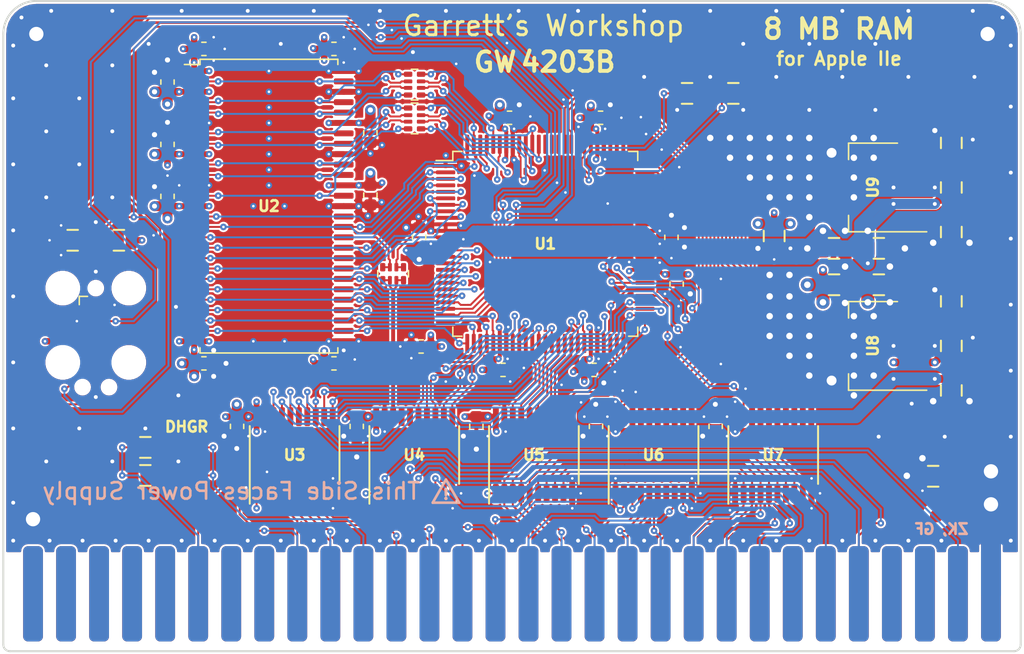
<source format=kicad_pcb>
(kicad_pcb (version 20171130) (host pcbnew "(5.1.5-0-10_14)")

  (general
    (thickness 1.6)
    (drawings 23)
    (tracks 2317)
    (zones 0)
    (modules 63)
    (nets 166)
  )

  (page A4)
  (title_block
    (title "GW4203B (RAM2E II)")
    (date 2020-08-02)
    (rev 1.0)
    (company "Garrett's Workshop")
  )

  (layers
    (0 F.Cu signal)
    (1 In1.Cu signal)
    (2 In2.Cu signal)
    (31 B.Cu signal)
    (32 B.Adhes user)
    (33 F.Adhes user)
    (34 B.Paste user)
    (35 F.Paste user)
    (36 B.SilkS user)
    (37 F.SilkS user)
    (38 B.Mask user)
    (39 F.Mask user)
    (40 Dwgs.User user)
    (41 Cmts.User user)
    (42 Eco1.User user)
    (43 Eco2.User user)
    (44 Edge.Cuts user)
    (45 Margin user)
    (46 B.CrtYd user)
    (47 F.CrtYd user)
    (48 B.Fab user)
    (49 F.Fab user)
  )

  (setup
    (last_trace_width 0.15)
    (user_trace_width 0.2)
    (user_trace_width 0.25)
    (user_trace_width 0.3)
    (user_trace_width 0.35)
    (user_trace_width 0.4)
    (user_trace_width 0.45)
    (user_trace_width 0.5)
    (user_trace_width 0.6)
    (user_trace_width 0.8)
    (user_trace_width 1)
    (user_trace_width 1.27)
    (user_trace_width 1.524)
    (trace_clearance 0.15)
    (zone_clearance 0.15)
    (zone_45_only no)
    (trace_min 0.15)
    (via_size 0.5)
    (via_drill 0.2)
    (via_min_size 0.5)
    (via_min_drill 0.2)
    (user_via 0.6 0.3)
    (user_via 0.8 0.4)
    (user_via 1 0.5)
    (user_via 1.524 0.762)
    (uvia_size 0.3)
    (uvia_drill 0.1)
    (uvias_allowed no)
    (uvia_min_size 0.2)
    (uvia_min_drill 0.1)
    (edge_width 0.15)
    (segment_width 0.1524)
    (pcb_text_width 0.3)
    (pcb_text_size 1.5 1.5)
    (mod_edge_width 0.15)
    (mod_text_size 1 1)
    (mod_text_width 0.15)
    (pad_size 0.85 1.4)
    (pad_drill 0)
    (pad_to_mask_clearance 0.05)
    (solder_mask_min_width 0.1)
    (pad_to_paste_clearance -0.0381)
    (aux_axis_origin 0 0)
    (visible_elements FFFFFF7F)
    (pcbplotparams
      (layerselection 0x010f8_ffffffff)
      (usegerberextensions true)
      (usegerberattributes false)
      (usegerberadvancedattributes false)
      (creategerberjobfile false)
      (excludeedgelayer true)
      (linewidth 0.100000)
      (plotframeref false)
      (viasonmask false)
      (mode 1)
      (useauxorigin false)
      (hpglpennumber 1)
      (hpglpenspeed 20)
      (hpglpendiameter 15.000000)
      (psnegative false)
      (psa4output false)
      (plotreference true)
      (plotvalue true)
      (plotinvisibletext false)
      (padsonsilk false)
      (subtractmaskfromsilk true)
      (outputformat 1)
      (mirror false)
      (drillshape 0)
      (scaleselection 1)
      (outputdirectory "gerber/"))
  )

  (net 0 "")
  (net 1 +5V)
  (net 2 GND)
  (net 3 /Vid7M)
  (net 4 /~SYNC~)
  (net 5 /~PRAS~)
  (net 6 /VC)
  (net 7 /~C07X~)
  (net 8 /~WNDW~)
  (net 9 /SEGA)
  (net 10 /ROMEN1)
  (net 11 /ROMEN2)
  (net 12 /MD7)
  (net 13 /MD6)
  (net 14 /MD5)
  (net 15 /MD4)
  (net 16 /PHI0)
  (net 17 /~CLRGAT~)
  (net 18 /~80VID~)
  (net 19 /~PCAS~)
  (net 20 /~LDPS~)
  (net 21 /R~W~80)
  (net 22 /PHI1)
  (net 23 /~CASEN~)
  (net 24 /MD3)
  (net 25 /MD2)
  (net 26 /MD1)
  (net 27 /MD0)
  (net 28 /H0)
  (net 29 /AN3)
  (net 30 /~EN80~)
  (net 31 /~ALTVID~)
  (net 32 /~SEROUT~)
  (net 33 /~ENVID~)
  (net 34 /R~W~)
  (net 35 /Q3)
  (net 36 /SEGB)
  (net 37 /~RA9~)
  (net 38 /~RA10~)
  (net 39 /GR)
  (net 40 /~ENTMG~)
  (net 41 /MA6)
  (net 42 /MA5)
  (net 43 /MA4)
  (net 44 /MA3)
  (net 45 /MA2)
  (net 46 /MA1)
  (net 47 /MA0)
  (net 48 /MA7)
  (net 49 /C7M)
  (net 50 /C14M)
  (net 51 /C3M58)
  (net 52 /VD0)
  (net 53 /VD1)
  (net 54 /VD2)
  (net 55 /VD3)
  (net 56 /VD4)
  (net 57 /VD5)
  (net 58 /VD6)
  (net 59 /VD7)
  (net 60 +3V3)
  (net 61 +1V8)
  (net 62 /TDI)
  (net 63 "Net-(J2-Pad8)")
  (net 64 "Net-(J2-Pad7)")
  (net 65 "Net-(J2-Pad6)")
  (net 66 /TMS)
  (net 67 /TDO)
  (net 68 /TCK)
  (net 69 "Net-(R1-Pad2)")
  (net 70 "Net-(R3-Pad2)")
  (net 71 /RD5)
  (net 72 /RD4)
  (net 73 /RD3)
  (net 74 /RD2)
  (net 75 /RD7)
  (net 76 /RD6)
  (net 77 /RD0)
  (net 78 /RD1)
  (net 79 /DQMH)
  (net 80 /~WE~)
  (net 81 /~CAS~)
  (net 82 /CKE)
  (net 83 /~RAS~)
  (net 84 /BA0)
  (net 85 /RA11)
  (net 86 /~CS~)
  (net 87 /BA1)
  (net 88 /RA9)
  (net 89 /RA10)
  (net 90 /RA8)
  (net 91 /RA0)
  (net 92 /RA7)
  (net 93 /RA1)
  (net 94 /RA6)
  (net 95 /RA4)
  (net 96 /RA3)
  (net 97 /~EN80~in)
  (net 98 /RA5)
  (net 99 /RA2)
  (net 100 /R~W~80in)
  (net 101 /Ain5)
  (net 102 /PHI1in)
  (net 103 /Ain6)
  (net 104 "Net-(U1-Pad61)")
  (net 105 "Net-(U1-Pad64)")
  (net 106 "Net-(U1-Pad66)")
  (net 107 "Net-(U1-Pad78)")
  (net 108 "Net-(U1-Pad81)")
  (net 109 /DQML)
  (net 110 "Net-(U2-Pad36)")
  (net 111 /~C07X~in)
  (net 112 /R~W~in)
  (net 113 /Ain0)
  (net 114 /Ain1)
  (net 115 /Ain2)
  (net 116 /Ain3)
  (net 117 /Ain4)
  (net 118 /Ain7)
  (net 119 /Din0)
  (net 120 /Din1)
  (net 121 /Din2)
  (net 122 /Din3)
  (net 123 /Din4)
  (net 124 /Din5)
  (net 125 /Din6)
  (net 126 /Din7)
  (net 127 /V~OE~)
  (net 128 /Vout7)
  (net 129 /Vout6)
  (net 130 /Vout5)
  (net 131 /Vout4)
  (net 132 /Vout3)
  (net 133 /Vout2)
  (net 134 /Vout1)
  (net 135 /Vout0)
  (net 136 /D~OE~)
  (net 137 /Dout0)
  (net 138 /Dout1)
  (net 139 /Dout2)
  (net 140 /Dout3)
  (net 141 /Dout4)
  (net 142 /Dout5)
  (net 143 /Dout6)
  (net 144 /Dout7)
  (net 145 /RD1r)
  (net 146 /RD0r)
  (net 147 /RD2r)
  (net 148 /RD3r)
  (net 149 /RD7r)
  (net 150 /RD6r)
  (net 151 /RD4r)
  (net 152 /RD5r)
  (net 153 /RCLK)
  (net 154 /ACLK)
  (net 155 "Net-(RN3-Pad1)")
  (net 156 "Net-(U4-Pad17)")
  (net 157 "Net-(U4-Pad16)")
  (net 158 "Net-(U4-Pad4)")
  (net 159 "Net-(U4-Pad3)")
  (net 160 /~FRCTXT~)
  (net 161 /DlyIn)
  (net 162 /DlyOut)
  (net 163 /CFG0)
  (net 164 /CFG1)
  (net 165 /CFG2)

  (net_class Default "This is the default net class."
    (clearance 0.15)
    (trace_width 0.15)
    (via_dia 0.5)
    (via_drill 0.2)
    (uvia_dia 0.3)
    (uvia_drill 0.1)
    (add_net +1V8)
    (add_net +3V3)
    (add_net +5V)
    (add_net /ACLK)
    (add_net /AN3)
    (add_net /Ain0)
    (add_net /Ain1)
    (add_net /Ain2)
    (add_net /Ain3)
    (add_net /Ain4)
    (add_net /Ain5)
    (add_net /Ain6)
    (add_net /Ain7)
    (add_net /BA0)
    (add_net /BA1)
    (add_net /C14M)
    (add_net /C3M58)
    (add_net /C7M)
    (add_net /CFG0)
    (add_net /CFG1)
    (add_net /CFG2)
    (add_net /CKE)
    (add_net /DQMH)
    (add_net /DQML)
    (add_net /Din0)
    (add_net /Din1)
    (add_net /Din2)
    (add_net /Din3)
    (add_net /Din4)
    (add_net /Din5)
    (add_net /Din6)
    (add_net /Din7)
    (add_net /DlyIn)
    (add_net /DlyOut)
    (add_net /Dout0)
    (add_net /Dout1)
    (add_net /Dout2)
    (add_net /Dout3)
    (add_net /Dout4)
    (add_net /Dout5)
    (add_net /Dout6)
    (add_net /Dout7)
    (add_net /D~OE~)
    (add_net /GR)
    (add_net /H0)
    (add_net /MA0)
    (add_net /MA1)
    (add_net /MA2)
    (add_net /MA3)
    (add_net /MA4)
    (add_net /MA5)
    (add_net /MA6)
    (add_net /MA7)
    (add_net /MD0)
    (add_net /MD1)
    (add_net /MD2)
    (add_net /MD3)
    (add_net /MD4)
    (add_net /MD5)
    (add_net /MD6)
    (add_net /MD7)
    (add_net /PHI0)
    (add_net /PHI1)
    (add_net /PHI1in)
    (add_net /Q3)
    (add_net /RA0)
    (add_net /RA1)
    (add_net /RA10)
    (add_net /RA11)
    (add_net /RA2)
    (add_net /RA3)
    (add_net /RA4)
    (add_net /RA5)
    (add_net /RA6)
    (add_net /RA7)
    (add_net /RA8)
    (add_net /RA9)
    (add_net /RCLK)
    (add_net /RD0)
    (add_net /RD0r)
    (add_net /RD1)
    (add_net /RD1r)
    (add_net /RD2)
    (add_net /RD2r)
    (add_net /RD3)
    (add_net /RD3r)
    (add_net /RD4)
    (add_net /RD4r)
    (add_net /RD5)
    (add_net /RD5r)
    (add_net /RD6)
    (add_net /RD6r)
    (add_net /RD7)
    (add_net /RD7r)
    (add_net /ROMEN1)
    (add_net /ROMEN2)
    (add_net /R~W~)
    (add_net /R~W~80)
    (add_net /R~W~80in)
    (add_net /R~W~in)
    (add_net /SEGA)
    (add_net /SEGB)
    (add_net /TCK)
    (add_net /TDI)
    (add_net /TDO)
    (add_net /TMS)
    (add_net /VC)
    (add_net /VD0)
    (add_net /VD1)
    (add_net /VD2)
    (add_net /VD3)
    (add_net /VD4)
    (add_net /VD5)
    (add_net /VD6)
    (add_net /VD7)
    (add_net /Vid7M)
    (add_net /Vout0)
    (add_net /Vout1)
    (add_net /Vout2)
    (add_net /Vout3)
    (add_net /Vout4)
    (add_net /Vout5)
    (add_net /Vout6)
    (add_net /Vout7)
    (add_net /V~OE~)
    (add_net /~80VID~)
    (add_net /~ALTVID~)
    (add_net /~C07X~)
    (add_net /~C07X~in)
    (add_net /~CASEN~)
    (add_net /~CAS~)
    (add_net /~CLRGAT~)
    (add_net /~CS~)
    (add_net /~EN80~)
    (add_net /~EN80~in)
    (add_net /~ENTMG~)
    (add_net /~ENVID~)
    (add_net /~FRCTXT~)
    (add_net /~LDPS~)
    (add_net /~PCAS~)
    (add_net /~PRAS~)
    (add_net /~RA10~)
    (add_net /~RA9~)
    (add_net /~RAS~)
    (add_net /~SEROUT~)
    (add_net /~SYNC~)
    (add_net /~WE~)
    (add_net /~WNDW~)
    (add_net GND)
    (add_net "Net-(J2-Pad6)")
    (add_net "Net-(J2-Pad7)")
    (add_net "Net-(J2-Pad8)")
    (add_net "Net-(R1-Pad2)")
    (add_net "Net-(R3-Pad2)")
    (add_net "Net-(RN3-Pad1)")
    (add_net "Net-(U1-Pad61)")
    (add_net "Net-(U1-Pad64)")
    (add_net "Net-(U1-Pad66)")
    (add_net "Net-(U1-Pad78)")
    (add_net "Net-(U1-Pad81)")
    (add_net "Net-(U2-Pad36)")
    (add_net "Net-(U4-Pad16)")
    (add_net "Net-(U4-Pad17)")
    (add_net "Net-(U4-Pad3)")
    (add_net "Net-(U4-Pad4)")
  )

  (module stdpads:Fiducial (layer F.Cu) (tedit 5F1BCA76) (tstamp 5E818137)
    (at 270.129 129.286)
    (descr "Circular Fiducial, 1mm bare copper top; 2mm keepout (Level A)")
    (tags marker)
    (path /5CC4DBDF)
    (attr smd)
    (fp_text reference FID4 (at 0 0.05) (layer F.Fab)
      (effects (font (size 0.381 0.381) (thickness 0.09525)))
    )
    (fp_text value Fiducial (at 0 1.651) (layer F.Fab) hide
      (effects (font (size 0.508 0.508) (thickness 0.127)))
    )
    (fp_circle (center 0 0) (end 1 0) (layer F.Fab) (width 0.1))
    (pad ~ smd circle (at 0 0) (size 1 1) (layers F.Cu F.Mask)
      (solder_mask_margin 0.5) (clearance 0.575))
  )

  (module stdpads:Fiducial (layer F.Cu) (tedit 5F1BCA76) (tstamp 5CFE8A63)
    (at 271.526 92.202)
    (descr "Circular Fiducial, 1mm bare copper top; 2mm keepout (Level A)")
    (tags marker)
    (path /5CC4DBD8)
    (attr smd)
    (fp_text reference FID3 (at 0 0.05) (layer F.Fab)
      (effects (font (size 0.381 0.381) (thickness 0.09525)))
    )
    (fp_text value Fiducial (at 0 1.651) (layer F.Fab) hide
      (effects (font (size 0.508 0.508) (thickness 0.127)))
    )
    (fp_circle (center 0 0) (end 1 0) (layer F.Fab) (width 0.1))
    (pad ~ smd circle (at 0 0) (size 1 1) (layers F.Cu F.Mask)
      (solder_mask_margin 0.5) (clearance 0.575))
  )

  (module stdpads:Fiducial (layer F.Cu) (tedit 5F1BCA76) (tstamp 5CFE8A53)
    (at 203.2 129.54)
    (descr "Circular Fiducial, 1mm bare copper top; 2mm keepout (Level A)")
    (tags marker)
    (path /5CC47A28)
    (attr smd)
    (fp_text reference FID1 (at 0 0.05) (layer F.Fab)
      (effects (font (size 0.381 0.381) (thickness 0.09525)))
    )
    (fp_text value Fiducial (at 0 1.651) (layer F.Fab) hide
      (effects (font (size 0.508 0.508) (thickness 0.127)))
    )
    (fp_circle (center 0 0) (end 1 0) (layer F.Fab) (width 0.1))
    (pad ~ smd circle (at 0 0) (size 1 1) (layers F.Cu F.Mask)
      (solder_mask_margin 0.5) (clearance 0.575))
  )

  (module stdpads:Fiducial (layer F.Cu) (tedit 5F1BCA76) (tstamp 5E7F67BF)
    (at 203.454 92.202)
    (descr "Circular Fiducial, 1mm bare copper top; 2mm keepout (Level A)")
    (tags marker)
    (path /5CC4921D)
    (attr smd)
    (fp_text reference FID2 (at 0 0.05) (layer F.Fab)
      (effects (font (size 0.381 0.381) (thickness 0.09525)))
    )
    (fp_text value Fiducial (at 0 1.651) (layer F.Fab) hide
      (effects (font (size 0.508 0.508) (thickness 0.127)))
    )
    (fp_circle (center 0 0) (end 1 0) (layer F.Fab) (width 0.1))
    (pad ~ smd circle (at 0 0) (size 1 1) (layers F.Cu F.Mask)
      (solder_mask_margin 0.5) (clearance 0.575))
  )

  (module stdpads:PasteHole_1.1mm_PTH (layer F.Cu) (tedit 5E892B4B) (tstamp 5E7F8CAC)
    (at 274.32 125.857)
    (descr "Circular Fiducial, 1mm bare copper top; 2mm keepout (Level A)")
    (tags marker)
    (path /5CC7E0C0)
    (zone_connect 2)
    (attr virtual)
    (fp_text reference H4 (at 0 0) (layer F.Fab)
      (effects (font (size 0.4 0.4) (thickness 0.1)))
    )
    (fp_text value " " (at 0 2) (layer F.Fab) hide
      (effects (font (size 0.508 0.508) (thickness 0.127)))
    )
    (fp_circle (center 0 0) (end 1 0) (layer F.Fab) (width 0.1))
    (pad 1 thru_hole circle (at 0 0) (size 2 2) (drill 1.1) (layers *.Cu *.Mask)
      (net 2 GND) (zone_connect 2))
  )

  (module stdpads:PasteHole_1.1mm_PTH (layer F.Cu) (tedit 5E892B4B) (tstamp 5E7F8C2F)
    (at 274.066 92.202)
    (descr "Circular Fiducial, 1mm bare copper top; 2mm keepout (Level A)")
    (tags marker)
    (path /5CC7E0B9)
    (zone_connect 2)
    (attr virtual)
    (fp_text reference H3 (at 0 0) (layer F.Fab)
      (effects (font (size 0.4 0.4) (thickness 0.1)))
    )
    (fp_text value " " (at 0 2) (layer F.Fab) hide
      (effects (font (size 0.508 0.508) (thickness 0.127)))
    )
    (fp_circle (center 0 0) (end 1 0) (layer F.Fab) (width 0.1))
    (pad 1 thru_hole circle (at 0 0) (size 2 2) (drill 1.1) (layers *.Cu *.Mask)
      (net 2 GND) (zone_connect 2))
  )

  (module stdpads:PasteHole_1.1mm_PTH (layer F.Cu) (tedit 5E892B4B) (tstamp 5CFE8A7B)
    (at 200.66 129.54)
    (descr "Circular Fiducial, 1mm bare copper top; 2mm keepout (Level A)")
    (tags marker)
    (path /5CC53461)
    (zone_connect 2)
    (attr virtual)
    (fp_text reference H1 (at 0 0) (layer F.Fab)
      (effects (font (size 0.4 0.4) (thickness 0.1)))
    )
    (fp_text value " " (at 0 2) (layer F.Fab) hide
      (effects (font (size 0.508 0.508) (thickness 0.127)))
    )
    (fp_circle (center 0 0) (end 1 0) (layer F.Fab) (width 0.1))
    (pad 1 thru_hole circle (at 0 0) (size 2 2) (drill 1.1) (layers *.Cu *.Mask)
      (net 2 GND) (zone_connect 2))
  )

  (module stdpads:PasteHole_1.1mm_PTH (layer F.Cu) (tedit 5E892B4B) (tstamp 5CFE8A83)
    (at 200.914 92.202)
    (descr "Circular Fiducial, 1mm bare copper top; 2mm keepout (Level A)")
    (tags marker)
    (path /5CC795A2)
    (zone_connect 2)
    (attr virtual)
    (fp_text reference H2 (at 0 0) (layer F.Fab)
      (effects (font (size 0.4 0.4) (thickness 0.1)))
    )
    (fp_text value " " (at 0 2) (layer F.Fab) hide
      (effects (font (size 0.508 0.508) (thickness 0.127)))
    )
    (fp_circle (center 0 0) (end 1 0) (layer F.Fab) (width 0.1))
    (pad 1 thru_hole circle (at 0 0) (size 2 2) (drill 1.1) (layers *.Cu *.Mask)
      (net 2 GND) (zone_connect 2))
  )

  (module stdpads:PasteHole_1.1mm_PTH (layer F.Cu) (tedit 5E892B4B) (tstamp 5E7F7C0B)
    (at 274.32 128.397)
    (descr "Circular Fiducial, 1mm bare copper top; 2mm keepout (Level A)")
    (tags marker)
    (path /5ED15A93)
    (zone_connect 2)
    (attr virtual)
    (fp_text reference H5 (at 0 0) (layer F.Fab)
      (effects (font (size 0.4 0.4) (thickness 0.1)))
    )
    (fp_text value " " (at 0 2) (layer F.Fab) hide
      (effects (font (size 0.508 0.508) (thickness 0.127)))
    )
    (fp_circle (center 0 0) (end 1 0) (layer F.Fab) (width 0.1))
    (pad 1 thru_hole circle (at 0 0) (size 2 2) (drill 1.1) (layers *.Cu *.Mask)
      (net 2 GND) (zone_connect 2))
  )

  (module stdpads:TC2050 (layer F.Cu) (tedit 5F1BC96E) (tstamp 5E8E90DE)
    (at 205.486 115.57 270)
    (descr "Tag-Connect programming header; http://www.tag-connect.com/Materials/TC2050-IDC-430%20Datasheet.pdf")
    (tags "tag connect programming header pogo pins")
    (path /5EC5BECD)
    (attr virtual)
    (fp_text reference J2 (at 0 0 90) (layer F.Fab)
      (effects (font (size 0.508 0.508) (thickness 0.127)))
    )
    (fp_text value JTAG (at 0 0.635 90) (layer F.Fab)
      (effects (font (size 0.381 0.381) (thickness 0.09525)))
    )
    (fp_line (start -2.921 1.016) (end -2.921 -1.016) (layer F.Fab) (width 0.12))
    (fp_line (start 2.921 1.016) (end -2.921 1.016) (layer F.Fab) (width 0.12))
    (fp_line (start 2.921 -1.016) (end 2.921 1.016) (layer F.Fab) (width 0.12))
    (fp_line (start -2.921 -1.016) (end 2.921 -1.016) (layer F.Fab) (width 0.12))
    (fp_line (start 1.27 0.635) (end 2.54 -0.635) (layer Dwgs.User) (width 0.1))
    (fp_line (start 0.635 0.635) (end 1.905 -0.635) (layer Dwgs.User) (width 0.1))
    (fp_line (start 0 0.635) (end 1.27 -0.635) (layer Dwgs.User) (width 0.1))
    (fp_line (start -0.635 0.635) (end 0.635 -0.635) (layer Dwgs.User) (width 0.1))
    (fp_text user KEEPOUT (at 0 0 90) (layer Cmts.User)
      (effects (font (size 0.4 0.4) (thickness 0.07)))
    )
    (fp_line (start 1.905 0.635) (end 2.54 0) (layer Dwgs.User) (width 0.1))
    (fp_line (start -1.27 0.635) (end 0 -0.635) (layer Dwgs.User) (width 0.1))
    (fp_line (start -1.905 0.635) (end -0.635 -0.635) (layer Dwgs.User) (width 0.1))
    (fp_line (start -2.54 0) (end -1.905 -0.635) (layer Dwgs.User) (width 0.1))
    (fp_line (start -2.54 0.635) (end -1.27 -0.635) (layer Dwgs.User) (width 0.1))
    (fp_line (start -2.54 -0.635) (end 2.54 -0.635) (layer Dwgs.User) (width 0.1))
    (fp_line (start 2.54 -0.635) (end 2.54 0.635) (layer Dwgs.User) (width 0.1))
    (fp_line (start 2.54 0.635) (end -2.54 0.635) (layer Dwgs.User) (width 0.1))
    (fp_line (start -2.54 0.635) (end -2.54 -0.635) (layer Dwgs.User) (width 0.1))
    (fp_line (start -5.5 -4.25) (end 4.75 -4.25) (layer F.CrtYd) (width 0.05))
    (fp_line (start 4.75 -4.25) (end 4.75 4.25) (layer F.CrtYd) (width 0.05))
    (fp_line (start 4.75 4.25) (end -5.5 4.25) (layer F.CrtYd) (width 0.05))
    (fp_line (start -5.5 4.25) (end -5.5 -4.25) (layer F.CrtYd) (width 0.05))
    (fp_line (start -2.54 1.27) (end -3.175 1.27) (layer F.SilkS) (width 0.12))
    (fp_line (start -3.175 1.27) (end -3.175 0.635) (layer F.SilkS) (width 0.12))
    (pad "" np_thru_hole circle (at 1.905 -2.54 270) (size 2.3749 2.3749) (drill 2.3749) (layers *.Cu *.Mask))
    (pad "" np_thru_hole circle (at 1.905 2.54 270) (size 2.3749 2.3749) (drill 2.3749) (layers *.Cu *.Mask))
    (pad "" np_thru_hole circle (at -3.81 2.54 270) (size 2.3749 2.3749) (drill 2.3749) (layers *.Cu *.Mask))
    (pad "" np_thru_hole circle (at -3.81 -2.54 270) (size 2.3749 2.3749) (drill 2.3749) (layers *.Cu *.Mask))
    (pad 10 connect circle (at -2.54 -0.635 270) (size 0.7874 0.7874) (layers F.Cu F.Mask)
      (net 2 GND))
    (pad 9 connect circle (at -1.27 -0.635 270) (size 0.7874 0.7874) (layers F.Cu F.Mask)
      (net 62 /TDI))
    (pad 8 connect circle (at 0 -0.635 270) (size 0.7874 0.7874) (layers F.Cu F.Mask)
      (net 63 "Net-(J2-Pad8)"))
    (pad 7 connect circle (at 1.27 -0.635 270) (size 0.7874 0.7874) (layers F.Cu F.Mask)
      (net 64 "Net-(J2-Pad7)"))
    (pad 6 connect circle (at 2.54 -0.635 270) (size 0.7874 0.7874) (layers F.Cu F.Mask)
      (net 65 "Net-(J2-Pad6)"))
    (pad 5 connect circle (at 2.54 0.635 270) (size 0.7874 0.7874) (layers F.Cu F.Mask)
      (net 66 /TMS))
    (pad 4 connect circle (at 1.27 0.635 270) (size 0.7874 0.7874) (layers F.Cu F.Mask)
      (net 60 +3V3))
    (pad 3 connect circle (at 0 0.635 270) (size 0.7874 0.7874) (layers F.Cu F.Mask)
      (net 67 /TDO))
    (pad 2 connect circle (at -1.27 0.635 270) (size 0.7874 0.7874) (layers F.Cu F.Mask)
      (net 2 GND))
    (pad 1 connect circle (at -2.54 0.635 270) (size 0.7874 0.7874) (layers F.Cu F.Mask)
      (net 68 /TCK))
    (pad "" np_thru_hole circle (at -3.81 0 270) (size 0.9906 0.9906) (drill 0.9906) (layers *.Cu *.Mask))
    (pad "" np_thru_hole circle (at 3.81 1.016 270) (size 0.9906 0.9906) (drill 0.9906) (layers *.Cu *.Mask))
    (pad "" np_thru_hole circle (at 3.81 -1.016 270) (size 0.9906 0.9906) (drill 0.9906) (layers *.Cu *.Mask))
  )

  (module stdpads:R_0805 (layer F.Cu) (tedit 5F027DD1) (tstamp 5EB33A55)
    (at 207.264 108.077 180)
    (tags resistor)
    (path /5EBEA685)
    (solder_mask_margin 0.05)
    (solder_paste_margin -0.025)
    (attr smd)
    (fp_text reference R10 (at 0 0) (layer F.Fab)
      (effects (font (size 0.254 0.254) (thickness 0.0635)))
    )
    (fp_text value 22k (at 0 0.35) (layer F.Fab)
      (effects (font (size 0.254 0.254) (thickness 0.0635)))
    )
    (fp_text user %R (at 0 0 180) (layer F.SilkS) hide
      (effects (font (size 0.254 0.254) (thickness 0.0635)))
    )
    (fp_line (start 1.7 1) (end -1.7 1) (layer F.CrtYd) (width 0.05))
    (fp_line (start 1.7 -1) (end 1.7 1) (layer F.CrtYd) (width 0.05))
    (fp_line (start -1.7 -1) (end 1.7 -1) (layer F.CrtYd) (width 0.05))
    (fp_line (start -1.7 1) (end -1.7 -1) (layer F.CrtYd) (width 0.05))
    (fp_line (start -0.4064 0.8) (end 0.4064 0.8) (layer F.SilkS) (width 0.1524))
    (fp_line (start -0.4064 -0.8) (end 0.4064 -0.8) (layer F.SilkS) (width 0.1524))
    (fp_line (start 1 0.625) (end -1 0.625) (layer F.Fab) (width 0.1))
    (fp_line (start 1 -0.625) (end 1 0.625) (layer F.Fab) (width 0.1))
    (fp_line (start -1 -0.625) (end 1 -0.625) (layer F.Fab) (width 0.1))
    (fp_line (start -1 0.625) (end -1 -0.625) (layer F.Fab) (width 0.1))
    (pad 2 smd roundrect (at 0.95 0 180) (size 0.85 1.4) (layers F.Cu F.Paste F.Mask) (roundrect_rratio 0.25)
      (net 66 /TMS))
    (pad 1 smd roundrect (at -0.95 0 180) (size 0.85 1.4) (layers F.Cu F.Paste F.Mask) (roundrect_rratio 0.25)
      (net 60 +3V3))
    (model ${KISYS3DMOD}/Resistor_SMD.3dshapes/R_0805_2012Metric.wrl
      (at (xyz 0 0 0))
      (scale (xyz 1 1 1))
      (rotate (xyz 0 0 0))
    )
  )

  (module stdpads:R_0805 (layer F.Cu) (tedit 5F027DD1) (tstamp 5EB32AFE)
    (at 203.708 108.077 180)
    (tags resistor)
    (path /5EBE988D)
    (solder_mask_margin 0.05)
    (solder_paste_margin -0.025)
    (attr smd)
    (fp_text reference R9 (at 0 0) (layer F.Fab)
      (effects (font (size 0.254 0.254) (thickness 0.0635)))
    )
    (fp_text value 1k2 (at 0 0.35) (layer F.Fab)
      (effects (font (size 0.254 0.254) (thickness 0.0635)))
    )
    (fp_text user %R (at 0 0 180) (layer F.SilkS) hide
      (effects (font (size 0.254 0.254) (thickness 0.0635)))
    )
    (fp_line (start 1.7 1) (end -1.7 1) (layer F.CrtYd) (width 0.05))
    (fp_line (start 1.7 -1) (end 1.7 1) (layer F.CrtYd) (width 0.05))
    (fp_line (start -1.7 -1) (end 1.7 -1) (layer F.CrtYd) (width 0.05))
    (fp_line (start -1.7 1) (end -1.7 -1) (layer F.CrtYd) (width 0.05))
    (fp_line (start -0.4064 0.8) (end 0.4064 0.8) (layer F.SilkS) (width 0.1524))
    (fp_line (start -0.4064 -0.8) (end 0.4064 -0.8) (layer F.SilkS) (width 0.1524))
    (fp_line (start 1 0.625) (end -1 0.625) (layer F.Fab) (width 0.1))
    (fp_line (start 1 -0.625) (end 1 0.625) (layer F.Fab) (width 0.1))
    (fp_line (start -1 -0.625) (end 1 -0.625) (layer F.Fab) (width 0.1))
    (fp_line (start -1 0.625) (end -1 -0.625) (layer F.Fab) (width 0.1))
    (pad 2 smd roundrect (at 0.95 0 180) (size 0.85 1.4) (layers F.Cu F.Paste F.Mask) (roundrect_rratio 0.25)
      (net 2 GND))
    (pad 1 smd roundrect (at -0.95 0 180) (size 0.85 1.4) (layers F.Cu F.Paste F.Mask) (roundrect_rratio 0.25)
      (net 68 /TCK))
    (model ${KISYS3DMOD}/Resistor_SMD.3dshapes/R_0805_2012Metric.wrl
      (at (xyz 0 0 0))
      (scale (xyz 1 1 1))
      (rotate (xyz 0 0 0))
    )
  )

  (module stdpads:R_0805 (layer F.Cu) (tedit 5F027DD1) (tstamp 5E7CEC96)
    (at 257.65 107.75 270)
    (tags resistor)
    (path /5E90DA56)
    (solder_mask_margin 0.05)
    (solder_paste_margin -0.025)
    (attr smd)
    (fp_text reference R5 (at 0 0 90) (layer F.Fab)
      (effects (font (size 0.254 0.254) (thickness 0.0635)))
    )
    (fp_text value 0 (at 0 0.35 90) (layer F.Fab)
      (effects (font (size 0.254 0.254) (thickness 0.0635)))
    )
    (fp_text user %R (at 0 0 270) (layer F.SilkS) hide
      (effects (font (size 0.254 0.254) (thickness 0.0635)))
    )
    (fp_line (start 1.7 1) (end -1.7 1) (layer F.CrtYd) (width 0.05))
    (fp_line (start 1.7 -1) (end 1.7 1) (layer F.CrtYd) (width 0.05))
    (fp_line (start -1.7 -1) (end 1.7 -1) (layer F.CrtYd) (width 0.05))
    (fp_line (start -1.7 1) (end -1.7 -1) (layer F.CrtYd) (width 0.05))
    (fp_line (start -0.4064 0.8) (end 0.4064 0.8) (layer F.SilkS) (width 0.1524))
    (fp_line (start -0.4064 -0.8) (end 0.4064 -0.8) (layer F.SilkS) (width 0.1524))
    (fp_line (start 1 0.625) (end -1 0.625) (layer F.Fab) (width 0.1))
    (fp_line (start 1 -0.625) (end 1 0.625) (layer F.Fab) (width 0.1))
    (fp_line (start -1 -0.625) (end 1 -0.625) (layer F.Fab) (width 0.1))
    (fp_line (start -1 0.625) (end -1 -0.625) (layer F.Fab) (width 0.1))
    (pad 2 smd roundrect (at 0.95 0 270) (size 0.85 1.4) (layers F.Cu F.Paste F.Mask) (roundrect_rratio 0.25)
      (net 61 +1V8))
    (pad 1 smd roundrect (at -0.95 0 270) (size 0.85 1.4) (layers F.Cu F.Paste F.Mask) (roundrect_rratio 0.25)
      (net 60 +3V3))
    (model ${KISYS3DMOD}/Resistor_SMD.3dshapes/R_0805_2012Metric.wrl
      (at (xyz 0 0 0))
      (scale (xyz 1 1 1))
      (rotate (xyz 0 0 0))
    )
  )

  (module stdpads:R_0805 (layer F.Cu) (tedit 5F027DD1) (tstamp 5EB2D325)
    (at 250.952 96.774 180)
    (tags resistor)
    (path /5FFE21C8)
    (solder_mask_margin 0.05)
    (solder_paste_margin -0.025)
    (attr smd)
    (fp_text reference R8 (at 0 0) (layer F.Fab)
      (effects (font (size 0.254 0.254) (thickness 0.0635)))
    )
    (fp_text value DNP (at 0 0.35) (layer F.Fab)
      (effects (font (size 0.254 0.254) (thickness 0.0635)))
    )
    (fp_text user %R (at 0 0 180) (layer F.SilkS) hide
      (effects (font (size 0.254 0.254) (thickness 0.0635)))
    )
    (fp_line (start 1.7 1) (end -1.7 1) (layer F.CrtYd) (width 0.05))
    (fp_line (start 1.7 -1) (end 1.7 1) (layer F.CrtYd) (width 0.05))
    (fp_line (start -1.7 -1) (end 1.7 -1) (layer F.CrtYd) (width 0.05))
    (fp_line (start -1.7 1) (end -1.7 -1) (layer F.CrtYd) (width 0.05))
    (fp_line (start -0.4064 0.8) (end 0.4064 0.8) (layer F.SilkS) (width 0.1524))
    (fp_line (start -0.4064 -0.8) (end 0.4064 -0.8) (layer F.SilkS) (width 0.1524))
    (fp_line (start 1 0.625) (end -1 0.625) (layer F.Fab) (width 0.1))
    (fp_line (start 1 -0.625) (end 1 0.625) (layer F.Fab) (width 0.1))
    (fp_line (start -1 -0.625) (end 1 -0.625) (layer F.Fab) (width 0.1))
    (fp_line (start -1 0.625) (end -1 -0.625) (layer F.Fab) (width 0.1))
    (pad 2 smd roundrect (at 0.95 0 180) (size 0.85 1.4) (layers F.Cu F.Paste F.Mask) (roundrect_rratio 0.25)
      (net 162 /DlyOut))
    (pad 1 smd roundrect (at -0.95 0 180) (size 0.85 1.4) (layers F.Cu F.Paste F.Mask) (roundrect_rratio 0.25)
      (net 161 /DlyIn))
  )

  (module stdpads:R_0805 (layer F.Cu) (tedit 5F027DD1) (tstamp 5E829122)
    (at 271.272 112.776 90)
    (tags resistor)
    (path /5F90D898)
    (solder_mask_margin 0.05)
    (solder_paste_margin -0.025)
    (attr smd)
    (fp_text reference R2 (at 0 0 90) (layer F.Fab)
      (effects (font (size 0.254 0.254) (thickness 0.0635)))
    )
    (fp_text value 3k3 (at 0 0.35 90) (layer F.Fab)
      (effects (font (size 0.254 0.254) (thickness 0.0635)))
    )
    (fp_text user %R (at 0 0 270) (layer F.SilkS) hide
      (effects (font (size 0.254 0.254) (thickness 0.0635)))
    )
    (fp_line (start 1.7 1) (end -1.7 1) (layer F.CrtYd) (width 0.05))
    (fp_line (start 1.7 -1) (end 1.7 1) (layer F.CrtYd) (width 0.05))
    (fp_line (start -1.7 -1) (end 1.7 -1) (layer F.CrtYd) (width 0.05))
    (fp_line (start -1.7 1) (end -1.7 -1) (layer F.CrtYd) (width 0.05))
    (fp_line (start -0.4064 0.8) (end 0.4064 0.8) (layer F.SilkS) (width 0.1524))
    (fp_line (start -0.4064 -0.8) (end 0.4064 -0.8) (layer F.SilkS) (width 0.1524))
    (fp_line (start 1 0.625) (end -1 0.625) (layer F.Fab) (width 0.1))
    (fp_line (start 1 -0.625) (end 1 0.625) (layer F.Fab) (width 0.1))
    (fp_line (start -1 -0.625) (end 1 -0.625) (layer F.Fab) (width 0.1))
    (fp_line (start -1 0.625) (end -1 -0.625) (layer F.Fab) (width 0.1))
    (pad 2 smd roundrect (at 0.95 0 90) (size 0.85 1.4) (layers F.Cu F.Paste F.Mask) (roundrect_rratio 0.25)
      (net 2 GND))
    (pad 1 smd roundrect (at -0.95 0 90) (size 0.85 1.4) (layers F.Cu F.Paste F.Mask) (roundrect_rratio 0.25)
      (net 69 "Net-(R1-Pad2)"))
    (model ${KISYS3DMOD}/Resistor_SMD.3dshapes/R_0805_2012Metric.wrl
      (at (xyz 0 0 0))
      (scale (xyz 1 1 1))
      (rotate (xyz 0 0 0))
    )
  )

  (module stdpads:R_0805 (layer F.Cu) (tedit 5F027DD1) (tstamp 5E829112)
    (at 271.272 116.205 90)
    (tags resistor)
    (path /5F90CD3C)
    (solder_mask_margin 0.05)
    (solder_paste_margin -0.025)
    (attr smd)
    (fp_text reference R1 (at 0 0 90) (layer F.Fab)
      (effects (font (size 0.254 0.254) (thickness 0.0635)))
    )
    (fp_text value 5k76 (at 0 0.35 90) (layer F.Fab)
      (effects (font (size 0.254 0.254) (thickness 0.0635)))
    )
    (fp_text user %R (at 0 0 270) (layer F.SilkS) hide
      (effects (font (size 0.254 0.254) (thickness 0.0635)))
    )
    (fp_line (start 1.7 1) (end -1.7 1) (layer F.CrtYd) (width 0.05))
    (fp_line (start 1.7 -1) (end 1.7 1) (layer F.CrtYd) (width 0.05))
    (fp_line (start -1.7 -1) (end 1.7 -1) (layer F.CrtYd) (width 0.05))
    (fp_line (start -1.7 1) (end -1.7 -1) (layer F.CrtYd) (width 0.05))
    (fp_line (start -0.4064 0.8) (end 0.4064 0.8) (layer F.SilkS) (width 0.1524))
    (fp_line (start -0.4064 -0.8) (end 0.4064 -0.8) (layer F.SilkS) (width 0.1524))
    (fp_line (start 1 0.625) (end -1 0.625) (layer F.Fab) (width 0.1))
    (fp_line (start 1 -0.625) (end 1 0.625) (layer F.Fab) (width 0.1))
    (fp_line (start -1 -0.625) (end 1 -0.625) (layer F.Fab) (width 0.1))
    (fp_line (start -1 0.625) (end -1 -0.625) (layer F.Fab) (width 0.1))
    (pad 2 smd roundrect (at 0.95 0 90) (size 0.85 1.4) (layers F.Cu F.Paste F.Mask) (roundrect_rratio 0.25)
      (net 69 "Net-(R1-Pad2)"))
    (pad 1 smd roundrect (at -0.95 0 90) (size 0.85 1.4) (layers F.Cu F.Paste F.Mask) (roundrect_rratio 0.25)
      (net 60 +3V3))
    (model ${KISYS3DMOD}/Resistor_SMD.3dshapes/R_0805_2012Metric.wrl
      (at (xyz 0 0 0))
      (scale (xyz 1 1 1))
      (rotate (xyz 0 0 0))
    )
  )

  (module stdpads:R_0805 (layer F.Cu) (tedit 5F027DD1) (tstamp 5E82390E)
    (at 271.272 100.584 90)
    (tags resistor)
    (path /5F90C8F2)
    (solder_mask_margin 0.05)
    (solder_paste_margin -0.025)
    (attr smd)
    (fp_text reference R4 (at 0 0 90) (layer F.Fab)
      (effects (font (size 0.254 0.254) (thickness 0.0635)))
    )
    (fp_text value DNP (at 0 0.35 90) (layer F.Fab)
      (effects (font (size 0.254 0.254) (thickness 0.0635)))
    )
    (fp_text user %R (at 0 0 270) (layer F.SilkS) hide
      (effects (font (size 0.254 0.254) (thickness 0.0635)))
    )
    (fp_line (start 1.7 1) (end -1.7 1) (layer F.CrtYd) (width 0.05))
    (fp_line (start 1.7 -1) (end 1.7 1) (layer F.CrtYd) (width 0.05))
    (fp_line (start -1.7 -1) (end 1.7 -1) (layer F.CrtYd) (width 0.05))
    (fp_line (start -1.7 1) (end -1.7 -1) (layer F.CrtYd) (width 0.05))
    (fp_line (start -0.4064 0.8) (end 0.4064 0.8) (layer F.SilkS) (width 0.1524))
    (fp_line (start -0.4064 -0.8) (end 0.4064 -0.8) (layer F.SilkS) (width 0.1524))
    (fp_line (start 1 0.625) (end -1 0.625) (layer F.Fab) (width 0.1))
    (fp_line (start 1 -0.625) (end 1 0.625) (layer F.Fab) (width 0.1))
    (fp_line (start -1 -0.625) (end 1 -0.625) (layer F.Fab) (width 0.1))
    (fp_line (start -1 0.625) (end -1 -0.625) (layer F.Fab) (width 0.1))
    (pad 2 smd roundrect (at 0.95 0 90) (size 0.85 1.4) (layers F.Cu F.Paste F.Mask) (roundrect_rratio 0.25)
      (net 2 GND))
    (pad 1 smd roundrect (at -0.95 0 90) (size 0.85 1.4) (layers F.Cu F.Paste F.Mask) (roundrect_rratio 0.25)
      (net 70 "Net-(R3-Pad2)"))
  )

  (module stdpads:R_0805 (layer F.Cu) (tedit 5F027DD1) (tstamp 5E822F7C)
    (at 271.272 104.013 90)
    (tags resistor)
    (path /5F90C1C6)
    (solder_mask_margin 0.05)
    (solder_paste_margin -0.025)
    (attr smd)
    (fp_text reference R3 (at 0 0 90) (layer F.Fab)
      (effects (font (size 0.254 0.254) (thickness 0.0635)))
    )
    (fp_text value DNP (at 0 0.35 90) (layer F.Fab)
      (effects (font (size 0.254 0.254) (thickness 0.0635)))
    )
    (fp_text user %R (at 0 0 270) (layer F.SilkS) hide
      (effects (font (size 0.254 0.254) (thickness 0.0635)))
    )
    (fp_line (start 1.7 1) (end -1.7 1) (layer F.CrtYd) (width 0.05))
    (fp_line (start 1.7 -1) (end 1.7 1) (layer F.CrtYd) (width 0.05))
    (fp_line (start -1.7 -1) (end 1.7 -1) (layer F.CrtYd) (width 0.05))
    (fp_line (start -1.7 1) (end -1.7 -1) (layer F.CrtYd) (width 0.05))
    (fp_line (start -0.4064 0.8) (end 0.4064 0.8) (layer F.SilkS) (width 0.1524))
    (fp_line (start -0.4064 -0.8) (end 0.4064 -0.8) (layer F.SilkS) (width 0.1524))
    (fp_line (start 1 0.625) (end -1 0.625) (layer F.Fab) (width 0.1))
    (fp_line (start 1 -0.625) (end 1 0.625) (layer F.Fab) (width 0.1))
    (fp_line (start -1 -0.625) (end 1 -0.625) (layer F.Fab) (width 0.1))
    (fp_line (start -1 0.625) (end -1 -0.625) (layer F.Fab) (width 0.1))
    (pad 2 smd roundrect (at 0.95 0 90) (size 0.85 1.4) (layers F.Cu F.Paste F.Mask) (roundrect_rratio 0.25)
      (net 70 "Net-(R3-Pad2)"))
    (pad 1 smd roundrect (at -0.95 0 90) (size 0.85 1.4) (layers F.Cu F.Paste F.Mask) (roundrect_rratio 0.25)
      (net 61 +1V8))
  )

  (module stdpads:R_0805 (layer F.Cu) (tedit 5F027DD1) (tstamp 5EB3589E)
    (at 209.296 124.0155)
    (tags resistor)
    (path /602F9D9A)
    (solder_mask_margin 0.05)
    (solder_paste_margin -0.025)
    (attr smd)
    (fp_text reference R6 (at 0 0) (layer F.Fab)
      (effects (font (size 0.254 0.254) (thickness 0.0635)))
    )
    (fp_text value 0 (at 0 0.35) (layer F.Fab)
      (effects (font (size 0.254 0.254) (thickness 0.0635)))
    )
    (fp_text user %R (at 0 0 180) (layer F.SilkS) hide
      (effects (font (size 0.254 0.254) (thickness 0.0635)))
    )
    (fp_line (start 1.7 1) (end -1.7 1) (layer F.CrtYd) (width 0.05))
    (fp_line (start 1.7 -1) (end 1.7 1) (layer F.CrtYd) (width 0.05))
    (fp_line (start -1.7 -1) (end 1.7 -1) (layer F.CrtYd) (width 0.05))
    (fp_line (start -1.7 1) (end -1.7 -1) (layer F.CrtYd) (width 0.05))
    (fp_line (start -0.4064 0.8) (end 0.4064 0.8) (layer F.SilkS) (width 0.1524))
    (fp_line (start -0.4064 -0.8) (end 0.4064 -0.8) (layer F.SilkS) (width 0.1524))
    (fp_line (start 1 0.625) (end -1 0.625) (layer F.Fab) (width 0.1))
    (fp_line (start 1 -0.625) (end 1 0.625) (layer F.Fab) (width 0.1))
    (fp_line (start -1 -0.625) (end 1 -0.625) (layer F.Fab) (width 0.1))
    (fp_line (start -1 0.625) (end -1 -0.625) (layer F.Fab) (width 0.1))
    (pad 2 smd roundrect (at 0.95 0) (size 0.85 1.4) (layers F.Cu F.Paste F.Mask) (roundrect_rratio 0.25)
      (net 29 /AN3))
    (pad 1 smd roundrect (at -0.95 0) (size 0.85 1.4) (layers F.Cu F.Paste F.Mask) (roundrect_rratio 0.25)
      (net 160 /~FRCTXT~))
    (model ${KISYS3DMOD}/Resistor_SMD.3dshapes/R_0805_2012Metric.wrl
      (at (xyz 0 0 0))
      (scale (xyz 1 1 1))
      (rotate (xyz 0 0 0))
    )
  )

  (module stdpads:R_0805 (layer F.Cu) (tedit 5F027DD1) (tstamp 5E9242DB)
    (at 209.296 126.1745)
    (tags resistor)
    (path /5E94455C)
    (solder_mask_margin 0.05)
    (solder_paste_margin -0.025)
    (attr smd)
    (fp_text reference R7 (at 0 0) (layer F.Fab)
      (effects (font (size 0.254 0.254) (thickness 0.0635)))
    )
    (fp_text value DNP (at 0 0.35) (layer F.Fab)
      (effects (font (size 0.254 0.254) (thickness 0.0635)))
    )
    (fp_text user %R (at 0 0 180) (layer F.SilkS) hide
      (effects (font (size 0.254 0.254) (thickness 0.0635)))
    )
    (fp_line (start 1.7 1) (end -1.7 1) (layer F.CrtYd) (width 0.05))
    (fp_line (start 1.7 -1) (end 1.7 1) (layer F.CrtYd) (width 0.05))
    (fp_line (start -1.7 -1) (end 1.7 -1) (layer F.CrtYd) (width 0.05))
    (fp_line (start -1.7 1) (end -1.7 -1) (layer F.CrtYd) (width 0.05))
    (fp_line (start -0.4064 0.8) (end 0.4064 0.8) (layer F.SilkS) (width 0.1524))
    (fp_line (start -0.4064 -0.8) (end 0.4064 -0.8) (layer F.SilkS) (width 0.1524))
    (fp_line (start 1 0.625) (end -1 0.625) (layer F.Fab) (width 0.1))
    (fp_line (start 1 -0.625) (end 1 0.625) (layer F.Fab) (width 0.1))
    (fp_line (start -1 -0.625) (end 1 -0.625) (layer F.Fab) (width 0.1))
    (fp_line (start -1 0.625) (end -1 -0.625) (layer F.Fab) (width 0.1))
    (pad 2 smd roundrect (at 0.95 0) (size 0.85 1.4) (layers F.Cu F.Paste F.Mask) (roundrect_rratio 0.25)
      (net 29 /AN3))
    (pad 1 smd roundrect (at -0.95 0) (size 0.85 1.4) (layers F.Cu F.Paste F.Mask) (roundrect_rratio 0.25)
      (net 160 /~FRCTXT~))
  )

  (module stdpads:C_0805 (layer F.Cu) (tedit 5F02840E) (tstamp 5E835332)
    (at 262.255 111.5)
    (tags capacitor)
    (path /5C4F04D1)
    (solder_mask_margin 0.05)
    (solder_paste_margin -0.025)
    (attr smd)
    (fp_text reference C4 (at 0 0 180) (layer F.Fab)
      (effects (font (size 0.254 0.254) (thickness 0.0635)))
    )
    (fp_text value 10u (at 0 0.35) (layer F.Fab)
      (effects (font (size 0.254 0.254) (thickness 0.0635)))
    )
    (fp_text user %R (at 0 0 180) (layer F.SilkS) hide
      (effects (font (size 0.254 0.254) (thickness 0.0635)))
    )
    (fp_line (start 1.7 1) (end -1.7 1) (layer F.CrtYd) (width 0.05))
    (fp_line (start 1.7 -1) (end 1.7 1) (layer F.CrtYd) (width 0.05))
    (fp_line (start -1.7 -1) (end 1.7 -1) (layer F.CrtYd) (width 0.05))
    (fp_line (start -1.7 1) (end -1.7 -1) (layer F.CrtYd) (width 0.05))
    (fp_line (start -0.4064 0.8) (end 0.4064 0.8) (layer F.SilkS) (width 0.1524))
    (fp_line (start -0.4064 -0.8) (end 0.4064 -0.8) (layer F.SilkS) (width 0.1524))
    (fp_line (start 1 0.625) (end -1 0.625) (layer F.Fab) (width 0.15))
    (fp_line (start 1 -0.625) (end 1 0.625) (layer F.Fab) (width 0.15))
    (fp_line (start -1 -0.625) (end 1 -0.625) (layer F.Fab) (width 0.15))
    (fp_line (start -1 0.625) (end -1 -0.625) (layer F.Fab) (width 0.15))
    (pad 2 smd roundrect (at 0.85 0) (size 1.05 1.4) (layers F.Cu F.Paste F.Mask) (roundrect_rratio 0.25)
      (net 2 GND))
    (pad 1 smd roundrect (at -0.85 0) (size 1.05 1.4) (layers F.Cu F.Paste F.Mask) (roundrect_rratio 0.25)
      (net 60 +3V3))
    (model ${KISYS3DMOD}/Capacitor_SMD.3dshapes/C_0805_2012Metric.wrl
      (at (xyz 0 0 0))
      (scale (xyz 1 1 1))
      (rotate (xyz 0 0 0))
    )
  )

  (module stdpads:C_0805 (layer F.Cu) (tedit 5F02840E) (tstamp 5E8354CA)
    (at 265.7 111.5)
    (tags capacitor)
    (path /5D14D1AA)
    (solder_mask_margin 0.05)
    (solder_paste_margin -0.025)
    (attr smd)
    (fp_text reference C3 (at 0 0 180) (layer F.Fab)
      (effects (font (size 0.254 0.254) (thickness 0.0635)))
    )
    (fp_text value 10u (at 0 0.35) (layer F.Fab)
      (effects (font (size 0.254 0.254) (thickness 0.0635)))
    )
    (fp_text user %R (at 0 0 180) (layer F.SilkS) hide
      (effects (font (size 0.254 0.254) (thickness 0.0635)))
    )
    (fp_line (start 1.7 1) (end -1.7 1) (layer F.CrtYd) (width 0.05))
    (fp_line (start 1.7 -1) (end 1.7 1) (layer F.CrtYd) (width 0.05))
    (fp_line (start -1.7 -1) (end 1.7 -1) (layer F.CrtYd) (width 0.05))
    (fp_line (start -1.7 1) (end -1.7 -1) (layer F.CrtYd) (width 0.05))
    (fp_line (start -0.4064 0.8) (end 0.4064 0.8) (layer F.SilkS) (width 0.1524))
    (fp_line (start -0.4064 -0.8) (end 0.4064 -0.8) (layer F.SilkS) (width 0.1524))
    (fp_line (start 1 0.625) (end -1 0.625) (layer F.Fab) (width 0.15))
    (fp_line (start 1 -0.625) (end 1 0.625) (layer F.Fab) (width 0.15))
    (fp_line (start -1 -0.625) (end 1 -0.625) (layer F.Fab) (width 0.15))
    (fp_line (start -1 0.625) (end -1 -0.625) (layer F.Fab) (width 0.15))
    (pad 2 smd roundrect (at 0.85 0) (size 1.05 1.4) (layers F.Cu F.Paste F.Mask) (roundrect_rratio 0.25)
      (net 2 GND))
    (pad 1 smd roundrect (at -0.85 0) (size 1.05 1.4) (layers F.Cu F.Paste F.Mask) (roundrect_rratio 0.25)
      (net 60 +3V3))
    (model ${KISYS3DMOD}/Capacitor_SMD.3dshapes/C_0805_2012Metric.wrl
      (at (xyz 0 0 0))
      (scale (xyz 1 1 1))
      (rotate (xyz 0 0 0))
    )
  )

  (module stdpads:C_0805 (layer F.Cu) (tedit 5F02840E) (tstamp 5E818BF6)
    (at 254.508 96.774)
    (tags capacitor)
    (path /5E597D43)
    (solder_mask_margin 0.05)
    (solder_paste_margin -0.025)
    (attr smd)
    (fp_text reference C30 (at 0 0 180) (layer F.Fab)
      (effects (font (size 0.254 0.254) (thickness 0.0635)))
    )
    (fp_text value DNP (at 0 0.35) (layer F.Fab)
      (effects (font (size 0.254 0.254) (thickness 0.0635)))
    )
    (fp_text user %R (at 0 0 180) (layer F.SilkS) hide
      (effects (font (size 0.254 0.254) (thickness 0.0635)))
    )
    (fp_line (start 1.7 1) (end -1.7 1) (layer F.CrtYd) (width 0.05))
    (fp_line (start 1.7 -1) (end 1.7 1) (layer F.CrtYd) (width 0.05))
    (fp_line (start -1.7 -1) (end 1.7 -1) (layer F.CrtYd) (width 0.05))
    (fp_line (start -1.7 1) (end -1.7 -1) (layer F.CrtYd) (width 0.05))
    (fp_line (start -0.4064 0.8) (end 0.4064 0.8) (layer F.SilkS) (width 0.1524))
    (fp_line (start -0.4064 -0.8) (end 0.4064 -0.8) (layer F.SilkS) (width 0.1524))
    (fp_line (start 1 0.625) (end -1 0.625) (layer F.Fab) (width 0.15))
    (fp_line (start 1 -0.625) (end 1 0.625) (layer F.Fab) (width 0.15))
    (fp_line (start -1 -0.625) (end 1 -0.625) (layer F.Fab) (width 0.15))
    (fp_line (start -1 0.625) (end -1 -0.625) (layer F.Fab) (width 0.15))
    (pad 2 smd roundrect (at 0.85 0) (size 1.05 1.4) (layers F.Cu F.Paste F.Mask) (roundrect_rratio 0.25)
      (net 2 GND))
    (pad 1 smd roundrect (at -0.85 0) (size 1.05 1.4) (layers F.Cu F.Paste F.Mask) (roundrect_rratio 0.25)
      (net 161 /DlyIn))
  )

  (module stdpads:C_0805 (layer F.Cu) (tedit 5F02840E) (tstamp 5E81676C)
    (at 269.875 126.238 180)
    (tags capacitor)
    (path /5FE97ED3)
    (solder_mask_margin 0.05)
    (solder_paste_margin -0.025)
    (attr smd)
    (fp_text reference C29 (at 0 0 180) (layer F.Fab)
      (effects (font (size 0.254 0.254) (thickness 0.0635)))
    )
    (fp_text value 10u (at 0 0.35) (layer F.Fab)
      (effects (font (size 0.254 0.254) (thickness 0.0635)))
    )
    (fp_text user %R (at 0 0 180) (layer F.SilkS) hide
      (effects (font (size 0.254 0.254) (thickness 0.0635)))
    )
    (fp_line (start 1.7 1) (end -1.7 1) (layer F.CrtYd) (width 0.05))
    (fp_line (start 1.7 -1) (end 1.7 1) (layer F.CrtYd) (width 0.05))
    (fp_line (start -1.7 -1) (end 1.7 -1) (layer F.CrtYd) (width 0.05))
    (fp_line (start -1.7 1) (end -1.7 -1) (layer F.CrtYd) (width 0.05))
    (fp_line (start -0.4064 0.8) (end 0.4064 0.8) (layer F.SilkS) (width 0.1524))
    (fp_line (start -0.4064 -0.8) (end 0.4064 -0.8) (layer F.SilkS) (width 0.1524))
    (fp_line (start 1 0.625) (end -1 0.625) (layer F.Fab) (width 0.15))
    (fp_line (start 1 -0.625) (end 1 0.625) (layer F.Fab) (width 0.15))
    (fp_line (start -1 -0.625) (end 1 -0.625) (layer F.Fab) (width 0.15))
    (fp_line (start -1 0.625) (end -1 -0.625) (layer F.Fab) (width 0.15))
    (pad 2 smd roundrect (at 0.85 0 180) (size 1.05 1.4) (layers F.Cu F.Paste F.Mask) (roundrect_rratio 0.25)
      (net 2 GND))
    (pad 1 smd roundrect (at -0.85 0 180) (size 1.05 1.4) (layers F.Cu F.Paste F.Mask) (roundrect_rratio 0.25)
      (net 1 +5V))
    (model ${KISYS3DMOD}/Capacitor_SMD.3dshapes/C_0805_2012Metric.wrl
      (at (xyz 0 0 0))
      (scale (xyz 1 1 1))
      (rotate (xyz 0 0 0))
    )
  )

  (module stdpads:C_0805 (layer F.Cu) (tedit 5F02840E) (tstamp 5E8354BA)
    (at 265.7 108.7)
    (tags capacitor)
    (path /5CB37AA0)
    (solder_mask_margin 0.05)
    (solder_paste_margin -0.025)
    (attr smd)
    (fp_text reference C5 (at 0 0 180) (layer F.Fab)
      (effects (font (size 0.254 0.254) (thickness 0.0635)))
    )
    (fp_text value 10u (at 0 0.35) (layer F.Fab)
      (effects (font (size 0.254 0.254) (thickness 0.0635)))
    )
    (fp_text user %R (at 0 0 180) (layer F.SilkS) hide
      (effects (font (size 0.254 0.254) (thickness 0.0635)))
    )
    (fp_line (start 1.7 1) (end -1.7 1) (layer F.CrtYd) (width 0.05))
    (fp_line (start 1.7 -1) (end 1.7 1) (layer F.CrtYd) (width 0.05))
    (fp_line (start -1.7 -1) (end 1.7 -1) (layer F.CrtYd) (width 0.05))
    (fp_line (start -1.7 1) (end -1.7 -1) (layer F.CrtYd) (width 0.05))
    (fp_line (start -0.4064 0.8) (end 0.4064 0.8) (layer F.SilkS) (width 0.1524))
    (fp_line (start -0.4064 -0.8) (end 0.4064 -0.8) (layer F.SilkS) (width 0.1524))
    (fp_line (start 1 0.625) (end -1 0.625) (layer F.Fab) (width 0.15))
    (fp_line (start 1 -0.625) (end 1 0.625) (layer F.Fab) (width 0.15))
    (fp_line (start -1 -0.625) (end 1 -0.625) (layer F.Fab) (width 0.15))
    (fp_line (start -1 0.625) (end -1 -0.625) (layer F.Fab) (width 0.15))
    (pad 2 smd roundrect (at 0.85 0) (size 1.05 1.4) (layers F.Cu F.Paste F.Mask) (roundrect_rratio 0.25)
      (net 2 GND))
    (pad 1 smd roundrect (at -0.85 0) (size 1.05 1.4) (layers F.Cu F.Paste F.Mask) (roundrect_rratio 0.25)
      (net 61 +1V8))
    (model ${KISYS3DMOD}/Capacitor_SMD.3dshapes/C_0805_2012Metric.wrl
      (at (xyz 0 0 0))
      (scale (xyz 1 1 1))
      (rotate (xyz 0 0 0))
    )
  )

  (module stdpads:C_0805 (layer F.Cu) (tedit 5F02840E) (tstamp 5E835312)
    (at 262.25 108.7)
    (tags capacitor)
    (path /5FCC4DE8)
    (solder_mask_margin 0.05)
    (solder_paste_margin -0.025)
    (attr smd)
    (fp_text reference C6 (at 0 0 180) (layer F.Fab)
      (effects (font (size 0.254 0.254) (thickness 0.0635)))
    )
    (fp_text value 10u (at 0 0.35) (layer F.Fab)
      (effects (font (size 0.254 0.254) (thickness 0.0635)))
    )
    (fp_text user %R (at 0 0 180) (layer F.SilkS) hide
      (effects (font (size 0.254 0.254) (thickness 0.0635)))
    )
    (fp_line (start 1.7 1) (end -1.7 1) (layer F.CrtYd) (width 0.05))
    (fp_line (start 1.7 -1) (end 1.7 1) (layer F.CrtYd) (width 0.05))
    (fp_line (start -1.7 -1) (end 1.7 -1) (layer F.CrtYd) (width 0.05))
    (fp_line (start -1.7 1) (end -1.7 -1) (layer F.CrtYd) (width 0.05))
    (fp_line (start -0.4064 0.8) (end 0.4064 0.8) (layer F.SilkS) (width 0.1524))
    (fp_line (start -0.4064 -0.8) (end 0.4064 -0.8) (layer F.SilkS) (width 0.1524))
    (fp_line (start 1 0.625) (end -1 0.625) (layer F.Fab) (width 0.15))
    (fp_line (start 1 -0.625) (end 1 0.625) (layer F.Fab) (width 0.15))
    (fp_line (start -1 -0.625) (end 1 -0.625) (layer F.Fab) (width 0.15))
    (fp_line (start -1 0.625) (end -1 -0.625) (layer F.Fab) (width 0.15))
    (pad 2 smd roundrect (at 0.85 0) (size 1.05 1.4) (layers F.Cu F.Paste F.Mask) (roundrect_rratio 0.25)
      (net 2 GND))
    (pad 1 smd roundrect (at -0.85 0) (size 1.05 1.4) (layers F.Cu F.Paste F.Mask) (roundrect_rratio 0.25)
      (net 61 +1V8))
    (model ${KISYS3DMOD}/Capacitor_SMD.3dshapes/C_0805_2012Metric.wrl
      (at (xyz 0 0 0))
      (scale (xyz 1 1 1))
      (rotate (xyz 0 0 0))
    )
  )

  (module stdpads:C_0805 (layer F.Cu) (tedit 5F02840E) (tstamp 5E829102)
    (at 271.272 119.634 270)
    (tags capacitor)
    (path /5D136B08)
    (solder_mask_margin 0.05)
    (solder_paste_margin -0.025)
    (attr smd)
    (fp_text reference C1 (at 0 0 270) (layer F.Fab)
      (effects (font (size 0.254 0.254) (thickness 0.0635)))
    )
    (fp_text value 10u (at 0 0.35 90) (layer F.Fab)
      (effects (font (size 0.254 0.254) (thickness 0.0635)))
    )
    (fp_text user %R (at 0 0 270) (layer F.SilkS) hide
      (effects (font (size 0.254 0.254) (thickness 0.0635)))
    )
    (fp_line (start 1.7 1) (end -1.7 1) (layer F.CrtYd) (width 0.05))
    (fp_line (start 1.7 -1) (end 1.7 1) (layer F.CrtYd) (width 0.05))
    (fp_line (start -1.7 -1) (end 1.7 -1) (layer F.CrtYd) (width 0.05))
    (fp_line (start -1.7 1) (end -1.7 -1) (layer F.CrtYd) (width 0.05))
    (fp_line (start -0.4064 0.8) (end 0.4064 0.8) (layer F.SilkS) (width 0.1524))
    (fp_line (start -0.4064 -0.8) (end 0.4064 -0.8) (layer F.SilkS) (width 0.1524))
    (fp_line (start 1 0.625) (end -1 0.625) (layer F.Fab) (width 0.15))
    (fp_line (start 1 -0.625) (end 1 0.625) (layer F.Fab) (width 0.15))
    (fp_line (start -1 -0.625) (end 1 -0.625) (layer F.Fab) (width 0.15))
    (fp_line (start -1 0.625) (end -1 -0.625) (layer F.Fab) (width 0.15))
    (pad 2 smd roundrect (at 0.85 0 270) (size 1.05 1.4) (layers F.Cu F.Paste F.Mask) (roundrect_rratio 0.25)
      (net 2 GND))
    (pad 1 smd roundrect (at -0.85 0 270) (size 1.05 1.4) (layers F.Cu F.Paste F.Mask) (roundrect_rratio 0.25)
      (net 1 +5V))
    (model ${KISYS3DMOD}/Capacitor_SMD.3dshapes/C_0805_2012Metric.wrl
      (at (xyz 0 0 0))
      (scale (xyz 1 1 1))
      (rotate (xyz 0 0 0))
    )
  )

  (module stdpads:C_0805 (layer F.Cu) (tedit 5F02840E) (tstamp 5E824DF1)
    (at 271.272 107.442 270)
    (tags capacitor)
    (path /5D14D1B0)
    (solder_mask_margin 0.05)
    (solder_paste_margin -0.025)
    (attr smd)
    (fp_text reference C2 (at 0 0 270) (layer F.Fab)
      (effects (font (size 0.254 0.254) (thickness 0.0635)))
    )
    (fp_text value 10u (at 0 0.35 90) (layer F.Fab)
      (effects (font (size 0.254 0.254) (thickness 0.0635)))
    )
    (fp_text user %R (at 0 0 270) (layer F.SilkS) hide
      (effects (font (size 0.254 0.254) (thickness 0.0635)))
    )
    (fp_line (start 1.7 1) (end -1.7 1) (layer F.CrtYd) (width 0.05))
    (fp_line (start 1.7 -1) (end 1.7 1) (layer F.CrtYd) (width 0.05))
    (fp_line (start -1.7 -1) (end 1.7 -1) (layer F.CrtYd) (width 0.05))
    (fp_line (start -1.7 1) (end -1.7 -1) (layer F.CrtYd) (width 0.05))
    (fp_line (start -0.4064 0.8) (end 0.4064 0.8) (layer F.SilkS) (width 0.1524))
    (fp_line (start -0.4064 -0.8) (end 0.4064 -0.8) (layer F.SilkS) (width 0.1524))
    (fp_line (start 1 0.625) (end -1 0.625) (layer F.Fab) (width 0.15))
    (fp_line (start 1 -0.625) (end 1 0.625) (layer F.Fab) (width 0.15))
    (fp_line (start -1 -0.625) (end 1 -0.625) (layer F.Fab) (width 0.15))
    (fp_line (start -1 0.625) (end -1 -0.625) (layer F.Fab) (width 0.15))
    (pad 2 smd roundrect (at 0.85 0 270) (size 1.05 1.4) (layers F.Cu F.Paste F.Mask) (roundrect_rratio 0.25)
      (net 2 GND))
    (pad 1 smd roundrect (at -0.85 0 270) (size 1.05 1.4) (layers F.Cu F.Paste F.Mask) (roundrect_rratio 0.25)
      (net 1 +5V))
    (model ${KISYS3DMOD}/Capacitor_SMD.3dshapes/C_0805_2012Metric.wrl
      (at (xyz 0 0 0))
      (scale (xyz 1 1 1))
      (rotate (xyz 0 0 0))
    )
  )

  (module stdpads:Yageo_YC124 (layer F.Cu) (tedit 5F028AA1) (tstamp 5E79B591)
    (at 230 98.7)
    (tags "resistor array")
    (path /5EA17AFE)
    (solder_mask_margin 0.024)
    (solder_paste_margin -0.03)
    (attr smd)
    (fp_text reference RN2 (at 0 0 90) (layer F.Fab)
      (effects (font (size 0.254 0.254) (thickness 0.0635)))
    )
    (fp_text value 4x100 (at 0.3 0 90) (layer F.Fab)
      (effects (font (size 0.1905 0.1905) (thickness 0.047625)))
    )
    (fp_text user %R (at 0 0 270) (layer F.SilkS) hide
      (effects (font (size 0.254 0.254) (thickness 0.0635)))
    )
    (fp_line (start -0.5 -1) (end 0.5 -1) (layer F.Fab) (width 0.1))
    (fp_line (start 0.5 -1) (end 0.5 1) (layer F.Fab) (width 0.1))
    (fp_line (start 0.5 1) (end -0.5 1) (layer F.Fab) (width 0.1))
    (fp_line (start -0.5 1) (end -0.5 -1) (layer F.Fab) (width 0.1))
    (fp_line (start 0.25 -1.18) (end -0.25 -1.18) (layer F.SilkS) (width 0.12))
    (fp_line (start 0.25 1.18) (end -0.25 1.18) (layer F.SilkS) (width 0.12))
    (fp_line (start -1.1 -1.25) (end 1.1 -1.25) (layer F.CrtYd) (width 0.05))
    (fp_line (start -1.1 -1.25) (end -1.1 1.25) (layer F.CrtYd) (width 0.05))
    (fp_line (start 1.1 1.25) (end 1.1 -1.25) (layer F.CrtYd) (width 0.05))
    (fp_line (start 1.1 1.25) (end -1.1 1.25) (layer F.CrtYd) (width 0.05))
    (pad 1 smd roundrect (at -0.5 -0.8) (size 0.65 0.4) (layers F.Cu F.Paste F.Mask) (roundrect_rratio 0.25)
      (net 72 /RD4) (solder_paste_margin -0.035))
    (pad 3 smd roundrect (at -0.5 0.25) (size 0.65 0.3) (layers F.Cu F.Paste F.Mask) (roundrect_rratio 0.25)
      (net 76 /RD6))
    (pad 2 smd roundrect (at -0.5 -0.25) (size 0.65 0.3) (layers F.Cu F.Paste F.Mask) (roundrect_rratio 0.25)
      (net 71 /RD5))
    (pad 4 smd roundrect (at -0.5 0.8) (size 0.65 0.4) (layers F.Cu F.Paste F.Mask) (roundrect_rratio 0.25)
      (net 75 /RD7) (solder_paste_margin -0.035))
    (pad 7 smd roundrect (at 0.5 -0.25) (size 0.65 0.3) (layers F.Cu F.Paste F.Mask) (roundrect_rratio 0.25)
      (net 152 /RD5r))
    (pad 8 smd roundrect (at 0.5 -0.8) (size 0.65 0.4) (layers F.Cu F.Paste F.Mask) (roundrect_rratio 0.25)
      (net 151 /RD4r) (solder_paste_margin -0.035))
    (pad 6 smd roundrect (at 0.5 0.25) (size 0.65 0.3) (layers F.Cu F.Paste F.Mask) (roundrect_rratio 0.25)
      (net 150 /RD6r))
    (pad 5 smd roundrect (at 0.5 0.8) (size 0.65 0.4) (layers F.Cu F.Paste F.Mask) (roundrect_rratio 0.25)
      (net 146 /RD0r) (solder_paste_margin -0.035))
    (model ${KISYS3DMOD}/Resistor_SMD.3dshapes/R_Array_Convex_4x0402.wrl
      (at (xyz 0 0 0))
      (scale (xyz 1 1 1))
      (rotate (xyz 0 0 0))
    )
  )

  (module stdpads:Yageo_YC124 (layer F.Cu) (tedit 5F028AA1) (tstamp 5E79B54F)
    (at 230 96.1)
    (tags "resistor array")
    (path /5E9DBDA3)
    (solder_mask_margin 0.024)
    (solder_paste_margin -0.03)
    (attr smd)
    (fp_text reference RN1 (at 0 0 90) (layer F.Fab)
      (effects (font (size 0.254 0.254) (thickness 0.0635)))
    )
    (fp_text value 4x100 (at 0.3 0 90) (layer F.Fab)
      (effects (font (size 0.1905 0.1905) (thickness 0.047625)))
    )
    (fp_text user %R (at 0 0 270) (layer F.SilkS) hide
      (effects (font (size 0.254 0.254) (thickness 0.0635)))
    )
    (fp_line (start -0.5 -1) (end 0.5 -1) (layer F.Fab) (width 0.1))
    (fp_line (start 0.5 -1) (end 0.5 1) (layer F.Fab) (width 0.1))
    (fp_line (start 0.5 1) (end -0.5 1) (layer F.Fab) (width 0.1))
    (fp_line (start -0.5 1) (end -0.5 -1) (layer F.Fab) (width 0.1))
    (fp_line (start 0.25 -1.18) (end -0.25 -1.18) (layer F.SilkS) (width 0.12))
    (fp_line (start 0.25 1.18) (end -0.25 1.18) (layer F.SilkS) (width 0.12))
    (fp_line (start -1.1 -1.25) (end 1.1 -1.25) (layer F.CrtYd) (width 0.05))
    (fp_line (start -1.1 -1.25) (end -1.1 1.25) (layer F.CrtYd) (width 0.05))
    (fp_line (start 1.1 1.25) (end 1.1 -1.25) (layer F.CrtYd) (width 0.05))
    (fp_line (start 1.1 1.25) (end -1.1 1.25) (layer F.CrtYd) (width 0.05))
    (pad 1 smd roundrect (at -0.5 -0.8) (size 0.65 0.4) (layers F.Cu F.Paste F.Mask) (roundrect_rratio 0.25)
      (net 77 /RD0) (solder_paste_margin -0.035))
    (pad 3 smd roundrect (at -0.5 0.25) (size 0.65 0.3) (layers F.Cu F.Paste F.Mask) (roundrect_rratio 0.25)
      (net 74 /RD2))
    (pad 2 smd roundrect (at -0.5 -0.25) (size 0.65 0.3) (layers F.Cu F.Paste F.Mask) (roundrect_rratio 0.25)
      (net 78 /RD1))
    (pad 4 smd roundrect (at -0.5 0.8) (size 0.65 0.4) (layers F.Cu F.Paste F.Mask) (roundrect_rratio 0.25)
      (net 73 /RD3) (solder_paste_margin -0.035))
    (pad 7 smd roundrect (at 0.5 -0.25) (size 0.65 0.3) (layers F.Cu F.Paste F.Mask) (roundrect_rratio 0.25)
      (net 145 /RD1r))
    (pad 8 smd roundrect (at 0.5 -0.8) (size 0.65 0.4) (layers F.Cu F.Paste F.Mask) (roundrect_rratio 0.25)
      (net 149 /RD7r) (solder_paste_margin -0.035))
    (pad 6 smd roundrect (at 0.5 0.25) (size 0.65 0.3) (layers F.Cu F.Paste F.Mask) (roundrect_rratio 0.25)
      (net 147 /RD2r))
    (pad 5 smd roundrect (at 0.5 0.8) (size 0.65 0.4) (layers F.Cu F.Paste F.Mask) (roundrect_rratio 0.25)
      (net 148 /RD3r) (solder_paste_margin -0.035))
    (model ${KISYS3DMOD}/Resistor_SMD.3dshapes/R_Array_Convex_4x0402.wrl
      (at (xyz 0 0 0))
      (scale (xyz 1 1 1))
      (rotate (xyz 0 0 0))
    )
  )

  (module stdpads:Yageo_YC124 (layer F.Cu) (tedit 5F028AA1) (tstamp 5E800848)
    (at 228.35 110.65 90)
    (tags "resistor array")
    (path /5F475CD8)
    (solder_mask_margin 0.024)
    (solder_paste_margin -0.03)
    (attr smd)
    (fp_text reference RN3 (at 0 0) (layer F.Fab)
      (effects (font (size 0.254 0.254) (thickness 0.0635)))
    )
    (fp_text value 4x100 (at 0.3 0) (layer F.Fab)
      (effects (font (size 0.1905 0.1905) (thickness 0.047625)))
    )
    (fp_text user %R (at 0 0 180) (layer F.SilkS) hide
      (effects (font (size 0.254 0.254) (thickness 0.0635)))
    )
    (fp_line (start -0.5 -1) (end 0.5 -1) (layer F.Fab) (width 0.1))
    (fp_line (start 0.5 -1) (end 0.5 1) (layer F.Fab) (width 0.1))
    (fp_line (start 0.5 1) (end -0.5 1) (layer F.Fab) (width 0.1))
    (fp_line (start -0.5 1) (end -0.5 -1) (layer F.Fab) (width 0.1))
    (fp_line (start 0.25 -1.18) (end -0.25 -1.18) (layer F.SilkS) (width 0.12))
    (fp_line (start 0.25 1.18) (end -0.25 1.18) (layer F.SilkS) (width 0.12))
    (fp_line (start -1.1 -1.25) (end 1.1 -1.25) (layer F.CrtYd) (width 0.05))
    (fp_line (start -1.1 -1.25) (end -1.1 1.25) (layer F.CrtYd) (width 0.05))
    (fp_line (start 1.1 1.25) (end 1.1 -1.25) (layer F.CrtYd) (width 0.05))
    (fp_line (start 1.1 1.25) (end -1.1 1.25) (layer F.CrtYd) (width 0.05))
    (pad 1 smd roundrect (at -0.5 -0.8 90) (size 0.65 0.4) (layers F.Cu F.Paste F.Mask) (roundrect_rratio 0.25)
      (net 155 "Net-(RN3-Pad1)") (solder_paste_margin -0.035))
    (pad 3 smd roundrect (at -0.5 0.25 90) (size 0.65 0.3) (layers F.Cu F.Paste F.Mask) (roundrect_rratio 0.25)
      (net 155 "Net-(RN3-Pad1)"))
    (pad 2 smd roundrect (at -0.5 -0.25 90) (size 0.65 0.3) (layers F.Cu F.Paste F.Mask) (roundrect_rratio 0.25)
      (net 155 "Net-(RN3-Pad1)"))
    (pad 4 smd roundrect (at -0.5 0.8 90) (size 0.65 0.4) (layers F.Cu F.Paste F.Mask) (roundrect_rratio 0.25)
      (net 155 "Net-(RN3-Pad1)") (solder_paste_margin -0.035))
    (pad 7 smd roundrect (at 0.5 -0.25 90) (size 0.65 0.3) (layers F.Cu F.Paste F.Mask) (roundrect_rratio 0.25)
      (net 153 /RCLK))
    (pad 8 smd roundrect (at 0.5 -0.8 90) (size 0.65 0.4) (layers F.Cu F.Paste F.Mask) (roundrect_rratio 0.25)
      (net 153 /RCLK) (solder_paste_margin -0.035))
    (pad 6 smd roundrect (at 0.5 0.25 90) (size 0.65 0.3) (layers F.Cu F.Paste F.Mask) (roundrect_rratio 0.25)
      (net 154 /ACLK))
    (pad 5 smd roundrect (at 0.5 0.8 90) (size 0.65 0.4) (layers F.Cu F.Paste F.Mask) (roundrect_rratio 0.25)
      (net 154 /ACLK) (solder_paste_margin -0.035))
    (model ${KISYS3DMOD}/Resistor_SMD.3dshapes/R_Array_Convex_4x0402.wrl
      (at (xyz 0 0 0))
      (scale (xyz 1 1 1))
      (rotate (xyz 0 0 0))
    )
  )

  (module stdpads:C_0603 (layer F.Cu) (tedit 5EE29C36) (tstamp 5E8A0AAB)
    (at 223.8 117.55)
    (tags capacitor)
    (path /5FB22AB9)
    (solder_mask_margin 0.05)
    (solder_paste_margin -0.04)
    (attr smd)
    (fp_text reference C25 (at 0 0) (layer F.Fab)
      (effects (font (size 0.254 0.254) (thickness 0.0635)))
    )
    (fp_text value 2u2 (at 0 0.25) (layer F.Fab)
      (effects (font (size 0.127 0.127) (thickness 0.03175)))
    )
    (fp_text user %R (at 0 0) (layer F.SilkS) hide
      (effects (font (size 0.254 0.254) (thickness 0.0635)))
    )
    (fp_line (start 1.4 0.7) (end -1.4 0.7) (layer F.CrtYd) (width 0.05))
    (fp_line (start 1.4 -0.7) (end 1.4 0.7) (layer F.CrtYd) (width 0.05))
    (fp_line (start -1.4 -0.7) (end 1.4 -0.7) (layer F.CrtYd) (width 0.05))
    (fp_line (start -1.4 0.7) (end -1.4 -0.7) (layer F.CrtYd) (width 0.05))
    (fp_line (start -0.162779 0.51) (end 0.162779 0.51) (layer F.SilkS) (width 0.12))
    (fp_line (start -0.162779 -0.51) (end 0.162779 -0.51) (layer F.SilkS) (width 0.12))
    (fp_line (start 0.8 0.4) (end -0.8 0.4) (layer F.Fab) (width 0.1))
    (fp_line (start 0.8 -0.4) (end 0.8 0.4) (layer F.Fab) (width 0.1))
    (fp_line (start -0.8 -0.4) (end 0.8 -0.4) (layer F.Fab) (width 0.1))
    (fp_line (start -0.8 0.4) (end -0.8 -0.4) (layer F.Fab) (width 0.1))
    (pad 2 smd roundrect (at 0.75 0) (size 0.85 0.95) (layers F.Cu F.Paste F.Mask) (roundrect_rratio 0.25)
      (net 2 GND))
    (pad 1 smd roundrect (at -0.75 0) (size 0.85 0.95) (layers F.Cu F.Paste F.Mask) (roundrect_rratio 0.25)
      (net 60 +3V3))
    (model ${KISYS3DMOD}/Capacitor_SMD.3dshapes/C_0603_1608Metric.wrl
      (at (xyz 0 0 0))
      (scale (xyz 1 1 1))
      (rotate (xyz 0 0 0))
    )
  )

  (module stdpads:C_0603 (layer F.Cu) (tedit 5EE29C36) (tstamp 5E7137D0)
    (at 253.15 122.4 270)
    (tags capacitor)
    (path /5FB36CF2)
    (solder_mask_margin 0.05)
    (solder_paste_margin -0.04)
    (attr smd)
    (fp_text reference C11 (at 0 0 90) (layer F.Fab)
      (effects (font (size 0.254 0.254) (thickness 0.0635)))
    )
    (fp_text value 2u2 (at 0 0.25 90) (layer F.Fab)
      (effects (font (size 0.127 0.127) (thickness 0.03175)))
    )
    (fp_text user %R (at 0 0 90) (layer F.SilkS) hide
      (effects (font (size 0.254 0.254) (thickness 0.0635)))
    )
    (fp_line (start 1.4 0.7) (end -1.4 0.7) (layer F.CrtYd) (width 0.05))
    (fp_line (start 1.4 -0.7) (end 1.4 0.7) (layer F.CrtYd) (width 0.05))
    (fp_line (start -1.4 -0.7) (end 1.4 -0.7) (layer F.CrtYd) (width 0.05))
    (fp_line (start -1.4 0.7) (end -1.4 -0.7) (layer F.CrtYd) (width 0.05))
    (fp_line (start -0.162779 0.51) (end 0.162779 0.51) (layer F.SilkS) (width 0.12))
    (fp_line (start -0.162779 -0.51) (end 0.162779 -0.51) (layer F.SilkS) (width 0.12))
    (fp_line (start 0.8 0.4) (end -0.8 0.4) (layer F.Fab) (width 0.1))
    (fp_line (start 0.8 -0.4) (end 0.8 0.4) (layer F.Fab) (width 0.1))
    (fp_line (start -0.8 -0.4) (end 0.8 -0.4) (layer F.Fab) (width 0.1))
    (fp_line (start -0.8 0.4) (end -0.8 -0.4) (layer F.Fab) (width 0.1))
    (pad 2 smd roundrect (at 0.75 0 270) (size 0.85 0.95) (layers F.Cu F.Paste F.Mask) (roundrect_rratio 0.25)
      (net 2 GND))
    (pad 1 smd roundrect (at -0.75 0 270) (size 0.85 0.95) (layers F.Cu F.Paste F.Mask) (roundrect_rratio 0.25)
      (net 1 +5V))
    (model ${KISYS3DMOD}/Capacitor_SMD.3dshapes/C_0603_1608Metric.wrl
      (at (xyz 0 0 0))
      (scale (xyz 1 1 1))
      (rotate (xyz 0 0 0))
    )
  )

  (module stdpads:C_0603 (layer F.Cu) (tedit 5EE29C36) (tstamp 5E7137A0)
    (at 234.75 122.4 270)
    (tags capacitor)
    (path /5FDCD964)
    (solder_mask_margin 0.05)
    (solder_paste_margin -0.04)
    (attr smd)
    (fp_text reference C9 (at 0 0 90) (layer F.Fab)
      (effects (font (size 0.254 0.254) (thickness 0.0635)))
    )
    (fp_text value 2u2 (at 0 0.25 90) (layer F.Fab)
      (effects (font (size 0.127 0.127) (thickness 0.03175)))
    )
    (fp_text user %R (at 0 0 90) (layer F.SilkS) hide
      (effects (font (size 0.254 0.254) (thickness 0.0635)))
    )
    (fp_line (start 1.4 0.7) (end -1.4 0.7) (layer F.CrtYd) (width 0.05))
    (fp_line (start 1.4 -0.7) (end 1.4 0.7) (layer F.CrtYd) (width 0.05))
    (fp_line (start -1.4 -0.7) (end 1.4 -0.7) (layer F.CrtYd) (width 0.05))
    (fp_line (start -1.4 0.7) (end -1.4 -0.7) (layer F.CrtYd) (width 0.05))
    (fp_line (start -0.162779 0.51) (end 0.162779 0.51) (layer F.SilkS) (width 0.12))
    (fp_line (start -0.162779 -0.51) (end 0.162779 -0.51) (layer F.SilkS) (width 0.12))
    (fp_line (start 0.8 0.4) (end -0.8 0.4) (layer F.Fab) (width 0.1))
    (fp_line (start 0.8 -0.4) (end 0.8 0.4) (layer F.Fab) (width 0.1))
    (fp_line (start -0.8 -0.4) (end 0.8 -0.4) (layer F.Fab) (width 0.1))
    (fp_line (start -0.8 0.4) (end -0.8 -0.4) (layer F.Fab) (width 0.1))
    (pad 2 smd roundrect (at 0.75 0 270) (size 0.85 0.95) (layers F.Cu F.Paste F.Mask) (roundrect_rratio 0.25)
      (net 2 GND))
    (pad 1 smd roundrect (at -0.75 0 270) (size 0.85 0.95) (layers F.Cu F.Paste F.Mask) (roundrect_rratio 0.25)
      (net 60 +3V3))
    (model ${KISYS3DMOD}/Capacitor_SMD.3dshapes/C_0603_1608Metric.wrl
      (at (xyz 0 0 0))
      (scale (xyz 1 1 1))
      (rotate (xyz 0 0 0))
    )
  )

  (module stdpads:C_0603 (layer F.Cu) (tedit 5EE29C36) (tstamp 5E713AAA)
    (at 216.35 122.4 270)
    (tags capacitor)
    (path /5FAD060F)
    (solder_mask_margin 0.05)
    (solder_paste_margin -0.04)
    (attr smd)
    (fp_text reference C7 (at 0 0 90) (layer F.Fab)
      (effects (font (size 0.254 0.254) (thickness 0.0635)))
    )
    (fp_text value 2u2 (at 0 0.25 90) (layer F.Fab)
      (effects (font (size 0.127 0.127) (thickness 0.03175)))
    )
    (fp_text user %R (at 0 0 90) (layer F.SilkS) hide
      (effects (font (size 0.254 0.254) (thickness 0.0635)))
    )
    (fp_line (start 1.4 0.7) (end -1.4 0.7) (layer F.CrtYd) (width 0.05))
    (fp_line (start 1.4 -0.7) (end 1.4 0.7) (layer F.CrtYd) (width 0.05))
    (fp_line (start -1.4 -0.7) (end 1.4 -0.7) (layer F.CrtYd) (width 0.05))
    (fp_line (start -1.4 0.7) (end -1.4 -0.7) (layer F.CrtYd) (width 0.05))
    (fp_line (start -0.162779 0.51) (end 0.162779 0.51) (layer F.SilkS) (width 0.12))
    (fp_line (start -0.162779 -0.51) (end 0.162779 -0.51) (layer F.SilkS) (width 0.12))
    (fp_line (start 0.8 0.4) (end -0.8 0.4) (layer F.Fab) (width 0.1))
    (fp_line (start 0.8 -0.4) (end 0.8 0.4) (layer F.Fab) (width 0.1))
    (fp_line (start -0.8 -0.4) (end 0.8 -0.4) (layer F.Fab) (width 0.1))
    (fp_line (start -0.8 0.4) (end -0.8 -0.4) (layer F.Fab) (width 0.1))
    (pad 2 smd roundrect (at 0.75 0 270) (size 0.85 0.95) (layers F.Cu F.Paste F.Mask) (roundrect_rratio 0.25)
      (net 2 GND))
    (pad 1 smd roundrect (at -0.75 0 270) (size 0.85 0.95) (layers F.Cu F.Paste F.Mask) (roundrect_rratio 0.25)
      (net 60 +3V3))
    (model ${KISYS3DMOD}/Capacitor_SMD.3dshapes/C_0603_1608Metric.wrl
      (at (xyz 0 0 0))
      (scale (xyz 1 1 1))
      (rotate (xyz 0 0 0))
    )
  )

  (module stdpads:TSOP-II-54_22.2x10.16mm_P0.8mm (layer F.Cu) (tedit 5E9238C1) (tstamp 5E7BC202)
    (at 218.8 105.45)
    (descr "54-lead TSOP typ II package")
    (tags "TSOPII TSOP2")
    (path /5E74FE5D)
    (solder_mask_margin 0.05)
    (attr smd)
    (fp_text reference U2 (at 0 0) (layer F.Fab)
      (effects (font (size 0.8128 0.8128) (thickness 0.2032)))
    )
    (fp_text value W9864G6KH-6 (at 0 0.95) (layer F.Fab)
      (effects (font (size 0.508 0.508) (thickness 0.127)))
    )
    (fp_text user %R (at 0 0) (layer F.SilkS)
      (effects (font (size 0.8128 0.8128) (thickness 0.2032)))
    )
    (fp_line (start -4.08 -11.11) (end 5.08 -11.11) (layer F.Fab) (width 0.1))
    (fp_line (start 5.08 -11.11) (end 5.08 11.11) (layer F.Fab) (width 0.1))
    (fp_line (start 5.08 11.11) (end -5.08 11.11) (layer F.Fab) (width 0.1))
    (fp_line (start -5.08 11.11) (end -5.08 -10.11) (layer F.Fab) (width 0.1))
    (fp_line (start -4.08 -11.11) (end -5.08 -10.11) (layer F.Fab) (width 0.1))
    (fp_line (start -6.5 -10.9) (end -5.3 -10.9) (layer F.SilkS) (width 0.12))
    (fp_line (start -5.3 -10.9) (end -5.3 -11.3) (layer F.SilkS) (width 0.12))
    (fp_line (start -5.3 -11.3) (end 5.3 -11.3) (layer F.SilkS) (width 0.12))
    (fp_line (start -5.3 11.3) (end 5.3 11.3) (layer F.SilkS) (width 0.12))
    (fp_line (start 5.3 -11.3) (end 5.3 -10.9) (layer F.SilkS) (width 0.12))
    (fp_line (start 5.3 10.9) (end 5.3 11.3) (layer F.SilkS) (width 0.12))
    (fp_line (start -5.3 10.9) (end -5.3 11.3) (layer F.SilkS) (width 0.12))
    (fp_line (start -6.76 -11.36) (end 6.76 -11.36) (layer F.CrtYd) (width 0.05))
    (fp_line (start 6.76 -11.36) (end 6.76 11.36) (layer F.CrtYd) (width 0.05))
    (fp_line (start 6.76 11.36) (end -6.76 11.36) (layer F.CrtYd) (width 0.05))
    (fp_line (start -6.76 -11.36) (end -6.76 11.36) (layer F.CrtYd) (width 0.05))
    (pad 54 smd roundrect (at 5.75 -10.4) (size 1.51 0.458) (layers F.Cu F.Paste F.Mask) (roundrect_rratio 0.25)
      (net 2 GND))
    (pad 53 smd roundrect (at 5.75 -9.6) (size 1.51 0.458) (layers F.Cu F.Paste F.Mask) (roundrect_rratio 0.25)
      (net 77 /RD0))
    (pad 52 smd roundrect (at 5.75 -8.8) (size 1.51 0.458) (layers F.Cu F.Paste F.Mask) (roundrect_rratio 0.25)
      (net 2 GND))
    (pad 51 smd roundrect (at 5.75 -8) (size 1.51 0.458) (layers F.Cu F.Paste F.Mask) (roundrect_rratio 0.25)
      (net 78 /RD1))
    (pad 50 smd roundrect (at 5.75 -7.2) (size 1.51 0.458) (layers F.Cu F.Paste F.Mask) (roundrect_rratio 0.25)
      (net 74 /RD2))
    (pad 49 smd roundrect (at 5.75 -6.4) (size 1.51 0.458) (layers F.Cu F.Paste F.Mask) (roundrect_rratio 0.25)
      (net 60 +3V3))
    (pad 48 smd roundrect (at 5.75 -5.6) (size 1.51 0.458) (layers F.Cu F.Paste F.Mask) (roundrect_rratio 0.25)
      (net 73 /RD3))
    (pad 47 smd roundrect (at 5.75 -4.8) (size 1.51 0.458) (layers F.Cu F.Paste F.Mask) (roundrect_rratio 0.25)
      (net 72 /RD4))
    (pad 46 smd roundrect (at 5.75 -4) (size 1.51 0.458) (layers F.Cu F.Paste F.Mask) (roundrect_rratio 0.25)
      (net 2 GND))
    (pad 45 smd roundrect (at 5.75 -3.2) (size 1.51 0.458) (layers F.Cu F.Paste F.Mask) (roundrect_rratio 0.25)
      (net 71 /RD5))
    (pad 44 smd roundrect (at 5.75 -2.4) (size 1.51 0.458) (layers F.Cu F.Paste F.Mask) (roundrect_rratio 0.25)
      (net 76 /RD6))
    (pad 43 smd roundrect (at 5.75 -1.6) (size 1.51 0.458) (layers F.Cu F.Paste F.Mask) (roundrect_rratio 0.25)
      (net 60 +3V3))
    (pad 42 smd roundrect (at 5.75 -0.8) (size 1.51 0.458) (layers F.Cu F.Paste F.Mask) (roundrect_rratio 0.25)
      (net 75 /RD7))
    (pad 41 smd roundrect (at 5.75 0) (size 1.51 0.458) (layers F.Cu F.Paste F.Mask) (roundrect_rratio 0.25)
      (net 2 GND))
    (pad 40 smd roundrect (at 5.75 0.8) (size 1.51 0.458) (layers F.Cu F.Paste F.Mask) (roundrect_rratio 0.25))
    (pad 39 smd roundrect (at 5.75 1.6) (size 1.51 0.458) (layers F.Cu F.Paste F.Mask) (roundrect_rratio 0.25)
      (net 79 /DQMH))
    (pad 38 smd roundrect (at 5.75 2.4) (size 1.51 0.458) (layers F.Cu F.Paste F.Mask) (roundrect_rratio 0.25)
      (net 153 /RCLK))
    (pad 37 smd roundrect (at 5.75 3.2) (size 1.51 0.458) (layers F.Cu F.Paste F.Mask) (roundrect_rratio 0.25)
      (net 82 /CKE))
    (pad 36 smd roundrect (at 5.75 4) (size 1.51 0.458) (layers F.Cu F.Paste F.Mask) (roundrect_rratio 0.25)
      (net 110 "Net-(U2-Pad36)"))
    (pad 35 smd roundrect (at 5.75 4.8) (size 1.51 0.458) (layers F.Cu F.Paste F.Mask) (roundrect_rratio 0.25)
      (net 85 /RA11))
    (pad 34 smd roundrect (at 5.75 5.6) (size 1.51 0.458) (layers F.Cu F.Paste F.Mask) (roundrect_rratio 0.25)
      (net 88 /RA9))
    (pad 33 smd roundrect (at 5.75 6.4) (size 1.51 0.458) (layers F.Cu F.Paste F.Mask) (roundrect_rratio 0.25)
      (net 90 /RA8))
    (pad 32 smd roundrect (at 5.75 7.2) (size 1.51 0.458) (layers F.Cu F.Paste F.Mask) (roundrect_rratio 0.25)
      (net 92 /RA7))
    (pad 31 smd roundrect (at 5.75 8) (size 1.51 0.458) (layers F.Cu F.Paste F.Mask) (roundrect_rratio 0.25)
      (net 94 /RA6))
    (pad 30 smd roundrect (at 5.75 8.8) (size 1.51 0.458) (layers F.Cu F.Paste F.Mask) (roundrect_rratio 0.25)
      (net 98 /RA5))
    (pad 29 smd roundrect (at 5.75 9.6) (size 1.51 0.458) (layers F.Cu F.Paste F.Mask) (roundrect_rratio 0.25)
      (net 95 /RA4))
    (pad 28 smd roundrect (at 5.75 10.4) (size 1.51 0.458) (layers F.Cu F.Paste F.Mask) (roundrect_rratio 0.25)
      (net 2 GND))
    (pad 27 smd roundrect (at -5.75 10.4) (size 1.51 0.458) (layers F.Cu F.Paste F.Mask) (roundrect_rratio 0.25)
      (net 60 +3V3))
    (pad 26 smd roundrect (at -5.75 9.6) (size 1.51 0.458) (layers F.Cu F.Paste F.Mask) (roundrect_rratio 0.25)
      (net 96 /RA3))
    (pad 25 smd roundrect (at -5.75 8.8) (size 1.51 0.458) (layers F.Cu F.Paste F.Mask) (roundrect_rratio 0.25)
      (net 99 /RA2))
    (pad 24 smd roundrect (at -5.75 8) (size 1.51 0.458) (layers F.Cu F.Paste F.Mask) (roundrect_rratio 0.25)
      (net 93 /RA1))
    (pad 23 smd roundrect (at -5.75 7.2) (size 1.51 0.458) (layers F.Cu F.Paste F.Mask) (roundrect_rratio 0.25)
      (net 91 /RA0))
    (pad 22 smd roundrect (at -5.75 6.4) (size 1.51 0.458) (layers F.Cu F.Paste F.Mask) (roundrect_rratio 0.25)
      (net 89 /RA10))
    (pad 21 smd roundrect (at -5.75 5.6) (size 1.51 0.458) (layers F.Cu F.Paste F.Mask) (roundrect_rratio 0.25)
      (net 87 /BA1))
    (pad 20 smd roundrect (at -5.75 4.8) (size 1.51 0.458) (layers F.Cu F.Paste F.Mask) (roundrect_rratio 0.25)
      (net 84 /BA0))
    (pad 19 smd roundrect (at -5.75 4) (size 1.51 0.458) (layers F.Cu F.Paste F.Mask) (roundrect_rratio 0.25)
      (net 86 /~CS~))
    (pad 18 smd roundrect (at -5.75 3.2) (size 1.51 0.458) (layers F.Cu F.Paste F.Mask) (roundrect_rratio 0.25)
      (net 83 /~RAS~))
    (pad 17 smd roundrect (at -5.75 2.4) (size 1.51 0.458) (layers F.Cu F.Paste F.Mask) (roundrect_rratio 0.25)
      (net 81 /~CAS~))
    (pad 16 smd roundrect (at -5.75 1.6) (size 1.51 0.458) (layers F.Cu F.Paste F.Mask) (roundrect_rratio 0.25)
      (net 80 /~WE~))
    (pad 15 smd roundrect (at -5.75 0.8) (size 1.51 0.458) (layers F.Cu F.Paste F.Mask) (roundrect_rratio 0.25)
      (net 109 /DQML))
    (pad 14 smd roundrect (at -5.75 0) (size 1.51 0.458) (layers F.Cu F.Paste F.Mask) (roundrect_rratio 0.25)
      (net 60 +3V3))
    (pad 13 smd roundrect (at -5.75 -0.8) (size 1.51 0.458) (layers F.Cu F.Paste F.Mask) (roundrect_rratio 0.25)
      (net 75 /RD7))
    (pad 12 smd roundrect (at -5.75 -1.6) (size 1.51 0.458) (layers F.Cu F.Paste F.Mask) (roundrect_rratio 0.25)
      (net 2 GND))
    (pad 11 smd roundrect (at -5.75 -2.4) (size 1.51 0.458) (layers F.Cu F.Paste F.Mask) (roundrect_rratio 0.25)
      (net 76 /RD6))
    (pad 10 smd roundrect (at -5.75 -3.2) (size 1.51 0.458) (layers F.Cu F.Paste F.Mask) (roundrect_rratio 0.25)
      (net 71 /RD5))
    (pad 9 smd roundrect (at -5.75 -4) (size 1.51 0.458) (layers F.Cu F.Paste F.Mask) (roundrect_rratio 0.25)
      (net 60 +3V3))
    (pad 8 smd roundrect (at -5.75 -4.8) (size 1.51 0.458) (layers F.Cu F.Paste F.Mask) (roundrect_rratio 0.25)
      (net 72 /RD4))
    (pad 7 smd roundrect (at -5.75 -5.6) (size 1.51 0.458) (layers F.Cu F.Paste F.Mask) (roundrect_rratio 0.25)
      (net 73 /RD3))
    (pad 6 smd roundrect (at -5.75 -6.4) (size 1.51 0.458) (layers F.Cu F.Paste F.Mask) (roundrect_rratio 0.25)
      (net 2 GND))
    (pad 5 smd roundrect (at -5.75 -7.2) (size 1.51 0.458) (layers F.Cu F.Paste F.Mask) (roundrect_rratio 0.25)
      (net 74 /RD2))
    (pad 4 smd roundrect (at -5.75 -8) (size 1.51 0.458) (layers F.Cu F.Paste F.Mask) (roundrect_rratio 0.25)
      (net 78 /RD1))
    (pad 3 smd roundrect (at -5.75 -8.8) (size 1.51 0.458) (layers F.Cu F.Paste F.Mask) (roundrect_rratio 0.25)
      (net 60 +3V3))
    (pad 2 smd roundrect (at -5.75 -9.6) (size 1.51 0.458) (layers F.Cu F.Paste F.Mask) (roundrect_rratio 0.25)
      (net 77 /RD0))
    (pad 1 smd roundrect (at -5.75 -10.4) (size 1.51 0.458) (layers F.Cu F.Paste F.Mask) (roundrect_rratio 0.25)
      (net 60 +3V3))
    (model ${KISYS3DMOD}/Package_SO.3dshapes/TSOP-II-54_22.2x10.16mm_P0.8mm.wrl
      (at (xyz 0 0 0))
      (scale (xyz 1 1 1))
      (rotate (xyz 0 0 0))
    )
  )

  (module stdpads:C_0603 (layer F.Cu) (tedit 5E890746) (tstamp 5E8A13E5)
    (at 223.8 93.35)
    (tags capacitor)
    (path /603A0238)
    (attr smd)
    (fp_text reference C28 (at 0 0) (layer F.Fab)
      (effects (font (size 0.254 0.254) (thickness 0.0635)))
    )
    (fp_text value 2u2 (at 0 0.25) (layer F.Fab)
      (effects (font (size 0.127 0.127) (thickness 0.03175)))
    )
    (fp_text user %R (at 0 0) (layer F.SilkS) hide
      (effects (font (size 0.254 0.254) (thickness 0.0635)))
    )
    (fp_line (start 1.4 0.7) (end -1.4 0.7) (layer F.CrtYd) (width 0.05))
    (fp_line (start 1.4 -0.7) (end 1.4 0.7) (layer F.CrtYd) (width 0.05))
    (fp_line (start -1.4 -0.7) (end 1.4 -0.7) (layer F.CrtYd) (width 0.05))
    (fp_line (start -1.4 0.7) (end -1.4 -0.7) (layer F.CrtYd) (width 0.05))
    (fp_line (start -0.162779 0.51) (end 0.162779 0.51) (layer F.SilkS) (width 0.12))
    (fp_line (start -0.162779 -0.51) (end 0.162779 -0.51) (layer F.SilkS) (width 0.12))
    (fp_line (start 0.8 0.4) (end -0.8 0.4) (layer F.Fab) (width 0.1))
    (fp_line (start 0.8 -0.4) (end 0.8 0.4) (layer F.Fab) (width 0.1))
    (fp_line (start -0.8 -0.4) (end 0.8 -0.4) (layer F.Fab) (width 0.1))
    (fp_line (start -0.8 0.4) (end -0.8 -0.4) (layer F.Fab) (width 0.1))
    (pad 2 smd roundrect (at 0.75 0) (size 0.85 0.95) (layers F.Cu F.Paste F.Mask) (roundrect_rratio 0.25)
      (net 2 GND))
    (pad 1 smd roundrect (at -0.75 0) (size 0.85 0.95) (layers F.Cu F.Paste F.Mask) (roundrect_rratio 0.25)
      (net 60 +3V3))
    (model ${KISYS3DMOD}/Capacitor_SMD.3dshapes/C_0603_1608Metric.wrl
      (at (xyz 0 0 0))
      (scale (xyz 1 1 1))
      (rotate (xyz 0 0 0))
    )
  )

  (module stdpads:TQFP-100_14x14mm_P0.5mm (layer F.Cu) (tedit 5E9238B2) (tstamp 5E7F8776)
    (at 240.05 108.35)
    (descr "TQFP, 100 Pin (http://www.microsemi.com/index.php?option=com_docman&task=doc_download&gid=131095), generated with kicad-footprint-generator ipc_gullwing_generator.py")
    (tags "TQFP QFP")
    (path /5EF407E5)
    (solder_mask_margin 0.025)
    (attr smd)
    (fp_text reference U1 (at 0 0) (layer F.Fab)
      (effects (font (size 0.8128 0.8128) (thickness 0.2032)))
    )
    (fp_text value EPM240T100 (at 0 0.95) (layer F.Fab)
      (effects (font (size 0.508 0.508) (thickness 0.127)))
    )
    (fp_text user %R (at 0 0) (layer F.SilkS)
      (effects (font (size 0.8128 0.8128) (thickness 0.2032)))
    )
    (fp_line (start 8.65 6.4) (end 8.65 0) (layer F.CrtYd) (width 0.05))
    (fp_line (start 7.25 6.4) (end 8.65 6.4) (layer F.CrtYd) (width 0.05))
    (fp_line (start 7.25 7.25) (end 7.25 6.4) (layer F.CrtYd) (width 0.05))
    (fp_line (start 6.4 7.25) (end 7.25 7.25) (layer F.CrtYd) (width 0.05))
    (fp_line (start 6.4 8.65) (end 6.4 7.25) (layer F.CrtYd) (width 0.05))
    (fp_line (start 0 8.65) (end 6.4 8.65) (layer F.CrtYd) (width 0.05))
    (fp_line (start -8.65 6.4) (end -8.65 0) (layer F.CrtYd) (width 0.05))
    (fp_line (start -7.25 6.4) (end -8.65 6.4) (layer F.CrtYd) (width 0.05))
    (fp_line (start -7.25 7.25) (end -7.25 6.4) (layer F.CrtYd) (width 0.05))
    (fp_line (start -6.4 7.25) (end -7.25 7.25) (layer F.CrtYd) (width 0.05))
    (fp_line (start -6.4 8.65) (end -6.4 7.25) (layer F.CrtYd) (width 0.05))
    (fp_line (start 0 8.65) (end -6.4 8.65) (layer F.CrtYd) (width 0.05))
    (fp_line (start 8.65 -6.4) (end 8.65 0) (layer F.CrtYd) (width 0.05))
    (fp_line (start 7.25 -6.4) (end 8.65 -6.4) (layer F.CrtYd) (width 0.05))
    (fp_line (start 7.25 -7.25) (end 7.25 -6.4) (layer F.CrtYd) (width 0.05))
    (fp_line (start 6.4 -7.25) (end 7.25 -7.25) (layer F.CrtYd) (width 0.05))
    (fp_line (start 6.4 -8.65) (end 6.4 -7.25) (layer F.CrtYd) (width 0.05))
    (fp_line (start 0 -8.65) (end 6.4 -8.65) (layer F.CrtYd) (width 0.05))
    (fp_line (start -8.65 -6.4) (end -8.65 0) (layer F.CrtYd) (width 0.05))
    (fp_line (start -7.25 -6.4) (end -8.65 -6.4) (layer F.CrtYd) (width 0.05))
    (fp_line (start -7.25 -7.25) (end -7.25 -6.4) (layer F.CrtYd) (width 0.05))
    (fp_line (start -6.4 -7.25) (end -7.25 -7.25) (layer F.CrtYd) (width 0.05))
    (fp_line (start -6.4 -8.65) (end -6.4 -7.25) (layer F.CrtYd) (width 0.05))
    (fp_line (start 0 -8.65) (end -6.4 -8.65) (layer F.CrtYd) (width 0.05))
    (fp_line (start -7 -6) (end -6 -7) (layer F.Fab) (width 0.1))
    (fp_line (start -7 7) (end -7 -6) (layer F.Fab) (width 0.1))
    (fp_line (start 7 7) (end -7 7) (layer F.Fab) (width 0.1))
    (fp_line (start 7 -7) (end 7 7) (layer F.Fab) (width 0.1))
    (fp_line (start -6 -7) (end 7 -7) (layer F.Fab) (width 0.1))
    (fp_line (start -7.11 -6.41) (end -8.4 -6.41) (layer F.SilkS) (width 0.12))
    (fp_line (start -7.11 -7.11) (end -7.11 -6.41) (layer F.SilkS) (width 0.12))
    (fp_line (start -6.41 -7.11) (end -7.11 -7.11) (layer F.SilkS) (width 0.12))
    (fp_line (start 7.11 -7.11) (end 7.11 -6.41) (layer F.SilkS) (width 0.12))
    (fp_line (start 6.41 -7.11) (end 7.11 -7.11) (layer F.SilkS) (width 0.12))
    (fp_line (start -7.11 7.11) (end -7.11 6.41) (layer F.SilkS) (width 0.12))
    (fp_line (start -6.41 7.11) (end -7.11 7.11) (layer F.SilkS) (width 0.12))
    (fp_line (start 7.11 7.11) (end 7.11 6.41) (layer F.SilkS) (width 0.12))
    (fp_line (start 6.41 7.11) (end 7.11 7.11) (layer F.SilkS) (width 0.12))
    (pad 100 smd roundrect (at -6 -7.6625) (size 0.3 1.475) (layers F.Cu F.Paste F.Mask) (roundrect_rratio 0.25)
      (net 79 /DQMH))
    (pad 99 smd roundrect (at -5.5 -7.6625) (size 0.3 1.475) (layers F.Cu F.Paste F.Mask) (roundrect_rratio 0.25)
      (net 147 /RD2r))
    (pad 98 smd roundrect (at -5 -7.6625) (size 0.3 1.475) (layers F.Cu F.Paste F.Mask) (roundrect_rratio 0.25)
      (net 109 /DQML))
    (pad 97 smd roundrect (at -4.5 -7.6625) (size 0.3 1.475) (layers F.Cu F.Paste F.Mask) (roundrect_rratio 0.25)
      (net 146 /RD0r))
    (pad 96 smd roundrect (at -4 -7.6625) (size 0.3 1.475) (layers F.Cu F.Paste F.Mask) (roundrect_rratio 0.25)
      (net 149 /RD7r))
    (pad 95 smd roundrect (at -3.5 -7.6625) (size 0.3 1.475) (layers F.Cu F.Paste F.Mask) (roundrect_rratio 0.25)
      (net 150 /RD6r))
    (pad 94 smd roundrect (at -3 -7.6625) (size 0.3 1.475) (layers F.Cu F.Paste F.Mask) (roundrect_rratio 0.25)
      (net 60 +3V3))
    (pad 93 smd roundrect (at -2.5 -7.6625) (size 0.3 1.475) (layers F.Cu F.Paste F.Mask) (roundrect_rratio 0.25)
      (net 2 GND))
    (pad 92 smd roundrect (at -2 -7.6625) (size 0.3 1.475) (layers F.Cu F.Paste F.Mask) (roundrect_rratio 0.25)
      (net 152 /RD5r))
    (pad 91 smd roundrect (at -1.5 -7.6625) (size 0.3 1.475) (layers F.Cu F.Paste F.Mask) (roundrect_rratio 0.25)
      (net 151 /RD4r))
    (pad 90 smd roundrect (at -1 -7.6625) (size 0.3 1.475) (layers F.Cu F.Paste F.Mask) (roundrect_rratio 0.25)
      (net 145 /RD1r))
    (pad 89 smd roundrect (at -0.5 -7.6625) (size 0.3 1.475) (layers F.Cu F.Paste F.Mask) (roundrect_rratio 0.25)
      (net 148 /RD3r))
    (pad 88 smd roundrect (at 0 -7.6625) (size 0.3 1.475) (layers F.Cu F.Paste F.Mask) (roundrect_rratio 0.25)
      (net 165 /CFG2))
    (pad 87 smd roundrect (at 0.5 -7.6625) (size 0.3 1.475) (layers F.Cu F.Paste F.Mask) (roundrect_rratio 0.25)
      (net 163 /CFG0))
    (pad 86 smd roundrect (at 1 -7.6625) (size 0.3 1.475) (layers F.Cu F.Paste F.Mask) (roundrect_rratio 0.25)
      (net 164 /CFG1))
    (pad 85 smd roundrect (at 1.5 -7.6625) (size 0.3 1.475) (layers F.Cu F.Paste F.Mask) (roundrect_rratio 0.25)
      (net 144 /Dout7))
    (pad 84 smd roundrect (at 2 -7.6625) (size 0.3 1.475) (layers F.Cu F.Paste F.Mask) (roundrect_rratio 0.25)
      (net 143 /Dout6))
    (pad 83 smd roundrect (at 2.5 -7.6625) (size 0.3 1.475) (layers F.Cu F.Paste F.Mask) (roundrect_rratio 0.25)
      (net 162 /DlyOut))
    (pad 82 smd roundrect (at 3 -7.6625) (size 0.3 1.475) (layers F.Cu F.Paste F.Mask) (roundrect_rratio 0.25)
      (net 161 /DlyIn))
    (pad 81 smd roundrect (at 3.5 -7.6625) (size 0.3 1.475) (layers F.Cu F.Paste F.Mask) (roundrect_rratio 0.25)
      (net 108 "Net-(U1-Pad81)"))
    (pad 80 smd roundrect (at 4 -7.6625) (size 0.3 1.475) (layers F.Cu F.Paste F.Mask) (roundrect_rratio 0.25)
      (net 60 +3V3))
    (pad 79 smd roundrect (at 4.5 -7.6625) (size 0.3 1.475) (layers F.Cu F.Paste F.Mask) (roundrect_rratio 0.25)
      (net 2 GND))
    (pad 78 smd roundrect (at 5 -7.6625) (size 0.3 1.475) (layers F.Cu F.Paste F.Mask) (roundrect_rratio 0.25)
      (net 107 "Net-(U1-Pad78)"))
    (pad 77 smd roundrect (at 5.5 -7.6625) (size 0.3 1.475) (layers F.Cu F.Paste F.Mask) (roundrect_rratio 0.25)
      (net 137 /Dout0))
    (pad 76 smd roundrect (at 6 -7.6625) (size 0.3 1.475) (layers F.Cu F.Paste F.Mask) (roundrect_rratio 0.25)
      (net 138 /Dout1))
    (pad 75 smd roundrect (at 7.6625 -6) (size 1.475 0.3) (layers F.Cu F.Paste F.Mask) (roundrect_rratio 0.25)
      (net 140 /Dout3))
    (pad 74 smd roundrect (at 7.6625 -5.5) (size 1.475 0.3) (layers F.Cu F.Paste F.Mask) (roundrect_rratio 0.25)
      (net 139 /Dout2))
    (pad 73 smd roundrect (at 7.6625 -5) (size 1.475 0.3) (layers F.Cu F.Paste F.Mask) (roundrect_rratio 0.25)
      (net 141 /Dout4))
    (pad 72 smd roundrect (at 7.6625 -4.5) (size 1.475 0.3) (layers F.Cu F.Paste F.Mask) (roundrect_rratio 0.25)
      (net 142 /Dout5))
    (pad 71 smd roundrect (at 7.6625 -4) (size 1.475 0.3) (layers F.Cu F.Paste F.Mask) (roundrect_rratio 0.25)
      (net 131 /Vout4))
    (pad 70 smd roundrect (at 7.6625 -3.5) (size 1.475 0.3) (layers F.Cu F.Paste F.Mask) (roundrect_rratio 0.25)
      (net 135 /Vout0))
    (pad 69 smd roundrect (at 7.6625 -3) (size 1.475 0.3) (layers F.Cu F.Paste F.Mask) (roundrect_rratio 0.25)
      (net 133 /Vout2))
    (pad 68 smd roundrect (at 7.6625 -2.5) (size 1.475 0.3) (layers F.Cu F.Paste F.Mask) (roundrect_rratio 0.25)
      (net 130 /Vout5))
    (pad 67 smd roundrect (at 7.6625 -2) (size 1.475 0.3) (layers F.Cu F.Paste F.Mask) (roundrect_rratio 0.25)
      (net 134 /Vout1))
    (pad 66 smd roundrect (at 7.6625 -1.5) (size 1.475 0.3) (layers F.Cu F.Paste F.Mask) (roundrect_rratio 0.25)
      (net 106 "Net-(U1-Pad66)"))
    (pad 65 smd roundrect (at 7.6625 -1) (size 1.475 0.3) (layers F.Cu F.Paste F.Mask) (roundrect_rratio 0.25)
      (net 2 GND))
    (pad 64 smd roundrect (at 7.6625 -0.5) (size 1.475 0.3) (layers F.Cu F.Paste F.Mask) (roundrect_rratio 0.25)
      (net 105 "Net-(U1-Pad64)"))
    (pad 63 smd roundrect (at 7.6625 0) (size 1.475 0.3) (layers F.Cu F.Paste F.Mask) (roundrect_rratio 0.25)
      (net 61 +1V8))
    (pad 62 smd roundrect (at 7.6625 0.5) (size 1.475 0.3) (layers F.Cu F.Paste F.Mask) (roundrect_rratio 0.25)
      (net 132 /Vout3))
    (pad 61 smd roundrect (at 7.6625 1) (size 1.475 0.3) (layers F.Cu F.Paste F.Mask) (roundrect_rratio 0.25)
      (net 104 "Net-(U1-Pad61)"))
    (pad 60 smd roundrect (at 7.6625 1.5) (size 1.475 0.3) (layers F.Cu F.Paste F.Mask) (roundrect_rratio 0.25)
      (net 2 GND))
    (pad 59 smd roundrect (at 7.6625 2) (size 1.475 0.3) (layers F.Cu F.Paste F.Mask) (roundrect_rratio 0.25)
      (net 60 +3V3))
    (pad 58 smd roundrect (at 7.6625 2.5) (size 1.475 0.3) (layers F.Cu F.Paste F.Mask) (roundrect_rratio 0.25)
      (net 129 /Vout6))
    (pad 57 smd roundrect (at 7.6625 3) (size 1.475 0.3) (layers F.Cu F.Paste F.Mask) (roundrect_rratio 0.25)
      (net 128 /Vout7))
    (pad 56 smd roundrect (at 7.6625 3.5) (size 1.475 0.3) (layers F.Cu F.Paste F.Mask) (roundrect_rratio 0.25)
      (net 113 /Ain0))
    (pad 55 smd roundrect (at 7.6625 4) (size 1.475 0.3) (layers F.Cu F.Paste F.Mask) (roundrect_rratio 0.25)
      (net 136 /D~OE~))
    (pad 54 smd roundrect (at 7.6625 4.5) (size 1.475 0.3) (layers F.Cu F.Paste F.Mask) (roundrect_rratio 0.25)
      (net 114 /Ain1))
    (pad 53 smd roundrect (at 7.6625 5) (size 1.475 0.3) (layers F.Cu F.Paste F.Mask) (roundrect_rratio 0.25)
      (net 118 /Ain7))
    (pad 52 smd roundrect (at 7.6625 5.5) (size 1.475 0.3) (layers F.Cu F.Paste F.Mask) (roundrect_rratio 0.25)
      (net 111 /~C07X~in))
    (pad 51 smd roundrect (at 7.6625 6) (size 1.475 0.3) (layers F.Cu F.Paste F.Mask) (roundrect_rratio 0.25)
      (net 112 /R~W~in))
    (pad 50 smd roundrect (at 6 7.6625) (size 0.3 1.475) (layers F.Cu F.Paste F.Mask) (roundrect_rratio 0.25)
      (net 127 /V~OE~))
    (pad 49 smd roundrect (at 5.5 7.6625) (size 0.3 1.475) (layers F.Cu F.Paste F.Mask) (roundrect_rratio 0.25)
      (net 124 /Din5))
    (pad 48 smd roundrect (at 5 7.6625) (size 0.3 1.475) (layers F.Cu F.Paste F.Mask) (roundrect_rratio 0.25)
      (net 123 /Din4))
    (pad 47 smd roundrect (at 4.5 7.6625) (size 0.3 1.475) (layers F.Cu F.Paste F.Mask) (roundrect_rratio 0.25)
      (net 116 /Ain3))
    (pad 46 smd roundrect (at 4 7.6625) (size 0.3 1.475) (layers F.Cu F.Paste F.Mask) (roundrect_rratio 0.25)
      (net 2 GND))
    (pad 45 smd roundrect (at 3.5 7.6625) (size 0.3 1.475) (layers F.Cu F.Paste F.Mask) (roundrect_rratio 0.25)
      (net 60 +3V3))
    (pad 44 smd roundrect (at 3 7.6625) (size 0.3 1.475) (layers F.Cu F.Paste F.Mask) (roundrect_rratio 0.25)
      (net 117 /Ain4))
    (pad 43 smd roundrect (at 2.5 7.6625) (size 0.3 1.475) (layers F.Cu F.Paste F.Mask) (roundrect_rratio 0.25)
      (net 115 /Ain2))
    (pad 42 smd roundrect (at 2 7.6625) (size 0.3 1.475) (layers F.Cu F.Paste F.Mask) (roundrect_rratio 0.25)
      (net 121 /Din2))
    (pad 41 smd roundrect (at 1.5 7.6625) (size 0.3 1.475) (layers F.Cu F.Paste F.Mask) (roundrect_rratio 0.25)
      (net 122 /Din3))
    (pad 40 smd roundrect (at 1 7.6625) (size 0.3 1.475) (layers F.Cu F.Paste F.Mask) (roundrect_rratio 0.25)
      (net 120 /Din1))
    (pad 39 smd roundrect (at 0.5 7.6625) (size 0.3 1.475) (layers F.Cu F.Paste F.Mask) (roundrect_rratio 0.25)
      (net 103 /Ain6))
    (pad 38 smd roundrect (at 0 7.6625) (size 0.3 1.475) (layers F.Cu F.Paste F.Mask) (roundrect_rratio 0.25)
      (net 119 /Din0))
    (pad 37 smd roundrect (at -0.5 7.6625) (size 0.3 1.475) (layers F.Cu F.Paste F.Mask) (roundrect_rratio 0.25)
      (net 102 /PHI1in))
    (pad 36 smd roundrect (at -1 7.6625) (size 0.3 1.475) (layers F.Cu F.Paste F.Mask) (roundrect_rratio 0.25)
      (net 125 /Din6))
    (pad 35 smd roundrect (at -1.5 7.6625) (size 0.3 1.475) (layers F.Cu F.Paste F.Mask) (roundrect_rratio 0.25)
      (net 126 /Din7))
    (pad 34 smd roundrect (at -2 7.6625) (size 0.3 1.475) (layers F.Cu F.Paste F.Mask) (roundrect_rratio 0.25)
      (net 101 /Ain5))
    (pad 33 smd roundrect (at -2.5 7.6625) (size 0.3 1.475) (layers F.Cu F.Paste F.Mask) (roundrect_rratio 0.25)
      (net 100 /R~W~80in))
    (pad 32 smd roundrect (at -3 7.6625) (size 0.3 1.475) (layers F.Cu F.Paste F.Mask) (roundrect_rratio 0.25)
      (net 2 GND))
    (pad 31 smd roundrect (at -3.5 7.6625) (size 0.3 1.475) (layers F.Cu F.Paste F.Mask) (roundrect_rratio 0.25)
      (net 60 +3V3))
    (pad 30 smd roundrect (at -4 7.6625) (size 0.3 1.475) (layers F.Cu F.Paste F.Mask) (roundrect_rratio 0.25)
      (net 99 /RA2))
    (pad 29 smd roundrect (at -4.5 7.6625) (size 0.3 1.475) (layers F.Cu F.Paste F.Mask) (roundrect_rratio 0.25)
      (net 98 /RA5))
    (pad 28 smd roundrect (at -5 7.6625) (size 0.3 1.475) (layers F.Cu F.Paste F.Mask) (roundrect_rratio 0.25)
      (net 97 /~EN80~in))
    (pad 27 smd roundrect (at -5.5 7.6625) (size 0.3 1.475) (layers F.Cu F.Paste F.Mask) (roundrect_rratio 0.25)
      (net 96 /RA3))
    (pad 26 smd roundrect (at -6 7.6625) (size 0.3 1.475) (layers F.Cu F.Paste F.Mask) (roundrect_rratio 0.25)
      (net 95 /RA4))
    (pad 25 smd roundrect (at -7.6625 6) (size 1.475 0.3) (layers F.Cu F.Paste F.Mask) (roundrect_rratio 0.25)
      (net 67 /TDO))
    (pad 24 smd roundrect (at -7.6625 5.5) (size 1.475 0.3) (layers F.Cu F.Paste F.Mask) (roundrect_rratio 0.25)
      (net 68 /TCK))
    (pad 23 smd roundrect (at -7.6625 5) (size 1.475 0.3) (layers F.Cu F.Paste F.Mask) (roundrect_rratio 0.25)
      (net 62 /TDI))
    (pad 22 smd roundrect (at -7.6625 4.5) (size 1.475 0.3) (layers F.Cu F.Paste F.Mask) (roundrect_rratio 0.25)
      (net 66 /TMS))
    (pad 21 smd roundrect (at -7.6625 4) (size 1.475 0.3) (layers F.Cu F.Paste F.Mask) (roundrect_rratio 0.25)
      (net 94 /RA6))
    (pad 20 smd roundrect (at -7.6625 3.5) (size 1.475 0.3) (layers F.Cu F.Paste F.Mask) (roundrect_rratio 0.25)
      (net 93 /RA1))
    (pad 19 smd roundrect (at -7.6625 3) (size 1.475 0.3) (layers F.Cu F.Paste F.Mask) (roundrect_rratio 0.25)
      (net 92 /RA7))
    (pad 18 smd roundrect (at -7.6625 2.5) (size 1.475 0.3) (layers F.Cu F.Paste F.Mask) (roundrect_rratio 0.25)
      (net 91 /RA0))
    (pad 17 smd roundrect (at -7.6625 2) (size 1.475 0.3) (layers F.Cu F.Paste F.Mask) (roundrect_rratio 0.25)
      (net 90 /RA8))
    (pad 16 smd roundrect (at -7.6625 1.5) (size 1.475 0.3) (layers F.Cu F.Paste F.Mask) (roundrect_rratio 0.25)
      (net 89 /RA10))
    (pad 15 smd roundrect (at -7.6625 1) (size 1.475 0.3) (layers F.Cu F.Paste F.Mask) (roundrect_rratio 0.25)
      (net 88 /RA9))
    (pad 14 smd roundrect (at -7.6625 0.5) (size 1.475 0.3) (layers F.Cu F.Paste F.Mask) (roundrect_rratio 0.25)
      (net 87 /BA1))
    (pad 13 smd roundrect (at -7.6625 0) (size 1.475 0.3) (layers F.Cu F.Paste F.Mask) (roundrect_rratio 0.25)
      (net 61 +1V8))
    (pad 12 smd roundrect (at -7.6625 -0.5) (size 1.475 0.3) (layers F.Cu F.Paste F.Mask) (roundrect_rratio 0.25)
      (net 154 /ACLK))
    (pad 11 smd roundrect (at -7.6625 -1) (size 1.475 0.3) (layers F.Cu F.Paste F.Mask) (roundrect_rratio 0.25)
      (net 2 GND))
    (pad 10 smd roundrect (at -7.6625 -1.5) (size 1.475 0.3) (layers F.Cu F.Paste F.Mask) (roundrect_rratio 0.25)
      (net 2 GND))
    (pad 9 smd roundrect (at -7.6625 -2) (size 1.475 0.3) (layers F.Cu F.Paste F.Mask) (roundrect_rratio 0.25)
      (net 60 +3V3))
    (pad 8 smd roundrect (at -7.6625 -2.5) (size 1.475 0.3) (layers F.Cu F.Paste F.Mask) (roundrect_rratio 0.25)
      (net 86 /~CS~))
    (pad 7 smd roundrect (at -7.6625 -3) (size 1.475 0.3) (layers F.Cu F.Paste F.Mask) (roundrect_rratio 0.25)
      (net 85 /RA11))
    (pad 6 smd roundrect (at -7.6625 -3.5) (size 1.475 0.3) (layers F.Cu F.Paste F.Mask) (roundrect_rratio 0.25)
      (net 84 /BA0))
    (pad 5 smd roundrect (at -7.6625 -4) (size 1.475 0.3) (layers F.Cu F.Paste F.Mask) (roundrect_rratio 0.25)
      (net 83 /~RAS~))
    (pad 4 smd roundrect (at -7.6625 -4.5) (size 1.475 0.3) (layers F.Cu F.Paste F.Mask) (roundrect_rratio 0.25)
      (net 82 /CKE))
    (pad 3 smd roundrect (at -7.6625 -5) (size 1.475 0.3) (layers F.Cu F.Paste F.Mask) (roundrect_rratio 0.25)
      (net 81 /~CAS~))
    (pad 2 smd roundrect (at -7.6625 -5.5) (size 1.475 0.3) (layers F.Cu F.Paste F.Mask) (roundrect_rratio 0.25)
      (net 80 /~WE~))
    (pad 1 smd roundrect (at -7.6625 -6) (size 1.475 0.3) (layers F.Cu F.Paste F.Mask) (roundrect_rratio 0.25)
      (net 2 GND))
    (model ${KISYS3DMOD}/Package_QFP.3dshapes/TQFP-100_14x14mm_P0.5mm.wrl
      (at (xyz 0 0 0))
      (scale (xyz 1 1 1))
      (rotate (xyz 0 0 0))
    )
  )

  (module stdpads:TSSOP-20_4.4x6.5mm_P0.65mm (layer F.Cu) (tedit 5E923893) (tstamp 5E74A123)
    (at 229.975 124.6 90)
    (descr "20-Lead Plastic Thin Shrink Small Outline (ST)-4.4 mm Body [TSSOP] (see Microchip Packaging Specification 00000049BS.pdf)")
    (tags "SSOP 0.65")
    (path /5F3A2248)
    (solder_mask_margin 0.025)
    (attr smd)
    (fp_text reference U4 (at 0 0) (layer F.Fab)
      (effects (font (size 0.8128 0.8128) (thickness 0.2032)))
    )
    (fp_text value 74LVC245 (at -1.016 0) (layer F.Fab)
      (effects (font (size 0.508 0.508) (thickness 0.127)))
    )
    (fp_text user %R (at 0 0) (layer F.SilkS)
      (effects (font (size 0.8128 0.8128) (thickness 0.2032)))
    )
    (fp_line (start -3.75 -3.45) (end 2.225 -3.45) (layer F.SilkS) (width 0.15))
    (fp_line (start -2.225 3.45) (end 2.225 3.45) (layer F.SilkS) (width 0.15))
    (fp_line (start -3.95 3.55) (end 3.95 3.55) (layer F.CrtYd) (width 0.05))
    (fp_line (start -3.95 -3.55) (end 3.95 -3.55) (layer F.CrtYd) (width 0.05))
    (fp_line (start 3.95 -3.55) (end 3.95 3.55) (layer F.CrtYd) (width 0.05))
    (fp_line (start -3.95 -3.55) (end -3.95 3.55) (layer F.CrtYd) (width 0.05))
    (fp_line (start -2.2 -2.25) (end -1.2 -3.25) (layer F.Fab) (width 0.15))
    (fp_line (start -2.2 3.25) (end -2.2 -2.25) (layer F.Fab) (width 0.15))
    (fp_line (start 2.2 3.25) (end -2.2 3.25) (layer F.Fab) (width 0.15))
    (fp_line (start 2.2 -3.25) (end 2.2 3.25) (layer F.Fab) (width 0.15))
    (fp_line (start -1.2 -3.25) (end 2.2 -3.25) (layer F.Fab) (width 0.15))
    (pad 20 smd roundrect (at 2.95 -2.925 90) (size 1.45 0.45) (layers F.Cu F.Paste F.Mask) (roundrect_rratio 0.25)
      (net 60 +3V3))
    (pad 19 smd roundrect (at 2.95 -2.275 90) (size 1.45 0.45) (layers F.Cu F.Paste F.Mask) (roundrect_rratio 0.25)
      (net 2 GND))
    (pad 18 smd roundrect (at 2.95 -1.625 90) (size 1.45 0.45) (layers F.Cu F.Paste F.Mask) (roundrect_rratio 0.25)
      (net 155 "Net-(RN3-Pad1)"))
    (pad 17 smd roundrect (at 2.95 -0.975 90) (size 1.45 0.45) (layers F.Cu F.Paste F.Mask) (roundrect_rratio 0.25)
      (net 156 "Net-(U4-Pad17)"))
    (pad 16 smd roundrect (at 2.95 -0.325 90) (size 1.45 0.45) (layers F.Cu F.Paste F.Mask) (roundrect_rratio 0.25)
      (net 157 "Net-(U4-Pad16)"))
    (pad 15 smd roundrect (at 2.95 0.325 90) (size 1.45 0.45) (layers F.Cu F.Paste F.Mask) (roundrect_rratio 0.25)
      (net 97 /~EN80~in))
    (pad 14 smd roundrect (at 2.95 0.975 90) (size 1.45 0.45) (layers F.Cu F.Paste F.Mask) (roundrect_rratio 0.25)
      (net 100 /R~W~80in))
    (pad 13 smd roundrect (at 2.95 1.625 90) (size 1.45 0.45) (layers F.Cu F.Paste F.Mask) (roundrect_rratio 0.25)
      (net 101 /Ain5))
    (pad 12 smd roundrect (at 2.95 2.275 90) (size 1.45 0.45) (layers F.Cu F.Paste F.Mask) (roundrect_rratio 0.25)
      (net 102 /PHI1in))
    (pad 11 smd roundrect (at 2.95 2.925 90) (size 1.45 0.45) (layers F.Cu F.Paste F.Mask) (roundrect_rratio 0.25)
      (net 103 /Ain6))
    (pad 10 smd roundrect (at -2.95 2.925 90) (size 1.45 0.45) (layers F.Cu F.Paste F.Mask) (roundrect_rratio 0.25)
      (net 2 GND))
    (pad 9 smd roundrect (at -2.95 2.275 90) (size 1.45 0.45) (layers F.Cu F.Paste F.Mask) (roundrect_rratio 0.25)
      (net 41 /MA6))
    (pad 8 smd roundrect (at -2.95 1.625 90) (size 1.45 0.45) (layers F.Cu F.Paste F.Mask) (roundrect_rratio 0.25)
      (net 22 /PHI1))
    (pad 7 smd roundrect (at -2.95 0.975 90) (size 1.45 0.45) (layers F.Cu F.Paste F.Mask) (roundrect_rratio 0.25)
      (net 42 /MA5))
    (pad 6 smd roundrect (at -2.95 0.325 90) (size 1.45 0.45) (layers F.Cu F.Paste F.Mask) (roundrect_rratio 0.25)
      (net 21 /R~W~80))
    (pad 5 smd roundrect (at -2.95 -0.325 90) (size 1.45 0.45) (layers F.Cu F.Paste F.Mask) (roundrect_rratio 0.25)
      (net 30 /~EN80~))
    (pad 4 smd roundrect (at -2.95 -0.975 90) (size 1.45 0.45) (layers F.Cu F.Paste F.Mask) (roundrect_rratio 0.25)
      (net 158 "Net-(U4-Pad4)"))
    (pad 3 smd roundrect (at -2.95 -1.625 90) (size 1.45 0.45) (layers F.Cu F.Paste F.Mask) (roundrect_rratio 0.25)
      (net 159 "Net-(U4-Pad3)"))
    (pad 2 smd roundrect (at -2.95 -2.275 90) (size 1.45 0.45) (layers F.Cu F.Paste F.Mask) (roundrect_rratio 0.25)
      (net 50 /C14M))
    (pad 1 smd roundrect (at -2.95 -2.925 90) (size 1.45 0.45) (layers F.Cu F.Paste F.Mask) (roundrect_rratio 0.25)
      (net 60 +3V3))
    (model ${KISYS3DMOD}/Package_SO.3dshapes/TSSOP-20_4.4x6.5mm_P0.65mm.wrl
      (at (xyz 0 0 0))
      (scale (xyz 1 1 1))
      (rotate (xyz 0 0 0))
    )
  )

  (module stdpads:TSSOP-20_4.4x6.5mm_P0.65mm (layer F.Cu) (tedit 5E923893) (tstamp 5E713ABA)
    (at 220.775 124.6 90)
    (descr "20-Lead Plastic Thin Shrink Small Outline (ST)-4.4 mm Body [TSSOP] (see Microchip Packaging Specification 00000049BS.pdf)")
    (tags "SSOP 0.65")
    (path /5E8972EF)
    (solder_mask_margin 0.025)
    (attr smd)
    (fp_text reference U3 (at 0 0) (layer F.Fab)
      (effects (font (size 0.8128 0.8128) (thickness 0.2032)))
    )
    (fp_text value 74AHC245 (at -1.016 0) (layer F.Fab)
      (effects (font (size 0.508 0.508) (thickness 0.127)))
    )
    (fp_text user %R (at 0 0) (layer F.SilkS)
      (effects (font (size 0.8128 0.8128) (thickness 0.2032)))
    )
    (fp_line (start -3.75 -3.45) (end 2.225 -3.45) (layer F.SilkS) (width 0.15))
    (fp_line (start -2.225 3.45) (end 2.225 3.45) (layer F.SilkS) (width 0.15))
    (fp_line (start -3.95 3.55) (end 3.95 3.55) (layer F.CrtYd) (width 0.05))
    (fp_line (start -3.95 -3.55) (end 3.95 -3.55) (layer F.CrtYd) (width 0.05))
    (fp_line (start 3.95 -3.55) (end 3.95 3.55) (layer F.CrtYd) (width 0.05))
    (fp_line (start -3.95 -3.55) (end -3.95 3.55) (layer F.CrtYd) (width 0.05))
    (fp_line (start -2.2 -2.25) (end -1.2 -3.25) (layer F.Fab) (width 0.15))
    (fp_line (start -2.2 3.25) (end -2.2 -2.25) (layer F.Fab) (width 0.15))
    (fp_line (start 2.2 3.25) (end -2.2 3.25) (layer F.Fab) (width 0.15))
    (fp_line (start 2.2 -3.25) (end 2.2 3.25) (layer F.Fab) (width 0.15))
    (fp_line (start -1.2 -3.25) (end 2.2 -3.25) (layer F.Fab) (width 0.15))
    (pad 20 smd roundrect (at 2.95 -2.925 90) (size 1.45 0.45) (layers F.Cu F.Paste F.Mask) (roundrect_rratio 0.25)
      (net 60 +3V3))
    (pad 19 smd roundrect (at 2.95 -2.275 90) (size 1.45 0.45) (layers F.Cu F.Paste F.Mask) (roundrect_rratio 0.25)
      (net 2 GND))
    (pad 18 smd roundrect (at 2.95 -1.625 90) (size 1.45 0.45) (layers F.Cu F.Paste F.Mask) (roundrect_rratio 0.25)
      (net 112 /R~W~in))
    (pad 17 smd roundrect (at 2.95 -0.975 90) (size 1.45 0.45) (layers F.Cu F.Paste F.Mask) (roundrect_rratio 0.25)
      (net 111 /~C07X~in))
    (pad 16 smd roundrect (at 2.95 -0.325 90) (size 1.45 0.45) (layers F.Cu F.Paste F.Mask) (roundrect_rratio 0.25)
      (net 118 /Ain7))
    (pad 15 smd roundrect (at 2.95 0.325 90) (size 1.45 0.45) (layers F.Cu F.Paste F.Mask) (roundrect_rratio 0.25)
      (net 114 /Ain1))
    (pad 14 smd roundrect (at 2.95 0.975 90) (size 1.45 0.45) (layers F.Cu F.Paste F.Mask) (roundrect_rratio 0.25)
      (net 113 /Ain0))
    (pad 13 smd roundrect (at 2.95 1.625 90) (size 1.45 0.45) (layers F.Cu F.Paste F.Mask) (roundrect_rratio 0.25)
      (net 115 /Ain2))
    (pad 12 smd roundrect (at 2.95 2.275 90) (size 1.45 0.45) (layers F.Cu F.Paste F.Mask) (roundrect_rratio 0.25)
      (net 117 /Ain4))
    (pad 11 smd roundrect (at 2.95 2.925 90) (size 1.45 0.45) (layers F.Cu F.Paste F.Mask) (roundrect_rratio 0.25)
      (net 116 /Ain3))
    (pad 10 smd roundrect (at -2.95 2.925 90) (size 1.45 0.45) (layers F.Cu F.Paste F.Mask) (roundrect_rratio 0.25)
      (net 2 GND))
    (pad 9 smd roundrect (at -2.95 2.275 90) (size 1.45 0.45) (layers F.Cu F.Paste F.Mask) (roundrect_rratio 0.25)
      (net 44 /MA3))
    (pad 8 smd roundrect (at -2.95 1.625 90) (size 1.45 0.45) (layers F.Cu F.Paste F.Mask) (roundrect_rratio 0.25)
      (net 43 /MA4))
    (pad 7 smd roundrect (at -2.95 0.975 90) (size 1.45 0.45) (layers F.Cu F.Paste F.Mask) (roundrect_rratio 0.25)
      (net 45 /MA2))
    (pad 6 smd roundrect (at -2.95 0.325 90) (size 1.45 0.45) (layers F.Cu F.Paste F.Mask) (roundrect_rratio 0.25)
      (net 47 /MA0))
    (pad 5 smd roundrect (at -2.95 -0.325 90) (size 1.45 0.45) (layers F.Cu F.Paste F.Mask) (roundrect_rratio 0.25)
      (net 46 /MA1))
    (pad 4 smd roundrect (at -2.95 -0.975 90) (size 1.45 0.45) (layers F.Cu F.Paste F.Mask) (roundrect_rratio 0.25)
      (net 48 /MA7))
    (pad 3 smd roundrect (at -2.95 -1.625 90) (size 1.45 0.45) (layers F.Cu F.Paste F.Mask) (roundrect_rratio 0.25)
      (net 7 /~C07X~))
    (pad 2 smd roundrect (at -2.95 -2.275 90) (size 1.45 0.45) (layers F.Cu F.Paste F.Mask) (roundrect_rratio 0.25)
      (net 34 /R~W~))
    (pad 1 smd roundrect (at -2.95 -2.925 90) (size 1.45 0.45) (layers F.Cu F.Paste F.Mask) (roundrect_rratio 0.25)
      (net 60 +3V3))
    (model ${KISYS3DMOD}/Package_SO.3dshapes/TSSOP-20_4.4x6.5mm_P0.65mm.wrl
      (at (xyz 0 0 0))
      (scale (xyz 1 1 1))
      (rotate (xyz 0 0 0))
    )
  )

  (module stdpads:TSSOP-20_4.4x6.5mm_P0.65mm (layer F.Cu) (tedit 5E923893) (tstamp 5E713813)
    (at 257.575 124.6 90)
    (descr "20-Lead Plastic Thin Shrink Small Outline (ST)-4.4 mm Body [TSSOP] (see Microchip Packaging Specification 00000049BS.pdf)")
    (tags "SSOP 0.65")
    (path /5E8FF16F)
    (solder_mask_margin 0.025)
    (attr smd)
    (fp_text reference U7 (at 0 0) (layer F.Fab)
      (effects (font (size 0.8128 0.8128) (thickness 0.2032)))
    )
    (fp_text value 74AHCT245 (at -1.016 0) (layer F.Fab)
      (effects (font (size 0.508 0.508) (thickness 0.127)))
    )
    (fp_text user %R (at 0 0) (layer F.SilkS)
      (effects (font (size 0.8128 0.8128) (thickness 0.2032)))
    )
    (fp_line (start -3.75 -3.45) (end 2.225 -3.45) (layer F.SilkS) (width 0.15))
    (fp_line (start -2.225 3.45) (end 2.225 3.45) (layer F.SilkS) (width 0.15))
    (fp_line (start -3.95 3.55) (end 3.95 3.55) (layer F.CrtYd) (width 0.05))
    (fp_line (start -3.95 -3.55) (end 3.95 -3.55) (layer F.CrtYd) (width 0.05))
    (fp_line (start 3.95 -3.55) (end 3.95 3.55) (layer F.CrtYd) (width 0.05))
    (fp_line (start -3.95 -3.55) (end -3.95 3.55) (layer F.CrtYd) (width 0.05))
    (fp_line (start -2.2 -2.25) (end -1.2 -3.25) (layer F.Fab) (width 0.15))
    (fp_line (start -2.2 3.25) (end -2.2 -2.25) (layer F.Fab) (width 0.15))
    (fp_line (start 2.2 3.25) (end -2.2 3.25) (layer F.Fab) (width 0.15))
    (fp_line (start 2.2 -3.25) (end 2.2 3.25) (layer F.Fab) (width 0.15))
    (fp_line (start -1.2 -3.25) (end 2.2 -3.25) (layer F.Fab) (width 0.15))
    (pad 20 smd roundrect (at 2.95 -2.925 90) (size 1.45 0.45) (layers F.Cu F.Paste F.Mask) (roundrect_rratio 0.25)
      (net 1 +5V))
    (pad 19 smd roundrect (at 2.95 -2.275 90) (size 1.45 0.45) (layers F.Cu F.Paste F.Mask) (roundrect_rratio 0.25)
      (net 136 /D~OE~))
    (pad 18 smd roundrect (at 2.95 -1.625 90) (size 1.45 0.45) (layers F.Cu F.Paste F.Mask) (roundrect_rratio 0.25)
      (net 142 /Dout5))
    (pad 17 smd roundrect (at 2.95 -0.975 90) (size 1.45 0.45) (layers F.Cu F.Paste F.Mask) (roundrect_rratio 0.25)
      (net 141 /Dout4))
    (pad 16 smd roundrect (at 2.95 -0.325 90) (size 1.45 0.45) (layers F.Cu F.Paste F.Mask) (roundrect_rratio 0.25)
      (net 139 /Dout2))
    (pad 15 smd roundrect (at 2.95 0.325 90) (size 1.45 0.45) (layers F.Cu F.Paste F.Mask) (roundrect_rratio 0.25)
      (net 140 /Dout3))
    (pad 14 smd roundrect (at 2.95 0.975 90) (size 1.45 0.45) (layers F.Cu F.Paste F.Mask) (roundrect_rratio 0.25)
      (net 138 /Dout1))
    (pad 13 smd roundrect (at 2.95 1.625 90) (size 1.45 0.45) (layers F.Cu F.Paste F.Mask) (roundrect_rratio 0.25)
      (net 137 /Dout0))
    (pad 12 smd roundrect (at 2.95 2.275 90) (size 1.45 0.45) (layers F.Cu F.Paste F.Mask) (roundrect_rratio 0.25)
      (net 143 /Dout6))
    (pad 11 smd roundrect (at 2.95 2.925 90) (size 1.45 0.45) (layers F.Cu F.Paste F.Mask) (roundrect_rratio 0.25)
      (net 144 /Dout7))
    (pad 10 smd roundrect (at -2.95 2.925 90) (size 1.45 0.45) (layers F.Cu F.Paste F.Mask) (roundrect_rratio 0.25)
      (net 2 GND))
    (pad 9 smd roundrect (at -2.95 2.275 90) (size 1.45 0.45) (layers F.Cu F.Paste F.Mask) (roundrect_rratio 0.25)
      (net 12 /MD7))
    (pad 8 smd roundrect (at -2.95 1.625 90) (size 1.45 0.45) (layers F.Cu F.Paste F.Mask) (roundrect_rratio 0.25)
      (net 13 /MD6))
    (pad 7 smd roundrect (at -2.95 0.975 90) (size 1.45 0.45) (layers F.Cu F.Paste F.Mask) (roundrect_rratio 0.25)
      (net 27 /MD0))
    (pad 6 smd roundrect (at -2.95 0.325 90) (size 1.45 0.45) (layers F.Cu F.Paste F.Mask) (roundrect_rratio 0.25)
      (net 26 /MD1))
    (pad 5 smd roundrect (at -2.95 -0.325 90) (size 1.45 0.45) (layers F.Cu F.Paste F.Mask) (roundrect_rratio 0.25)
      (net 24 /MD3))
    (pad 4 smd roundrect (at -2.95 -0.975 90) (size 1.45 0.45) (layers F.Cu F.Paste F.Mask) (roundrect_rratio 0.25)
      (net 25 /MD2))
    (pad 3 smd roundrect (at -2.95 -1.625 90) (size 1.45 0.45) (layers F.Cu F.Paste F.Mask) (roundrect_rratio 0.25)
      (net 15 /MD4))
    (pad 2 smd roundrect (at -2.95 -2.275 90) (size 1.45 0.45) (layers F.Cu F.Paste F.Mask) (roundrect_rratio 0.25)
      (net 14 /MD5))
    (pad 1 smd roundrect (at -2.95 -2.925 90) (size 1.45 0.45) (layers F.Cu F.Paste F.Mask) (roundrect_rratio 0.25)
      (net 2 GND))
    (model ${KISYS3DMOD}/Package_SO.3dshapes/TSSOP-20_4.4x6.5mm_P0.65mm.wrl
      (at (xyz 0 0 0))
      (scale (xyz 1 1 1))
      (rotate (xyz 0 0 0))
    )
  )

  (module stdpads:TSSOP-20_4.4x6.5mm_P0.65mm (layer F.Cu) (tedit 5E923893) (tstamp 5E71B0D7)
    (at 248.375 124.6 90)
    (descr "20-Lead Plastic Thin Shrink Small Outline (ST)-4.4 mm Body [TSSOP] (see Microchip Packaging Specification 00000049BS.pdf)")
    (tags "SSOP 0.65")
    (path /5F24DF9F)
    (solder_mask_margin 0.025)
    (attr smd)
    (fp_text reference U6 (at 0 0) (layer F.Fab)
      (effects (font (size 0.8128 0.8128) (thickness 0.2032)))
    )
    (fp_text value 74AHCT245 (at -1.016 0) (layer F.Fab)
      (effects (font (size 0.508 0.508) (thickness 0.127)))
    )
    (fp_text user %R (at 0 0) (layer F.SilkS)
      (effects (font (size 0.8128 0.8128) (thickness 0.2032)))
    )
    (fp_line (start -3.75 -3.45) (end 2.225 -3.45) (layer F.SilkS) (width 0.15))
    (fp_line (start -2.225 3.45) (end 2.225 3.45) (layer F.SilkS) (width 0.15))
    (fp_line (start -3.95 3.55) (end 3.95 3.55) (layer F.CrtYd) (width 0.05))
    (fp_line (start -3.95 -3.55) (end 3.95 -3.55) (layer F.CrtYd) (width 0.05))
    (fp_line (start 3.95 -3.55) (end 3.95 3.55) (layer F.CrtYd) (width 0.05))
    (fp_line (start -3.95 -3.55) (end -3.95 3.55) (layer F.CrtYd) (width 0.05))
    (fp_line (start -2.2 -2.25) (end -1.2 -3.25) (layer F.Fab) (width 0.15))
    (fp_line (start -2.2 3.25) (end -2.2 -2.25) (layer F.Fab) (width 0.15))
    (fp_line (start 2.2 3.25) (end -2.2 3.25) (layer F.Fab) (width 0.15))
    (fp_line (start 2.2 -3.25) (end 2.2 3.25) (layer F.Fab) (width 0.15))
    (fp_line (start -1.2 -3.25) (end 2.2 -3.25) (layer F.Fab) (width 0.15))
    (pad 20 smd roundrect (at 2.95 -2.925 90) (size 1.45 0.45) (layers F.Cu F.Paste F.Mask) (roundrect_rratio 0.25)
      (net 1 +5V))
    (pad 19 smd roundrect (at 2.95 -2.275 90) (size 1.45 0.45) (layers F.Cu F.Paste F.Mask) (roundrect_rratio 0.25)
      (net 127 /V~OE~))
    (pad 18 smd roundrect (at 2.95 -1.625 90) (size 1.45 0.45) (layers F.Cu F.Paste F.Mask) (roundrect_rratio 0.25)
      (net 128 /Vout7))
    (pad 17 smd roundrect (at 2.95 -0.975 90) (size 1.45 0.45) (layers F.Cu F.Paste F.Mask) (roundrect_rratio 0.25)
      (net 132 /Vout3))
    (pad 16 smd roundrect (at 2.95 -0.325 90) (size 1.45 0.45) (layers F.Cu F.Paste F.Mask) (roundrect_rratio 0.25)
      (net 129 /Vout6))
    (pad 15 smd roundrect (at 2.95 0.325 90) (size 1.45 0.45) (layers F.Cu F.Paste F.Mask) (roundrect_rratio 0.25)
      (net 134 /Vout1))
    (pad 14 smd roundrect (at 2.95 0.975 90) (size 1.45 0.45) (layers F.Cu F.Paste F.Mask) (roundrect_rratio 0.25)
      (net 130 /Vout5))
    (pad 13 smd roundrect (at 2.95 1.625 90) (size 1.45 0.45) (layers F.Cu F.Paste F.Mask) (roundrect_rratio 0.25)
      (net 133 /Vout2))
    (pad 12 smd roundrect (at 2.95 2.275 90) (size 1.45 0.45) (layers F.Cu F.Paste F.Mask) (roundrect_rratio 0.25)
      (net 135 /Vout0))
    (pad 11 smd roundrect (at 2.95 2.925 90) (size 1.45 0.45) (layers F.Cu F.Paste F.Mask) (roundrect_rratio 0.25)
      (net 131 /Vout4))
    (pad 10 smd roundrect (at -2.95 2.925 90) (size 1.45 0.45) (layers F.Cu F.Paste F.Mask) (roundrect_rratio 0.25)
      (net 2 GND))
    (pad 9 smd roundrect (at -2.95 2.275 90) (size 1.45 0.45) (layers F.Cu F.Paste F.Mask) (roundrect_rratio 0.25)
      (net 56 /VD4))
    (pad 8 smd roundrect (at -2.95 1.625 90) (size 1.45 0.45) (layers F.Cu F.Paste F.Mask) (roundrect_rratio 0.25)
      (net 52 /VD0))
    (pad 7 smd roundrect (at -2.95 0.975 90) (size 1.45 0.45) (layers F.Cu F.Paste F.Mask) (roundrect_rratio 0.25)
      (net 54 /VD2))
    (pad 6 smd roundrect (at -2.95 0.325 90) (size 1.45 0.45) (layers F.Cu F.Paste F.Mask) (roundrect_rratio 0.25)
      (net 57 /VD5))
    (pad 5 smd roundrect (at -2.95 -0.325 90) (size 1.45 0.45) (layers F.Cu F.Paste F.Mask) (roundrect_rratio 0.25)
      (net 53 /VD1))
    (pad 4 smd roundrect (at -2.95 -0.975 90) (size 1.45 0.45) (layers F.Cu F.Paste F.Mask) (roundrect_rratio 0.25)
      (net 58 /VD6))
    (pad 3 smd roundrect (at -2.95 -1.625 90) (size 1.45 0.45) (layers F.Cu F.Paste F.Mask) (roundrect_rratio 0.25)
      (net 55 /VD3))
    (pad 2 smd roundrect (at -2.95 -2.275 90) (size 1.45 0.45) (layers F.Cu F.Paste F.Mask) (roundrect_rratio 0.25)
      (net 59 /VD7))
    (pad 1 smd roundrect (at -2.95 -2.925 90) (size 1.45 0.45) (layers F.Cu F.Paste F.Mask) (roundrect_rratio 0.25)
      (net 2 GND))
    (model ${KISYS3DMOD}/Package_SO.3dshapes/TSSOP-20_4.4x6.5mm_P0.65mm.wrl
      (at (xyz 0 0 0))
      (scale (xyz 1 1 1))
      (rotate (xyz 0 0 0))
    )
  )

  (module stdpads:TSSOP-20_4.4x6.5mm_P0.65mm (layer F.Cu) (tedit 5E923893) (tstamp 5E71374A)
    (at 239.175 124.6 90)
    (descr "20-Lead Plastic Thin Shrink Small Outline (ST)-4.4 mm Body [TSSOP] (see Microchip Packaging Specification 00000049BS.pdf)")
    (tags "SSOP 0.65")
    (path /5E8F097C)
    (solder_mask_margin 0.025)
    (attr smd)
    (fp_text reference U5 (at 0 0) (layer F.Fab)
      (effects (font (size 0.8128 0.8128) (thickness 0.2032)))
    )
    (fp_text value 74AHC245 (at -1.016 0) (layer F.Fab)
      (effects (font (size 0.508 0.508) (thickness 0.127)))
    )
    (fp_text user %R (at 0 0) (layer F.SilkS)
      (effects (font (size 0.8128 0.8128) (thickness 0.2032)))
    )
    (fp_line (start -3.75 -3.45) (end 2.225 -3.45) (layer F.SilkS) (width 0.15))
    (fp_line (start -2.225 3.45) (end 2.225 3.45) (layer F.SilkS) (width 0.15))
    (fp_line (start -3.95 3.55) (end 3.95 3.55) (layer F.CrtYd) (width 0.05))
    (fp_line (start -3.95 -3.55) (end 3.95 -3.55) (layer F.CrtYd) (width 0.05))
    (fp_line (start 3.95 -3.55) (end 3.95 3.55) (layer F.CrtYd) (width 0.05))
    (fp_line (start -3.95 -3.55) (end -3.95 3.55) (layer F.CrtYd) (width 0.05))
    (fp_line (start -2.2 -2.25) (end -1.2 -3.25) (layer F.Fab) (width 0.15))
    (fp_line (start -2.2 3.25) (end -2.2 -2.25) (layer F.Fab) (width 0.15))
    (fp_line (start 2.2 3.25) (end -2.2 3.25) (layer F.Fab) (width 0.15))
    (fp_line (start 2.2 -3.25) (end 2.2 3.25) (layer F.Fab) (width 0.15))
    (fp_line (start -1.2 -3.25) (end 2.2 -3.25) (layer F.Fab) (width 0.15))
    (pad 20 smd roundrect (at 2.95 -2.925 90) (size 1.45 0.45) (layers F.Cu F.Paste F.Mask) (roundrect_rratio 0.25)
      (net 60 +3V3))
    (pad 19 smd roundrect (at 2.95 -2.275 90) (size 1.45 0.45) (layers F.Cu F.Paste F.Mask) (roundrect_rratio 0.25)
      (net 2 GND))
    (pad 18 smd roundrect (at 2.95 -1.625 90) (size 1.45 0.45) (layers F.Cu F.Paste F.Mask) (roundrect_rratio 0.25)
      (net 126 /Din7))
    (pad 17 smd roundrect (at 2.95 -0.975 90) (size 1.45 0.45) (layers F.Cu F.Paste F.Mask) (roundrect_rratio 0.25)
      (net 125 /Din6))
    (pad 16 smd roundrect (at 2.95 -0.325 90) (size 1.45 0.45) (layers F.Cu F.Paste F.Mask) (roundrect_rratio 0.25)
      (net 119 /Din0))
    (pad 15 smd roundrect (at 2.95 0.325 90) (size 1.45 0.45) (layers F.Cu F.Paste F.Mask) (roundrect_rratio 0.25)
      (net 120 /Din1))
    (pad 14 smd roundrect (at 2.95 0.975 90) (size 1.45 0.45) (layers F.Cu F.Paste F.Mask) (roundrect_rratio 0.25)
      (net 122 /Din3))
    (pad 13 smd roundrect (at 2.95 1.625 90) (size 1.45 0.45) (layers F.Cu F.Paste F.Mask) (roundrect_rratio 0.25)
      (net 121 /Din2))
    (pad 12 smd roundrect (at 2.95 2.275 90) (size 1.45 0.45) (layers F.Cu F.Paste F.Mask) (roundrect_rratio 0.25)
      (net 123 /Din4))
    (pad 11 smd roundrect (at 2.95 2.925 90) (size 1.45 0.45) (layers F.Cu F.Paste F.Mask) (roundrect_rratio 0.25)
      (net 124 /Din5))
    (pad 10 smd roundrect (at -2.95 2.925 90) (size 1.45 0.45) (layers F.Cu F.Paste F.Mask) (roundrect_rratio 0.25)
      (net 2 GND))
    (pad 9 smd roundrect (at -2.95 2.275 90) (size 1.45 0.45) (layers F.Cu F.Paste F.Mask) (roundrect_rratio 0.25)
      (net 14 /MD5))
    (pad 8 smd roundrect (at -2.95 1.625 90) (size 1.45 0.45) (layers F.Cu F.Paste F.Mask) (roundrect_rratio 0.25)
      (net 15 /MD4))
    (pad 7 smd roundrect (at -2.95 0.975 90) (size 1.45 0.45) (layers F.Cu F.Paste F.Mask) (roundrect_rratio 0.25)
      (net 25 /MD2))
    (pad 6 smd roundrect (at -2.95 0.325 90) (size 1.45 0.45) (layers F.Cu F.Paste F.Mask) (roundrect_rratio 0.25)
      (net 24 /MD3))
    (pad 5 smd roundrect (at -2.95 -0.325 90) (size 1.45 0.45) (layers F.Cu F.Paste F.Mask) (roundrect_rratio 0.25)
      (net 26 /MD1))
    (pad 4 smd roundrect (at -2.95 -0.975 90) (size 1.45 0.45) (layers F.Cu F.Paste F.Mask) (roundrect_rratio 0.25)
      (net 27 /MD0))
    (pad 3 smd roundrect (at -2.95 -1.625 90) (size 1.45 0.45) (layers F.Cu F.Paste F.Mask) (roundrect_rratio 0.25)
      (net 13 /MD6))
    (pad 2 smd roundrect (at -2.95 -2.275 90) (size 1.45 0.45) (layers F.Cu F.Paste F.Mask) (roundrect_rratio 0.25)
      (net 12 /MD7))
    (pad 1 smd roundrect (at -2.95 -2.925 90) (size 1.45 0.45) (layers F.Cu F.Paste F.Mask) (roundrect_rratio 0.25)
      (net 60 +3V3))
    (model ${KISYS3DMOD}/Package_SO.3dshapes/TSSOP-20_4.4x6.5mm_P0.65mm.wrl
      (at (xyz 0 0 0))
      (scale (xyz 1 1 1))
      (rotate (xyz 0 0 0))
    )
  )

  (module stdpads:SOT-223-6 (layer F.Cu) (tedit 5E923868) (tstamp 5E92CEC3)
    (at 265.242 116.205 180)
    (descr "module CMS SOT223 6 pins, http://www.ti.com/lit/ds/symlink/tps737.pdf")
    (tags "CMS SOT")
    (path /5F018171)
    (attr smd)
    (fp_text reference U8 (at 0 0 90) (layer F.Fab)
      (effects (font (size 0.8128 0.8128) (thickness 0.2032)))
    )
    (fp_text value TPS73701 (at -1.016 0 90) (layer F.Fab)
      (effects (font (size 0.508 0.508) (thickness 0.127)))
    )
    (fp_line (start 4.49 3.6) (end -4.49 3.6) (layer F.CrtYd) (width 0.05))
    (fp_line (start 4.49 3.6) (end 4.49 -3.6) (layer F.CrtYd) (width 0.05))
    (fp_line (start -4.49 -3.6) (end -4.49 3.6) (layer F.CrtYd) (width 0.05))
    (fp_line (start -4.49 -3.6) (end 4.49 -3.6) (layer F.CrtYd) (width 0.05))
    (fp_line (start 1.8125 -3.35) (end 1.8125 3.35) (layer F.Fab) (width 0.1))
    (fp_line (start -1.8875 3.35) (end 1.8125 3.35) (layer F.Fab) (width 0.1))
    (fp_line (start -4.1375 -3.41) (end 1.8725 -3.41) (layer F.SilkS) (width 0.12))
    (fp_line (start -0.8375 -3.35) (end 1.8125 -3.35) (layer F.Fab) (width 0.1))
    (fp_line (start -1.8875 3.41) (end 1.8725 3.41) (layer F.SilkS) (width 0.12))
    (fp_line (start -1.8875 -2.3) (end -1.8875 3.35) (layer F.Fab) (width 0.1))
    (fp_line (start 1.8725 -3.41) (end 1.8725 -2.15) (layer F.SilkS) (width 0.12))
    (fp_line (start 1.8725 3.41) (end 1.8725 2.15) (layer F.SilkS) (width 0.12))
    (fp_line (start -1.8875 -2.3) (end -0.8375 -3.35) (layer F.Fab) (width 0.1))
    (fp_text user %R (at 0 0 90) (layer F.SilkS)
      (effects (font (size 0.8182 0.8128) (thickness 0.2032)))
    )
    (pad 1 smd roundrect (at -3.1375 -2.54 180) (size 2.2 0.6) (layers F.Cu F.Paste F.Mask) (roundrect_rratio 0.25)
      (net 1 +5V))
    (pad 5 smd roundrect (at -3.1375 2.54 180) (size 2.2 0.6) (layers F.Cu F.Paste F.Mask) (roundrect_rratio 0.25)
      (net 1 +5V))
    (pad 3 smd roundrect (at -3.1375 0 180) (size 2.2 0.6) (layers F.Cu F.Paste F.Mask) (roundrect_rratio 0.25)
      (net 2 GND))
    (pad 6 smd roundrect (at 3.1625 0 180) (size 2.15 3.45) (layers F.Cu F.Paste F.Mask) (roundrect_rratio 0.15)
      (net 2 GND))
    (pad 2 smd roundrect (at -3.1375 -1.27 180) (size 2.2 0.6) (layers F.Cu F.Paste F.Mask) (roundrect_rratio 0.25)
      (net 60 +3V3))
    (pad 4 smd roundrect (at -3.1375 1.27 180) (size 2.2 0.6) (layers F.Cu F.Paste F.Mask) (roundrect_rratio 0.25)
      (net 69 "Net-(R1-Pad2)"))
    (model ${KIPRJMOD}/../stdpads.3dshapes/SOT-223-6.step
      (at (xyz 0 0 0))
      (scale (xyz 1 1 1))
      (rotate (xyz 0 0 90))
    )
  )

  (module stdpads:SOT-223-6 (layer F.Cu) (tedit 5E923868) (tstamp 5E86D0B4)
    (at 265.242 104.013 180)
    (descr "module CMS SOT223 6 pins, http://www.ti.com/lit/ds/symlink/tps737.pdf")
    (tags "CMS SOT")
    (path /5F879B36)
    (attr smd)
    (fp_text reference U9 (at 0 0 90) (layer F.Fab)
      (effects (font (size 0.8128 0.8128) (thickness 0.2032)))
    )
    (fp_text value DNP (at -1.016 0 90) (layer F.Fab)
      (effects (font (size 0.508 0.508) (thickness 0.127)))
    )
    (fp_line (start 4.49 3.6) (end -4.49 3.6) (layer F.CrtYd) (width 0.05))
    (fp_line (start 4.49 3.6) (end 4.49 -3.6) (layer F.CrtYd) (width 0.05))
    (fp_line (start -4.49 -3.6) (end -4.49 3.6) (layer F.CrtYd) (width 0.05))
    (fp_line (start -4.49 -3.6) (end 4.49 -3.6) (layer F.CrtYd) (width 0.05))
    (fp_line (start 1.8125 -3.35) (end 1.8125 3.35) (layer F.Fab) (width 0.1))
    (fp_line (start -1.8875 3.35) (end 1.8125 3.35) (layer F.Fab) (width 0.1))
    (fp_line (start -4.1375 -3.41) (end 1.8725 -3.41) (layer F.SilkS) (width 0.12))
    (fp_line (start -0.8375 -3.35) (end 1.8125 -3.35) (layer F.Fab) (width 0.1))
    (fp_line (start -1.8875 3.41) (end 1.8725 3.41) (layer F.SilkS) (width 0.12))
    (fp_line (start -1.8875 -2.3) (end -1.8875 3.35) (layer F.Fab) (width 0.1))
    (fp_line (start 1.8725 -3.41) (end 1.8725 -2.15) (layer F.SilkS) (width 0.12))
    (fp_line (start 1.8725 3.41) (end 1.8725 2.15) (layer F.SilkS) (width 0.12))
    (fp_line (start -1.8875 -2.3) (end -0.8375 -3.35) (layer F.Fab) (width 0.1))
    (fp_text user %R (at 0 0 90) (layer F.SilkS)
      (effects (font (size 0.8182 0.8128) (thickness 0.2032)))
    )
    (pad 1 smd roundrect (at -3.1375 -2.54 180) (size 2.2 0.6) (layers F.Cu F.Paste F.Mask) (roundrect_rratio 0.25)
      (net 1 +5V))
    (pad 5 smd roundrect (at -3.1375 2.54 180) (size 2.2 0.6) (layers F.Cu F.Paste F.Mask) (roundrect_rratio 0.25)
      (net 1 +5V))
    (pad 3 smd roundrect (at -3.1375 0 180) (size 2.2 0.6) (layers F.Cu F.Paste F.Mask) (roundrect_rratio 0.25)
      (net 2 GND))
    (pad 6 smd roundrect (at 3.1625 0 180) (size 2.15 3.45) (layers F.Cu F.Paste F.Mask) (roundrect_rratio 0.15)
      (net 2 GND))
    (pad 2 smd roundrect (at -3.1375 -1.27 180) (size 2.2 0.6) (layers F.Cu F.Paste F.Mask) (roundrect_rratio 0.25)
      (net 61 +1V8))
    (pad 4 smd roundrect (at -3.1375 1.27 180) (size 2.2 0.6) (layers F.Cu F.Paste F.Mask) (roundrect_rratio 0.25)
      (net 70 "Net-(R3-Pad2)"))
  )

  (module stdpads:C_0603 (layer F.Cu) (tedit 5E890746) (tstamp 5E7BC048)
    (at 237.3 98.65)
    (tags capacitor)
    (path /5FB36CC4)
    (attr smd)
    (fp_text reference C18 (at 0 0) (layer F.Fab)
      (effects (font (size 0.254 0.254) (thickness 0.0635)))
    )
    (fp_text value 2u2 (at 0 0.25) (layer F.Fab)
      (effects (font (size 0.127 0.127) (thickness 0.03175)))
    )
    (fp_text user %R (at 0 0) (layer F.SilkS) hide
      (effects (font (size 0.254 0.254) (thickness 0.0635)))
    )
    (fp_line (start 1.4 0.7) (end -1.4 0.7) (layer F.CrtYd) (width 0.05))
    (fp_line (start 1.4 -0.7) (end 1.4 0.7) (layer F.CrtYd) (width 0.05))
    (fp_line (start -1.4 -0.7) (end 1.4 -0.7) (layer F.CrtYd) (width 0.05))
    (fp_line (start -1.4 0.7) (end -1.4 -0.7) (layer F.CrtYd) (width 0.05))
    (fp_line (start -0.162779 0.51) (end 0.162779 0.51) (layer F.SilkS) (width 0.12))
    (fp_line (start -0.162779 -0.51) (end 0.162779 -0.51) (layer F.SilkS) (width 0.12))
    (fp_line (start 0.8 0.4) (end -0.8 0.4) (layer F.Fab) (width 0.1))
    (fp_line (start 0.8 -0.4) (end 0.8 0.4) (layer F.Fab) (width 0.1))
    (fp_line (start -0.8 -0.4) (end 0.8 -0.4) (layer F.Fab) (width 0.1))
    (fp_line (start -0.8 0.4) (end -0.8 -0.4) (layer F.Fab) (width 0.1))
    (pad 2 smd roundrect (at 0.75 0) (size 0.85 0.95) (layers F.Cu F.Paste F.Mask) (roundrect_rratio 0.25)
      (net 2 GND))
    (pad 1 smd roundrect (at -0.75 0) (size 0.85 0.95) (layers F.Cu F.Paste F.Mask) (roundrect_rratio 0.25)
      (net 60 +3V3))
    (model ${KISYS3DMOD}/Capacitor_SMD.3dshapes/C_0603_1608Metric.wrl
      (at (xyz 0 0 0))
      (scale (xyz 1 1 1))
      (rotate (xyz 0 0 0))
    )
  )

  (module stdpads:C_0603 (layer F.Cu) (tedit 5E890746) (tstamp 5E7F329D)
    (at 230.5 116.25 180)
    (tags capacitor)
    (path /5FADEA9C)
    (attr smd)
    (fp_text reference C12 (at 0 0) (layer F.Fab)
      (effects (font (size 0.254 0.254) (thickness 0.0635)))
    )
    (fp_text value 2u2 (at 0 0.25) (layer F.Fab)
      (effects (font (size 0.127 0.127) (thickness 0.03175)))
    )
    (fp_text user %R (at 0 0) (layer F.SilkS) hide
      (effects (font (size 0.254 0.254) (thickness 0.0635)))
    )
    (fp_line (start 1.4 0.7) (end -1.4 0.7) (layer F.CrtYd) (width 0.05))
    (fp_line (start 1.4 -0.7) (end 1.4 0.7) (layer F.CrtYd) (width 0.05))
    (fp_line (start -1.4 -0.7) (end 1.4 -0.7) (layer F.CrtYd) (width 0.05))
    (fp_line (start -1.4 0.7) (end -1.4 -0.7) (layer F.CrtYd) (width 0.05))
    (fp_line (start -0.162779 0.51) (end 0.162779 0.51) (layer F.SilkS) (width 0.12))
    (fp_line (start -0.162779 -0.51) (end 0.162779 -0.51) (layer F.SilkS) (width 0.12))
    (fp_line (start 0.8 0.4) (end -0.8 0.4) (layer F.Fab) (width 0.1))
    (fp_line (start 0.8 -0.4) (end 0.8 0.4) (layer F.Fab) (width 0.1))
    (fp_line (start -0.8 -0.4) (end 0.8 -0.4) (layer F.Fab) (width 0.1))
    (fp_line (start -0.8 0.4) (end -0.8 -0.4) (layer F.Fab) (width 0.1))
    (pad 2 smd roundrect (at 0.75 0 180) (size 0.85 0.95) (layers F.Cu F.Paste F.Mask) (roundrect_rratio 0.25)
      (net 2 GND))
    (pad 1 smd roundrect (at -0.75 0 180) (size 0.85 0.95) (layers F.Cu F.Paste F.Mask) (roundrect_rratio 0.25)
      (net 60 +3V3))
    (model ${KISYS3DMOD}/Capacitor_SMD.3dshapes/C_0603_1608Metric.wrl
      (at (xyz 0 0 0))
      (scale (xyz 1 1 1))
      (rotate (xyz 0 0 0))
    )
  )

  (module stdpads:C_0603 (layer F.Cu) (tedit 5E890746) (tstamp 5E876E52)
    (at 250.15 111.45 270)
    (tags capacitor)
    (path /5FB36CEC)
    (attr smd)
    (fp_text reference C15 (at 0 0 90) (layer F.Fab)
      (effects (font (size 0.254 0.254) (thickness 0.0635)))
    )
    (fp_text value 2u2 (at 0 0.25 90) (layer F.Fab)
      (effects (font (size 0.127 0.127) (thickness 0.03175)))
    )
    (fp_text user %R (at 0 0 90) (layer F.SilkS) hide
      (effects (font (size 0.254 0.254) (thickness 0.0635)))
    )
    (fp_line (start 1.4 0.7) (end -1.4 0.7) (layer F.CrtYd) (width 0.05))
    (fp_line (start 1.4 -0.7) (end 1.4 0.7) (layer F.CrtYd) (width 0.05))
    (fp_line (start -1.4 -0.7) (end 1.4 -0.7) (layer F.CrtYd) (width 0.05))
    (fp_line (start -1.4 0.7) (end -1.4 -0.7) (layer F.CrtYd) (width 0.05))
    (fp_line (start -0.162779 0.51) (end 0.162779 0.51) (layer F.SilkS) (width 0.12))
    (fp_line (start -0.162779 -0.51) (end 0.162779 -0.51) (layer F.SilkS) (width 0.12))
    (fp_line (start 0.8 0.4) (end -0.8 0.4) (layer F.Fab) (width 0.1))
    (fp_line (start 0.8 -0.4) (end 0.8 0.4) (layer F.Fab) (width 0.1))
    (fp_line (start -0.8 -0.4) (end 0.8 -0.4) (layer F.Fab) (width 0.1))
    (fp_line (start -0.8 0.4) (end -0.8 -0.4) (layer F.Fab) (width 0.1))
    (pad 2 smd roundrect (at 0.75 0 270) (size 0.85 0.95) (layers F.Cu F.Paste F.Mask) (roundrect_rratio 0.25)
      (net 2 GND))
    (pad 1 smd roundrect (at -0.75 0 270) (size 0.85 0.95) (layers F.Cu F.Paste F.Mask) (roundrect_rratio 0.25)
      (net 60 +3V3))
    (model ${KISYS3DMOD}/Capacitor_SMD.3dshapes/C_0603_1608Metric.wrl
      (at (xyz 0 0 0))
      (scale (xyz 1 1 1))
      (rotate (xyz 0 0 0))
    )
  )

  (module stdpads:C_0603 (layer F.Cu) (tedit 5E890746) (tstamp 5E74A146)
    (at 225.55 122.4 270)
    (tags capacitor)
    (path /5FB22AA7)
    (attr smd)
    (fp_text reference C8 (at 0 0 90) (layer F.Fab)
      (effects (font (size 0.254 0.254) (thickness 0.0635)))
    )
    (fp_text value 2u2 (at 0 0.25 90) (layer F.Fab)
      (effects (font (size 0.127 0.127) (thickness 0.03175)))
    )
    (fp_text user %R (at 0 0 90) (layer F.SilkS) hide
      (effects (font (size 0.254 0.254) (thickness 0.0635)))
    )
    (fp_line (start 1.4 0.7) (end -1.4 0.7) (layer F.CrtYd) (width 0.05))
    (fp_line (start 1.4 -0.7) (end 1.4 0.7) (layer F.CrtYd) (width 0.05))
    (fp_line (start -1.4 -0.7) (end 1.4 -0.7) (layer F.CrtYd) (width 0.05))
    (fp_line (start -1.4 0.7) (end -1.4 -0.7) (layer F.CrtYd) (width 0.05))
    (fp_line (start -0.162779 0.51) (end 0.162779 0.51) (layer F.SilkS) (width 0.12))
    (fp_line (start -0.162779 -0.51) (end 0.162779 -0.51) (layer F.SilkS) (width 0.12))
    (fp_line (start 0.8 0.4) (end -0.8 0.4) (layer F.Fab) (width 0.1))
    (fp_line (start 0.8 -0.4) (end 0.8 0.4) (layer F.Fab) (width 0.1))
    (fp_line (start -0.8 -0.4) (end 0.8 -0.4) (layer F.Fab) (width 0.1))
    (fp_line (start -0.8 0.4) (end -0.8 -0.4) (layer F.Fab) (width 0.1))
    (pad 2 smd roundrect (at 0.75 0 270) (size 0.85 0.95) (layers F.Cu F.Paste F.Mask) (roundrect_rratio 0.25)
      (net 2 GND))
    (pad 1 smd roundrect (at -0.75 0 270) (size 0.85 0.95) (layers F.Cu F.Paste F.Mask) (roundrect_rratio 0.25)
      (net 60 +3V3))
    (model ${KISYS3DMOD}/Capacitor_SMD.3dshapes/C_0603_1608Metric.wrl
      (at (xyz 0 0 0))
      (scale (xyz 1 1 1))
      (rotate (xyz 0 0 0))
    )
  )

  (module stdpads:C_0603 (layer F.Cu) (tedit 5E890746) (tstamp 5E713869)
    (at 243.95 122.4 270)
    (tags capacitor)
    (path /5FB36CB8)
    (attr smd)
    (fp_text reference C10 (at 0 0 90) (layer F.Fab)
      (effects (font (size 0.254 0.254) (thickness 0.0635)))
    )
    (fp_text value 2u2 (at 0 0.25 90) (layer F.Fab)
      (effects (font (size 0.127 0.127) (thickness 0.03175)))
    )
    (fp_text user %R (at 0 0 90) (layer F.SilkS) hide
      (effects (font (size 0.254 0.254) (thickness 0.0635)))
    )
    (fp_line (start 1.4 0.7) (end -1.4 0.7) (layer F.CrtYd) (width 0.05))
    (fp_line (start 1.4 -0.7) (end 1.4 0.7) (layer F.CrtYd) (width 0.05))
    (fp_line (start -1.4 -0.7) (end 1.4 -0.7) (layer F.CrtYd) (width 0.05))
    (fp_line (start -1.4 0.7) (end -1.4 -0.7) (layer F.CrtYd) (width 0.05))
    (fp_line (start -0.162779 0.51) (end 0.162779 0.51) (layer F.SilkS) (width 0.12))
    (fp_line (start -0.162779 -0.51) (end 0.162779 -0.51) (layer F.SilkS) (width 0.12))
    (fp_line (start 0.8 0.4) (end -0.8 0.4) (layer F.Fab) (width 0.1))
    (fp_line (start 0.8 -0.4) (end 0.8 0.4) (layer F.Fab) (width 0.1))
    (fp_line (start -0.8 -0.4) (end 0.8 -0.4) (layer F.Fab) (width 0.1))
    (fp_line (start -0.8 0.4) (end -0.8 -0.4) (layer F.Fab) (width 0.1))
    (pad 2 smd roundrect (at 0.75 0 270) (size 0.85 0.95) (layers F.Cu F.Paste F.Mask) (roundrect_rratio 0.25)
      (net 2 GND))
    (pad 1 smd roundrect (at -0.75 0 270) (size 0.85 0.95) (layers F.Cu F.Paste F.Mask) (roundrect_rratio 0.25)
      (net 1 +5V))
    (model ${KISYS3DMOD}/Capacitor_SMD.3dshapes/C_0603_1608Metric.wrl
      (at (xyz 0 0 0))
      (scale (xyz 1 1 1))
      (rotate (xyz 0 0 0))
    )
  )

  (module stdpads:C_0603 (layer F.Cu) (tedit 5E890746) (tstamp 5E7BC198)
    (at 226.6 99.8 270)
    (tags capacitor)
    (path /603A0244)
    (attr smd)
    (fp_text reference C27 (at 0 0 90) (layer F.Fab)
      (effects (font (size 0.254 0.254) (thickness 0.0635)))
    )
    (fp_text value 2u2 (at 0 0.25 90) (layer F.Fab)
      (effects (font (size 0.127 0.127) (thickness 0.03175)))
    )
    (fp_text user %R (at 0 0 90) (layer F.SilkS) hide
      (effects (font (size 0.254 0.254) (thickness 0.0635)))
    )
    (fp_line (start 1.4 0.7) (end -1.4 0.7) (layer F.CrtYd) (width 0.05))
    (fp_line (start 1.4 -0.7) (end 1.4 0.7) (layer F.CrtYd) (width 0.05))
    (fp_line (start -1.4 -0.7) (end 1.4 -0.7) (layer F.CrtYd) (width 0.05))
    (fp_line (start -1.4 0.7) (end -1.4 -0.7) (layer F.CrtYd) (width 0.05))
    (fp_line (start -0.162779 0.51) (end 0.162779 0.51) (layer F.SilkS) (width 0.12))
    (fp_line (start -0.162779 -0.51) (end 0.162779 -0.51) (layer F.SilkS) (width 0.12))
    (fp_line (start 0.8 0.4) (end -0.8 0.4) (layer F.Fab) (width 0.1))
    (fp_line (start 0.8 -0.4) (end 0.8 0.4) (layer F.Fab) (width 0.1))
    (fp_line (start -0.8 -0.4) (end 0.8 -0.4) (layer F.Fab) (width 0.1))
    (fp_line (start -0.8 0.4) (end -0.8 -0.4) (layer F.Fab) (width 0.1))
    (pad 2 smd roundrect (at 0.75 0 270) (size 0.85 0.95) (layers F.Cu F.Paste F.Mask) (roundrect_rratio 0.25)
      (net 2 GND))
    (pad 1 smd roundrect (at -0.75 0 270) (size 0.85 0.95) (layers F.Cu F.Paste F.Mask) (roundrect_rratio 0.25)
      (net 60 +3V3))
    (model ${KISYS3DMOD}/Capacitor_SMD.3dshapes/C_0603_1608Metric.wrl
      (at (xyz 0 0 0))
      (scale (xyz 1 1 1))
      (rotate (xyz 0 0 0))
    )
  )

  (module stdpads:C_0603 (layer F.Cu) (tedit 5E890746) (tstamp 5E7BC168)
    (at 211 104.7 90)
    (tags capacitor)
    (path /5FB36CF8)
    (attr smd)
    (fp_text reference C23 (at 0 0 90) (layer F.Fab)
      (effects (font (size 0.254 0.254) (thickness 0.0635)))
    )
    (fp_text value 2u2 (at 0 0.25 90) (layer F.Fab)
      (effects (font (size 0.127 0.127) (thickness 0.03175)))
    )
    (fp_text user %R (at 0 0 90) (layer F.SilkS) hide
      (effects (font (size 0.254 0.254) (thickness 0.0635)))
    )
    (fp_line (start 1.4 0.7) (end -1.4 0.7) (layer F.CrtYd) (width 0.05))
    (fp_line (start 1.4 -0.7) (end 1.4 0.7) (layer F.CrtYd) (width 0.05))
    (fp_line (start -1.4 -0.7) (end 1.4 -0.7) (layer F.CrtYd) (width 0.05))
    (fp_line (start -1.4 0.7) (end -1.4 -0.7) (layer F.CrtYd) (width 0.05))
    (fp_line (start -0.162779 0.51) (end 0.162779 0.51) (layer F.SilkS) (width 0.12))
    (fp_line (start -0.162779 -0.51) (end 0.162779 -0.51) (layer F.SilkS) (width 0.12))
    (fp_line (start 0.8 0.4) (end -0.8 0.4) (layer F.Fab) (width 0.1))
    (fp_line (start 0.8 -0.4) (end 0.8 0.4) (layer F.Fab) (width 0.1))
    (fp_line (start -0.8 -0.4) (end 0.8 -0.4) (layer F.Fab) (width 0.1))
    (fp_line (start -0.8 0.4) (end -0.8 -0.4) (layer F.Fab) (width 0.1))
    (pad 2 smd roundrect (at 0.75 0 90) (size 0.85 0.95) (layers F.Cu F.Paste F.Mask) (roundrect_rratio 0.25)
      (net 2 GND))
    (pad 1 smd roundrect (at -0.75 0 90) (size 0.85 0.95) (layers F.Cu F.Paste F.Mask) (roundrect_rratio 0.25)
      (net 60 +3V3))
    (model ${KISYS3DMOD}/Capacitor_SMD.3dshapes/C_0603_1608Metric.wrl
      (at (xyz 0 0 0))
      (scale (xyz 1 1 1))
      (rotate (xyz 0 0 0))
    )
  )

  (module stdpads:C_0603 (layer F.Cu) (tedit 5E890746) (tstamp 5E7BC138)
    (at 230.35 107.85 90)
    (tags capacitor)
    (path /5FB36CFE)
    (attr smd)
    (fp_text reference C19 (at 0 0 90) (layer F.Fab)
      (effects (font (size 0.254 0.254) (thickness 0.0635)))
    )
    (fp_text value 2u2 (at 0 0.25 90) (layer F.Fab)
      (effects (font (size 0.127 0.127) (thickness 0.03175)))
    )
    (fp_text user %R (at 0 0 90) (layer F.SilkS) hide
      (effects (font (size 0.254 0.254) (thickness 0.0635)))
    )
    (fp_line (start 1.4 0.7) (end -1.4 0.7) (layer F.CrtYd) (width 0.05))
    (fp_line (start 1.4 -0.7) (end 1.4 0.7) (layer F.CrtYd) (width 0.05))
    (fp_line (start -1.4 -0.7) (end 1.4 -0.7) (layer F.CrtYd) (width 0.05))
    (fp_line (start -1.4 0.7) (end -1.4 -0.7) (layer F.CrtYd) (width 0.05))
    (fp_line (start -0.162779 0.51) (end 0.162779 0.51) (layer F.SilkS) (width 0.12))
    (fp_line (start -0.162779 -0.51) (end 0.162779 -0.51) (layer F.SilkS) (width 0.12))
    (fp_line (start 0.8 0.4) (end -0.8 0.4) (layer F.Fab) (width 0.1))
    (fp_line (start 0.8 -0.4) (end 0.8 0.4) (layer F.Fab) (width 0.1))
    (fp_line (start -0.8 -0.4) (end 0.8 -0.4) (layer F.Fab) (width 0.1))
    (fp_line (start -0.8 0.4) (end -0.8 -0.4) (layer F.Fab) (width 0.1))
    (pad 2 smd roundrect (at 0.75 0 90) (size 0.85 0.95) (layers F.Cu F.Paste F.Mask) (roundrect_rratio 0.25)
      (net 2 GND))
    (pad 1 smd roundrect (at -0.75 0 90) (size 0.85 0.95) (layers F.Cu F.Paste F.Mask) (roundrect_rratio 0.25)
      (net 61 +1V8))
    (model ${KISYS3DMOD}/Capacitor_SMD.3dshapes/C_0603_1608Metric.wrl
      (at (xyz 0 0 0))
      (scale (xyz 1 1 1))
      (rotate (xyz 0 0 0))
    )
  )

  (module stdpads:C_0603 (layer F.Cu) (tedit 5E890746) (tstamp 5E7BC108)
    (at 249.75 107.85 90)
    (tags capacitor)
    (path /5FAE0531)
    (attr smd)
    (fp_text reference C16 (at 0 0 90) (layer F.Fab)
      (effects (font (size 0.254 0.254) (thickness 0.0635)))
    )
    (fp_text value 2u2 (at 0 0.25 90) (layer F.Fab)
      (effects (font (size 0.127 0.127) (thickness 0.03175)))
    )
    (fp_text user %R (at 0 0 90) (layer F.SilkS) hide
      (effects (font (size 0.254 0.254) (thickness 0.0635)))
    )
    (fp_line (start 1.4 0.7) (end -1.4 0.7) (layer F.CrtYd) (width 0.05))
    (fp_line (start 1.4 -0.7) (end 1.4 0.7) (layer F.CrtYd) (width 0.05))
    (fp_line (start -1.4 -0.7) (end 1.4 -0.7) (layer F.CrtYd) (width 0.05))
    (fp_line (start -1.4 0.7) (end -1.4 -0.7) (layer F.CrtYd) (width 0.05))
    (fp_line (start -0.162779 0.51) (end 0.162779 0.51) (layer F.SilkS) (width 0.12))
    (fp_line (start -0.162779 -0.51) (end 0.162779 -0.51) (layer F.SilkS) (width 0.12))
    (fp_line (start 0.8 0.4) (end -0.8 0.4) (layer F.Fab) (width 0.1))
    (fp_line (start 0.8 -0.4) (end 0.8 0.4) (layer F.Fab) (width 0.1))
    (fp_line (start -0.8 -0.4) (end 0.8 -0.4) (layer F.Fab) (width 0.1))
    (fp_line (start -0.8 0.4) (end -0.8 -0.4) (layer F.Fab) (width 0.1))
    (pad 2 smd roundrect (at 0.75 0 90) (size 0.85 0.95) (layers F.Cu F.Paste F.Mask) (roundrect_rratio 0.25)
      (net 2 GND))
    (pad 1 smd roundrect (at -0.75 0 90) (size 0.85 0.95) (layers F.Cu F.Paste F.Mask) (roundrect_rratio 0.25)
      (net 61 +1V8))
    (model ${KISYS3DMOD}/Capacitor_SMD.3dshapes/C_0603_1608Metric.wrl
      (at (xyz 0 0 0))
      (scale (xyz 1 1 1))
      (rotate (xyz 0 0 0))
    )
  )

  (module stdpads:C_0603 (layer F.Cu) (tedit 5E890746) (tstamp 5E7BC0D8)
    (at 236.8 118.05)
    (tags capacitor)
    (path /5FB22AA1)
    (attr smd)
    (fp_text reference C13 (at 0 0) (layer F.Fab)
      (effects (font (size 0.254 0.254) (thickness 0.0635)))
    )
    (fp_text value 2u2 (at 0 0.25) (layer F.Fab)
      (effects (font (size 0.127 0.127) (thickness 0.03175)))
    )
    (fp_text user %R (at 0 0) (layer F.SilkS) hide
      (effects (font (size 0.254 0.254) (thickness 0.0635)))
    )
    (fp_line (start 1.4 0.7) (end -1.4 0.7) (layer F.CrtYd) (width 0.05))
    (fp_line (start 1.4 -0.7) (end 1.4 0.7) (layer F.CrtYd) (width 0.05))
    (fp_line (start -1.4 -0.7) (end 1.4 -0.7) (layer F.CrtYd) (width 0.05))
    (fp_line (start -1.4 0.7) (end -1.4 -0.7) (layer F.CrtYd) (width 0.05))
    (fp_line (start -0.162779 0.51) (end 0.162779 0.51) (layer F.SilkS) (width 0.12))
    (fp_line (start -0.162779 -0.51) (end 0.162779 -0.51) (layer F.SilkS) (width 0.12))
    (fp_line (start 0.8 0.4) (end -0.8 0.4) (layer F.Fab) (width 0.1))
    (fp_line (start 0.8 -0.4) (end 0.8 0.4) (layer F.Fab) (width 0.1))
    (fp_line (start -0.8 -0.4) (end 0.8 -0.4) (layer F.Fab) (width 0.1))
    (fp_line (start -0.8 0.4) (end -0.8 -0.4) (layer F.Fab) (width 0.1))
    (pad 2 smd roundrect (at 0.75 0) (size 0.85 0.95) (layers F.Cu F.Paste F.Mask) (roundrect_rratio 0.25)
      (net 2 GND))
    (pad 1 smd roundrect (at -0.75 0) (size 0.85 0.95) (layers F.Cu F.Paste F.Mask) (roundrect_rratio 0.25)
      (net 60 +3V3))
    (model ${KISYS3DMOD}/Capacitor_SMD.3dshapes/C_0603_1608Metric.wrl
      (at (xyz 0 0 0))
      (scale (xyz 1 1 1))
      (rotate (xyz 0 0 0))
    )
  )

  (module stdpads:C_0603 (layer F.Cu) (tedit 5E890746) (tstamp 5E7BC0A8)
    (at 243.8 118.05)
    (tags capacitor)
    (path /5FB36CB2)
    (attr smd)
    (fp_text reference C14 (at 0 0) (layer F.Fab)
      (effects (font (size 0.254 0.254) (thickness 0.0635)))
    )
    (fp_text value 2u2 (at 0 0.25) (layer F.Fab)
      (effects (font (size 0.127 0.127) (thickness 0.03175)))
    )
    (fp_text user %R (at 0 0) (layer F.SilkS) hide
      (effects (font (size 0.254 0.254) (thickness 0.0635)))
    )
    (fp_line (start 1.4 0.7) (end -1.4 0.7) (layer F.CrtYd) (width 0.05))
    (fp_line (start 1.4 -0.7) (end 1.4 0.7) (layer F.CrtYd) (width 0.05))
    (fp_line (start -1.4 -0.7) (end 1.4 -0.7) (layer F.CrtYd) (width 0.05))
    (fp_line (start -1.4 0.7) (end -1.4 -0.7) (layer F.CrtYd) (width 0.05))
    (fp_line (start -0.162779 0.51) (end 0.162779 0.51) (layer F.SilkS) (width 0.12))
    (fp_line (start -0.162779 -0.51) (end 0.162779 -0.51) (layer F.SilkS) (width 0.12))
    (fp_line (start 0.8 0.4) (end -0.8 0.4) (layer F.Fab) (width 0.1))
    (fp_line (start 0.8 -0.4) (end 0.8 0.4) (layer F.Fab) (width 0.1))
    (fp_line (start -0.8 -0.4) (end 0.8 -0.4) (layer F.Fab) (width 0.1))
    (fp_line (start -0.8 0.4) (end -0.8 -0.4) (layer F.Fab) (width 0.1))
    (pad 2 smd roundrect (at 0.75 0) (size 0.85 0.95) (layers F.Cu F.Paste F.Mask) (roundrect_rratio 0.25)
      (net 2 GND))
    (pad 1 smd roundrect (at -0.75 0) (size 0.85 0.95) (layers F.Cu F.Paste F.Mask) (roundrect_rratio 0.25)
      (net 60 +3V3))
    (model ${KISYS3DMOD}/Capacitor_SMD.3dshapes/C_0603_1608Metric.wrl
      (at (xyz 0 0 0))
      (scale (xyz 1 1 1))
      (rotate (xyz 0 0 0))
    )
  )

  (module stdpads:C_0603 (layer F.Cu) (tedit 5E890746) (tstamp 5E7BC078)
    (at 244.3 98.65)
    (tags capacitor)
    (path /5FB22AB3)
    (attr smd)
    (fp_text reference C17 (at 0 0) (layer F.Fab)
      (effects (font (size 0.254 0.254) (thickness 0.0635)))
    )
    (fp_text value 2u2 (at 0 0.25) (layer F.Fab)
      (effects (font (size 0.127 0.127) (thickness 0.03175)))
    )
    (fp_text user %R (at 0 0) (layer F.SilkS) hide
      (effects (font (size 0.254 0.254) (thickness 0.0635)))
    )
    (fp_line (start 1.4 0.7) (end -1.4 0.7) (layer F.CrtYd) (width 0.05))
    (fp_line (start 1.4 -0.7) (end 1.4 0.7) (layer F.CrtYd) (width 0.05))
    (fp_line (start -1.4 -0.7) (end 1.4 -0.7) (layer F.CrtYd) (width 0.05))
    (fp_line (start -1.4 0.7) (end -1.4 -0.7) (layer F.CrtYd) (width 0.05))
    (fp_line (start -0.162779 0.51) (end 0.162779 0.51) (layer F.SilkS) (width 0.12))
    (fp_line (start -0.162779 -0.51) (end 0.162779 -0.51) (layer F.SilkS) (width 0.12))
    (fp_line (start 0.8 0.4) (end -0.8 0.4) (layer F.Fab) (width 0.1))
    (fp_line (start 0.8 -0.4) (end 0.8 0.4) (layer F.Fab) (width 0.1))
    (fp_line (start -0.8 -0.4) (end 0.8 -0.4) (layer F.Fab) (width 0.1))
    (fp_line (start -0.8 0.4) (end -0.8 -0.4) (layer F.Fab) (width 0.1))
    (pad 2 smd roundrect (at 0.75 0) (size 0.85 0.95) (layers F.Cu F.Paste F.Mask) (roundrect_rratio 0.25)
      (net 2 GND))
    (pad 1 smd roundrect (at -0.75 0) (size 0.85 0.95) (layers F.Cu F.Paste F.Mask) (roundrect_rratio 0.25)
      (net 60 +3V3))
    (model ${KISYS3DMOD}/Capacitor_SMD.3dshapes/C_0603_1608Metric.wrl
      (at (xyz 0 0 0))
      (scale (xyz 1 1 1))
      (rotate (xyz 0 0 0))
    )
  )

  (module stdpads:C_0603 (layer F.Cu) (tedit 5E890746) (tstamp 5E7BC018)
    (at 213.8 93.35)
    (tags capacitor)
    (path /5FAE052B)
    (attr smd)
    (fp_text reference C20 (at 0 0) (layer F.Fab)
      (effects (font (size 0.254 0.254) (thickness 0.0635)))
    )
    (fp_text value 2u2 (at 0 0.25) (layer F.Fab)
      (effects (font (size 0.127 0.127) (thickness 0.03175)))
    )
    (fp_text user %R (at 0 0) (layer F.SilkS) hide
      (effects (font (size 0.254 0.254) (thickness 0.0635)))
    )
    (fp_line (start 1.4 0.7) (end -1.4 0.7) (layer F.CrtYd) (width 0.05))
    (fp_line (start 1.4 -0.7) (end 1.4 0.7) (layer F.CrtYd) (width 0.05))
    (fp_line (start -1.4 -0.7) (end 1.4 -0.7) (layer F.CrtYd) (width 0.05))
    (fp_line (start -1.4 0.7) (end -1.4 -0.7) (layer F.CrtYd) (width 0.05))
    (fp_line (start -0.162779 0.51) (end 0.162779 0.51) (layer F.SilkS) (width 0.12))
    (fp_line (start -0.162779 -0.51) (end 0.162779 -0.51) (layer F.SilkS) (width 0.12))
    (fp_line (start 0.8 0.4) (end -0.8 0.4) (layer F.Fab) (width 0.1))
    (fp_line (start 0.8 -0.4) (end 0.8 0.4) (layer F.Fab) (width 0.1))
    (fp_line (start -0.8 -0.4) (end 0.8 -0.4) (layer F.Fab) (width 0.1))
    (fp_line (start -0.8 0.4) (end -0.8 -0.4) (layer F.Fab) (width 0.1))
    (pad 2 smd roundrect (at 0.75 0) (size 0.85 0.95) (layers F.Cu F.Paste F.Mask) (roundrect_rratio 0.25)
      (net 2 GND))
    (pad 1 smd roundrect (at -0.75 0) (size 0.85 0.95) (layers F.Cu F.Paste F.Mask) (roundrect_rratio 0.25)
      (net 60 +3V3))
    (model ${KISYS3DMOD}/Capacitor_SMD.3dshapes/C_0603_1608Metric.wrl
      (at (xyz 0 0 0))
      (scale (xyz 1 1 1))
      (rotate (xyz 0 0 0))
    )
  )

  (module stdpads:C_0603 (layer F.Cu) (tedit 5E890746) (tstamp 5E7BBFE8)
    (at 211 95.9 90)
    (tags capacitor)
    (path /5FB22AAD)
    (attr smd)
    (fp_text reference C21 (at 0 0 90) (layer F.Fab)
      (effects (font (size 0.254 0.254) (thickness 0.0635)))
    )
    (fp_text value 2u2 (at 0 0.25 90) (layer F.Fab)
      (effects (font (size 0.127 0.127) (thickness 0.03175)))
    )
    (fp_text user %R (at 0 0 90) (layer F.SilkS) hide
      (effects (font (size 0.254 0.254) (thickness 0.0635)))
    )
    (fp_line (start 1.4 0.7) (end -1.4 0.7) (layer F.CrtYd) (width 0.05))
    (fp_line (start 1.4 -0.7) (end 1.4 0.7) (layer F.CrtYd) (width 0.05))
    (fp_line (start -1.4 -0.7) (end 1.4 -0.7) (layer F.CrtYd) (width 0.05))
    (fp_line (start -1.4 0.7) (end -1.4 -0.7) (layer F.CrtYd) (width 0.05))
    (fp_line (start -0.162779 0.51) (end 0.162779 0.51) (layer F.SilkS) (width 0.12))
    (fp_line (start -0.162779 -0.51) (end 0.162779 -0.51) (layer F.SilkS) (width 0.12))
    (fp_line (start 0.8 0.4) (end -0.8 0.4) (layer F.Fab) (width 0.1))
    (fp_line (start 0.8 -0.4) (end 0.8 0.4) (layer F.Fab) (width 0.1))
    (fp_line (start -0.8 -0.4) (end 0.8 -0.4) (layer F.Fab) (width 0.1))
    (fp_line (start -0.8 0.4) (end -0.8 -0.4) (layer F.Fab) (width 0.1))
    (pad 2 smd roundrect (at 0.75 0 90) (size 0.85 0.95) (layers F.Cu F.Paste F.Mask) (roundrect_rratio 0.25)
      (net 2 GND))
    (pad 1 smd roundrect (at -0.75 0 90) (size 0.85 0.95) (layers F.Cu F.Paste F.Mask) (roundrect_rratio 0.25)
      (net 60 +3V3))
    (model ${KISYS3DMOD}/Capacitor_SMD.3dshapes/C_0603_1608Metric.wrl
      (at (xyz 0 0 0))
      (scale (xyz 1 1 1))
      (rotate (xyz 0 0 0))
    )
  )

  (module stdpads:C_0603 (layer F.Cu) (tedit 5E890746) (tstamp 5E7BBFB8)
    (at 211 100.7 90)
    (tags capacitor)
    (path /5FB36CBE)
    (attr smd)
    (fp_text reference C22 (at 0 0 90) (layer F.Fab)
      (effects (font (size 0.254 0.254) (thickness 0.0635)))
    )
    (fp_text value 2u2 (at 0 0.25 90) (layer F.Fab)
      (effects (font (size 0.127 0.127) (thickness 0.03175)))
    )
    (fp_text user %R (at 0 0 90) (layer F.SilkS) hide
      (effects (font (size 0.254 0.254) (thickness 0.0635)))
    )
    (fp_line (start 1.4 0.7) (end -1.4 0.7) (layer F.CrtYd) (width 0.05))
    (fp_line (start 1.4 -0.7) (end 1.4 0.7) (layer F.CrtYd) (width 0.05))
    (fp_line (start -1.4 -0.7) (end 1.4 -0.7) (layer F.CrtYd) (width 0.05))
    (fp_line (start -1.4 0.7) (end -1.4 -0.7) (layer F.CrtYd) (width 0.05))
    (fp_line (start -0.162779 0.51) (end 0.162779 0.51) (layer F.SilkS) (width 0.12))
    (fp_line (start -0.162779 -0.51) (end 0.162779 -0.51) (layer F.SilkS) (width 0.12))
    (fp_line (start 0.8 0.4) (end -0.8 0.4) (layer F.Fab) (width 0.1))
    (fp_line (start 0.8 -0.4) (end 0.8 0.4) (layer F.Fab) (width 0.1))
    (fp_line (start -0.8 -0.4) (end 0.8 -0.4) (layer F.Fab) (width 0.1))
    (fp_line (start -0.8 0.4) (end -0.8 -0.4) (layer F.Fab) (width 0.1))
    (pad 2 smd roundrect (at 0.75 0 90) (size 0.85 0.95) (layers F.Cu F.Paste F.Mask) (roundrect_rratio 0.25)
      (net 2 GND))
    (pad 1 smd roundrect (at -0.75 0 90) (size 0.85 0.95) (layers F.Cu F.Paste F.Mask) (roundrect_rratio 0.25)
      (net 60 +3V3))
    (model ${KISYS3DMOD}/Capacitor_SMD.3dshapes/C_0603_1608Metric.wrl
      (at (xyz 0 0 0))
      (scale (xyz 1 1 1))
      (rotate (xyz 0 0 0))
    )
  )

  (module stdpads:C_0603 (layer F.Cu) (tedit 5E890746) (tstamp 5E7BBF88)
    (at 226.6 104.6 270)
    (tags capacitor)
    (path /5FB36CCA)
    (attr smd)
    (fp_text reference C26 (at 0 0 90) (layer F.Fab)
      (effects (font (size 0.254 0.254) (thickness 0.0635)))
    )
    (fp_text value 2u2 (at 0 0.25 90) (layer F.Fab)
      (effects (font (size 0.127 0.127) (thickness 0.03175)))
    )
    (fp_text user %R (at 0 0 90) (layer F.SilkS) hide
      (effects (font (size 0.254 0.254) (thickness 0.0635)))
    )
    (fp_line (start 1.4 0.7) (end -1.4 0.7) (layer F.CrtYd) (width 0.05))
    (fp_line (start 1.4 -0.7) (end 1.4 0.7) (layer F.CrtYd) (width 0.05))
    (fp_line (start -1.4 -0.7) (end 1.4 -0.7) (layer F.CrtYd) (width 0.05))
    (fp_line (start -1.4 0.7) (end -1.4 -0.7) (layer F.CrtYd) (width 0.05))
    (fp_line (start -0.162779 0.51) (end 0.162779 0.51) (layer F.SilkS) (width 0.12))
    (fp_line (start -0.162779 -0.51) (end 0.162779 -0.51) (layer F.SilkS) (width 0.12))
    (fp_line (start 0.8 0.4) (end -0.8 0.4) (layer F.Fab) (width 0.1))
    (fp_line (start 0.8 -0.4) (end 0.8 0.4) (layer F.Fab) (width 0.1))
    (fp_line (start -0.8 -0.4) (end 0.8 -0.4) (layer F.Fab) (width 0.1))
    (fp_line (start -0.8 0.4) (end -0.8 -0.4) (layer F.Fab) (width 0.1))
    (pad 2 smd roundrect (at 0.75 0 270) (size 0.85 0.95) (layers F.Cu F.Paste F.Mask) (roundrect_rratio 0.25)
      (net 2 GND))
    (pad 1 smd roundrect (at -0.75 0 270) (size 0.85 0.95) (layers F.Cu F.Paste F.Mask) (roundrect_rratio 0.25)
      (net 60 +3V3))
    (model ${KISYS3DMOD}/Capacitor_SMD.3dshapes/C_0603_1608Metric.wrl
      (at (xyz 0 0 0))
      (scale (xyz 1 1 1))
      (rotate (xyz 0 0 0))
    )
  )

  (module stdpads:C_0603 (layer F.Cu) (tedit 5E890746) (tstamp 5E7BBF58)
    (at 213.8 117.55)
    (tags capacitor)
    (path /5FAEC760)
    (attr smd)
    (fp_text reference C24 (at 0 0) (layer F.Fab)
      (effects (font (size 0.254 0.254) (thickness 0.0635)))
    )
    (fp_text value 2u2 (at 0 0.25) (layer F.Fab)
      (effects (font (size 0.127 0.127) (thickness 0.03175)))
    )
    (fp_text user %R (at 0 0) (layer F.SilkS) hide
      (effects (font (size 0.254 0.254) (thickness 0.0635)))
    )
    (fp_line (start 1.4 0.7) (end -1.4 0.7) (layer F.CrtYd) (width 0.05))
    (fp_line (start 1.4 -0.7) (end 1.4 0.7) (layer F.CrtYd) (width 0.05))
    (fp_line (start -1.4 -0.7) (end 1.4 -0.7) (layer F.CrtYd) (width 0.05))
    (fp_line (start -1.4 0.7) (end -1.4 -0.7) (layer F.CrtYd) (width 0.05))
    (fp_line (start -0.162779 0.51) (end 0.162779 0.51) (layer F.SilkS) (width 0.12))
    (fp_line (start -0.162779 -0.51) (end 0.162779 -0.51) (layer F.SilkS) (width 0.12))
    (fp_line (start 0.8 0.4) (end -0.8 0.4) (layer F.Fab) (width 0.1))
    (fp_line (start 0.8 -0.4) (end 0.8 0.4) (layer F.Fab) (width 0.1))
    (fp_line (start -0.8 -0.4) (end 0.8 -0.4) (layer F.Fab) (width 0.1))
    (fp_line (start -0.8 0.4) (end -0.8 -0.4) (layer F.Fab) (width 0.1))
    (pad 2 smd roundrect (at 0.75 0) (size 0.85 0.95) (layers F.Cu F.Paste F.Mask) (roundrect_rratio 0.25)
      (net 2 GND))
    (pad 1 smd roundrect (at -0.75 0) (size 0.85 0.95) (layers F.Cu F.Paste F.Mask) (roundrect_rratio 0.25)
      (net 60 +3V3))
    (model ${KISYS3DMOD}/Capacitor_SMD.3dshapes/C_0603_1608Metric.wrl
      (at (xyz 0 0 0))
      (scale (xyz 1 1 1))
      (rotate (xyz 0 0 0))
    )
  )

  (module stdpads:AppleIIeAux_Edge (layer F.Cu) (tedit 5E74238D) (tstamp 5E71FE19)
    (at 237.49 135.382)
    (path /5CFB6FE3)
    (attr virtual)
    (fp_text reference J1 (at 0 -6.35) (layer F.SilkS) hide
      (effects (font (size 1.016 1.016) (thickness 0.1524)))
    )
    (fp_text value AppleIIeAux (at 0 -5.08) (layer F.Fab) hide
      (effects (font (size 1 1) (thickness 0.15)))
    )
    (fp_text user 30 (at 36.83 -6.35) (layer F.SilkS) hide
      (effects (font (size 1.016 1.016) (thickness 0.1524)))
    )
    (fp_text user 1 (at -36.83 -6.35) (layer F.SilkS) hide
      (effects (font (size 1.016 1.016) (thickness 0.1524)))
    )
    (fp_line (start -38.862 4.318) (end -38.862 -3.81) (layer B.Fab) (width 0.127))
    (fp_line (start 38.862 4.318) (end -38.862 4.318) (layer B.Fab) (width 0.127))
    (fp_line (start 38.862 -3.81) (end 38.862 4.318) (layer F.Fab) (width 0.127))
    (fp_line (start 38.862 4.318) (end -38.862 4.318) (layer F.Fab) (width 0.127))
    (fp_line (start -38.862 4.318) (end -38.862 -3.81) (layer F.Fab) (width 0.127))
    (fp_line (start 38.862 -3.81) (end 38.862 4.318) (layer B.Fab) (width 0.127))
    (pad 60 smd roundrect (at -36.83 -0.1 180) (size 1.524 7.34) (layers B.Cu B.Mask) (roundrect_rratio 0.25)
      (net 40 /~ENTMG~))
    (pad 59 smd roundrect (at -34.29 -0.1 180) (size 1.524 7.34) (layers B.Cu B.Mask) (roundrect_rratio 0.25)
      (net 49 /C7M))
    (pad 58 smd roundrect (at -31.75 -0.1 180) (size 1.524 7.34) (layers B.Cu B.Mask) (roundrect_rratio 0.25)
      (net 39 /GR))
    (pad 57 smd roundrect (at -29.21 -0.1 180) (size 1.524 7.34) (layers B.Cu B.Mask) (roundrect_rratio 0.25)
      (net 38 /~RA10~))
    (pad 56 smd roundrect (at -26.67 -0.1 180) (size 1.524 7.34) (layers B.Cu B.Mask) (roundrect_rratio 0.25)
      (net 37 /~RA9~))
    (pad 55 smd roundrect (at -24.13 -0.1 180) (size 1.524 7.34) (layers B.Cu B.Mask) (roundrect_rratio 0.25)
      (net 160 /~FRCTXT~))
    (pad 54 smd roundrect (at -21.59 -0.1 180) (size 1.524 7.34) (layers B.Cu B.Mask) (roundrect_rratio 0.25)
      (net 36 /SEGB))
    (pad 53 smd roundrect (at -19.05 -0.1 180) (size 1.524 7.34) (layers B.Cu B.Mask) (roundrect_rratio 0.25)
      (net 35 /Q3))
    (pad 52 smd roundrect (at -16.51 -0.1 180) (size 1.524 7.34) (layers B.Cu B.Mask) (roundrect_rratio 0.25)
      (net 34 /R~W~))
    (pad 51 smd roundrect (at -13.97 -0.1 180) (size 1.524 7.34) (layers B.Cu B.Mask) (roundrect_rratio 0.25)
      (net 47 /MA0))
    (pad 30 smd roundrect (at 36.83 -0.1 180) (size 1.524 7.34) (layers F.Cu F.Mask) (roundrect_rratio 0.25)
      (net 1 +5V))
    (pad 29 smd roundrect (at 34.29 -0.1 180) (size 1.524 7.34) (layers F.Cu F.Mask) (roundrect_rratio 0.25)
      (net 33 /~ENVID~))
    (pad 28 smd roundrect (at 31.75 -0.1 180) (size 1.524 7.34) (layers F.Cu F.Mask) (roundrect_rratio 0.25)
      (net 32 /~SEROUT~))
    (pad 27 smd roundrect (at 29.21 -0.1 180) (size 1.524 7.34) (layers F.Cu F.Mask) (roundrect_rratio 0.25)
      (net 31 /~ALTVID~))
    (pad 26 smd roundrect (at 26.67 -0.1 180) (size 1.524 7.34) (layers F.Cu F.Mask) (roundrect_rratio 0.25)
      (net 30 /~EN80~))
    (pad 50 smd roundrect (at -11.43 -0.1 180) (size 1.524 7.34) (layers B.Cu B.Mask) (roundrect_rratio 0.25)
      (net 29 /AN3))
    (pad 49 smd roundrect (at -8.89 -0.1 180) (size 1.524 7.34) (layers B.Cu B.Mask) (roundrect_rratio 0.25)
      (net 45 /MA2))
    (pad 48 smd roundrect (at -6.35 -0.1 180) (size 1.524 7.34) (layers B.Cu B.Mask) (roundrect_rratio 0.25)
      (net 44 /MA3))
    (pad 47 smd roundrect (at -3.81 -0.1 180) (size 1.524 7.34) (layers B.Cu B.Mask) (roundrect_rratio 0.25)
      (net 28 /H0))
    (pad 46 smd roundrect (at -1.27 -0.1 180) (size 1.524 7.34) (layers B.Cu B.Mask) (roundrect_rratio 0.25)
      (net 41 /MA6))
    (pad 45 smd roundrect (at 1.27 -0.1 180) (size 1.524 7.34) (layers B.Cu B.Mask) (roundrect_rratio 0.25)
      (net 52 /VD0))
    (pad 44 smd roundrect (at 3.81 -0.1 180) (size 1.524 7.34) (layers B.Cu B.Mask) (roundrect_rratio 0.25)
      (net 27 /MD0))
    (pad 43 smd roundrect (at 6.35 -0.1 180) (size 1.524 7.34) (layers B.Cu B.Mask) (roundrect_rratio 0.25)
      (net 26 /MD1))
    (pad 42 smd roundrect (at 8.89 -0.1 180) (size 1.524 7.34) (layers B.Cu B.Mask) (roundrect_rratio 0.25)
      (net 53 /VD1))
    (pad 41 smd roundrect (at 11.43 -0.1 180) (size 1.524 7.34) (layers B.Cu B.Mask) (roundrect_rratio 0.25)
      (net 54 /VD2))
    (pad 40 smd roundrect (at 13.97 -0.1 180) (size 1.524 7.34) (layers B.Cu B.Mask) (roundrect_rratio 0.25)
      (net 25 /MD2))
    (pad 39 smd roundrect (at 16.51 -0.1 180) (size 1.524 7.34) (layers B.Cu B.Mask) (roundrect_rratio 0.25)
      (net 24 /MD3))
    (pad 38 smd roundrect (at 19.05 -0.1 180) (size 1.524 7.34) (layers B.Cu B.Mask) (roundrect_rratio 0.25)
      (net 55 /VD3))
    (pad 37 smd roundrect (at 21.59 -0.1 180) (size 1.524 7.34) (layers B.Cu B.Mask) (roundrect_rratio 0.25)
      (net 23 /~CASEN~))
    (pad 36 smd roundrect (at 24.13 -0.1 180) (size 1.524 7.34) (layers B.Cu B.Mask) (roundrect_rratio 0.25)
      (net 22 /PHI1))
    (pad 35 smd roundrect (at 26.67 -0.1 180) (size 1.524 7.34) (layers B.Cu B.Mask) (roundrect_rratio 0.25)
      (net 21 /R~W~80))
    (pad 34 smd roundrect (at 29.21 -0.1 180) (size 1.524 7.34) (layers B.Cu B.Mask) (roundrect_rratio 0.25)
      (net 20 /~LDPS~))
    (pad 33 smd roundrect (at 31.75 -0.1 180) (size 1.524 7.34) (layers B.Cu B.Mask) (roundrect_rratio 0.25)
      (net 19 /~PCAS~))
    (pad 32 smd roundrect (at 34.29 -0.1 180) (size 1.524 7.34) (layers B.Cu B.Mask) (roundrect_rratio 0.25)
      (net 50 /C14M))
    (pad 31 smd roundrect (at 36.83 -0.1 180) (size 1.524 7.34) (layers B.Cu B.Mask) (roundrect_rratio 0.25)
      (net 2 GND))
    (pad 25 smd roundrect (at 24.13 -0.1 180) (size 1.524 7.34) (layers F.Cu F.Mask) (roundrect_rratio 0.25)
      (net 18 /~80VID~))
    (pad 24 smd roundrect (at 21.59 -0.1 180) (size 1.524 7.34) (layers F.Cu F.Mask) (roundrect_rratio 0.25)
      (net 17 /~CLRGAT~))
    (pad 23 smd roundrect (at 19.05 -0.1 180) (size 1.524 7.34) (layers F.Cu F.Mask) (roundrect_rratio 0.25)
      (net 16 /PHI0))
    (pad 22 smd roundrect (at 16.51 -0.1 180) (size 1.524 7.34) (layers F.Cu F.Mask) (roundrect_rratio 0.25)
      (net 56 /VD4))
    (pad 21 smd roundrect (at 13.97 -0.1 180) (size 1.524 7.34) (layers F.Cu F.Mask) (roundrect_rratio 0.25)
      (net 15 /MD4))
    (pad 20 smd roundrect (at 11.43 -0.1 180) (size 1.524 7.34) (layers F.Cu F.Mask) (roundrect_rratio 0.25)
      (net 14 /MD5))
    (pad 19 smd roundrect (at 8.89 -0.1 180) (size 1.524 7.34) (layers F.Cu F.Mask) (roundrect_rratio 0.25)
      (net 57 /VD5))
    (pad 18 smd roundrect (at 6.35 -0.1 180) (size 1.524 7.34) (layers F.Cu F.Mask) (roundrect_rratio 0.25)
      (net 58 /VD6))
    (pad 17 smd roundrect (at 3.81 -0.1 180) (size 1.524 7.34) (layers F.Cu F.Mask) (roundrect_rratio 0.25)
      (net 13 /MD6))
    (pad 16 smd roundrect (at 1.27 -0.1 180) (size 1.524 7.34) (layers F.Cu F.Mask) (roundrect_rratio 0.25)
      (net 12 /MD7))
    (pad 15 smd roundrect (at -1.27 -0.1 180) (size 1.524 7.34) (layers F.Cu F.Mask) (roundrect_rratio 0.25)
      (net 59 /VD7))
    (pad 14 smd roundrect (at -3.81 -0.1 180) (size 1.524 7.34) (layers F.Cu F.Mask) (roundrect_rratio 0.25)
      (net 42 /MA5))
    (pad 13 smd roundrect (at -6.35 -0.1 180) (size 1.524 7.34) (layers F.Cu F.Mask) (roundrect_rratio 0.25)
      (net 43 /MA4))
    (pad 12 smd roundrect (at -8.89 -0.1 180) (size 1.524 7.34) (layers F.Cu F.Mask) (roundrect_rratio 0.25)
      (net 11 /ROMEN2))
    (pad 11 smd roundrect (at -11.43 -0.1 180) (size 1.524 7.34) (layers F.Cu F.Mask) (roundrect_rratio 0.25)
      (net 10 /ROMEN1))
    (pad 10 smd roundrect (at -13.97 -0.1 180) (size 1.524 7.34) (layers F.Cu F.Mask) (roundrect_rratio 0.25)
      (net 46 /MA1))
    (pad 9 smd roundrect (at -16.51 -0.1 180) (size 1.524 7.34) (layers F.Cu F.Mask) (roundrect_rratio 0.25)
      (net 48 /MA7))
    (pad 8 smd roundrect (at -19.05 -0.1 180) (size 1.524 7.34) (layers F.Cu F.Mask) (roundrect_rratio 0.25)
      (net 9 /SEGA))
    (pad 7 smd roundrect (at -21.59 -0.1 180) (size 1.524 7.34) (layers F.Cu F.Mask) (roundrect_rratio 0.25)
      (net 8 /~WNDW~))
    (pad 6 smd roundrect (at -24.13 -0.1 180) (size 1.524 7.34) (layers F.Cu F.Mask) (roundrect_rratio 0.25)
      (net 7 /~C07X~))
    (pad 5 smd roundrect (at -26.67 -0.1 180) (size 1.524 7.34) (layers F.Cu F.Mask) (roundrect_rratio 0.25)
      (net 6 /VC))
    (pad 4 smd roundrect (at -29.21 -0.1 180) (size 1.524 7.34) (layers F.Cu F.Mask) (roundrect_rratio 0.25)
      (net 5 /~PRAS~))
    (pad 3 smd roundrect (at -31.75 -0.1 180) (size 1.524 7.34) (layers F.Cu F.Mask) (roundrect_rratio 0.25)
      (net 4 /~SYNC~))
    (pad 2 smd roundrect (at -34.29 -0.1 180) (size 1.524 7.34) (layers F.Cu F.Mask) (roundrect_rratio 0.25)
      (net 3 /Vid7M))
    (pad 1 smd roundrect (at -36.83 -0.1 180) (size 1.524 7.34) (layers F.Cu F.Mask) (roundrect_rratio 0.25)
      (net 51 /C3M58))
  )

  (gr_poly (pts (xy 213.487 124.587) (xy 211.455 124.587) (xy 211.455 123.444) (xy 213.487 123.444)) (layer F.Mask) (width 0.0762))
  (gr_text DHGR (at 212.471 122.428) (layer F.SilkS) (tstamp 5EA84EE0)
    (effects (font (size 0.8128 0.8128) (thickness 0.2032)))
  )
  (gr_text 4203B (at 237.998 94.361) (layer F.SilkS) (tstamp 5E7F488C)
    (effects (font (size 1.5 1.5) (thickness 0.3)) (justify left))
  )
  (gr_line (start 200.914 89.662) (end 274.066 89.662) (layer Edge.Cuts) (width 0.15) (tstamp 5CFEA0A4))
  (gr_text "This Side Faces Power Supply" (at 215.9 127.381) (layer B.SilkS) (tstamp 5E8C475E)
    (effects (font (size 1.27 1.27) (thickness 0.2)) (justify mirror))
  )
  (gr_text "8 MB RAM" (at 262.636 91.821) (layer F.SilkS) (tstamp 5E8C76EC)
    (effects (font (size 1.524 1.524) (thickness 0.3)))
  )
  (gr_text GW (at 237.998 94.361) (layer F.SilkS) (tstamp 5E7F488F)
    (effects (font (size 1.5 1.5) (thickness 0.3)) (justify right))
  )
  (gr_text "for Apple IIe" (at 262.636 94.107) (layer F.SilkS) (tstamp 5E7F4F9A)
    (effects (font (size 1.016 1.016) (thickness 0.2032)))
  )
  (gr_text "Garrett’s Workshop" (at 239.903 91.567) (layer F.SilkS) (tstamp 5EA8A254)
    (effects (font (size 1.524 1.524) (thickness 0.225)))
  )
  (gr_text "ZK, GF" (at 270.51 130.302) (layer B.SilkS) (tstamp 5D02B498)
    (effects (font (size 0.8128 0.8128) (thickness 0.2032)) (justify mirror))
  )
  (gr_line (start 232.41 126.492) (end 233.426 128.27) (layer B.SilkS) (width 0.2) (tstamp 5E8C4758))
  (gr_line (start 231.394 128.27) (end 232.41 126.492) (layer B.SilkS) (width 0.2) (tstamp 5E8C4755))
  (gr_line (start 233.426 128.27) (end 231.394 128.27) (layer B.SilkS) (width 0.2) (tstamp 5E8C4752))
  (gr_text ! (at 232.41 127.635) (layer B.SilkS) (tstamp 5E8C475B)
    (effects (font (size 0.762 0.762) (thickness 0.1905)) (justify mirror))
  )
  (gr_arc (start 274.066 92.202) (end 276.606 92.202) (angle -90) (layer Edge.Cuts) (width 0.15) (tstamp 5CFEA0A1))
  (gr_arc (start 200.914 92.202) (end 200.914 89.662) (angle -90) (layer Edge.Cuts) (width 0.15) (tstamp 5CFEA0A7))
  (gr_poly (pts (xy 276.86 139.446) (xy 276.352 139.954) (xy 198.628 139.954) (xy 198.12 139.446) (xy 198.12 132.08) (xy 276.86 132.08)) (layer F.Mask) (width 0) (tstamp 5CFEBFE7))
  (gr_line (start 276.606 92.202) (end 276.606 139.192) (layer Edge.Cuts) (width 0.15))
  (gr_line (start 198.374 92.202) (end 198.374 139.192) (layer Edge.Cuts) (width 0.15) (tstamp 5CFE9163))
  (gr_poly (pts (xy 276.606 139.446) (xy 276.098 139.954) (xy 198.882 139.954) (xy 198.374 139.446) (xy 198.374 132.08) (xy 276.606 132.08)) (layer B.Mask) (width 0) (tstamp 5CAFE83A))
  (gr_arc (start 276.098 139.192) (end 276.098 139.7) (angle -90) (layer Edge.Cuts) (width 0.15) (tstamp 5C630DB7))
  (gr_arc (start 198.882 139.192) (end 198.374 139.192) (angle -90) (layer Edge.Cuts) (width 0.15) (tstamp 5CFE9160))
  (gr_line (start 276.098 139.7) (end 198.882 139.7) (layer Edge.Cuts) (width 0.15) (tstamp 5C29F479))

  (via (at 245.45 120.5) (size 0.5) (drill 0.2) (layers F.Cu B.Cu) (net 1) (tstamp 5E7139EC))
  (via (at 243.05 121.65) (size 0.5) (drill 0.2) (layers F.Cu B.Cu) (net 1) (tstamp 5E7139E9))
  (segment (start 245.45 121.65) (end 244.825 121.65) (width 0.45) (layer F.Cu) (net 1) (tstamp 5E7139D7))
  (segment (start 243.925 121.65) (end 243.925 120.7) (width 0.762) (layer F.Cu) (net 1) (tstamp 5E7139D4))
  (via (at 244.825 121.65) (size 0.5) (drill 0.2) (layers F.Cu B.Cu) (net 1) (tstamp 5E7139CE))
  (segment (start 245.45 121.65) (end 245.45 120.5) (width 0.45) (layer F.Cu) (net 1) (tstamp 5E7139CB))
  (segment (start 245.45 121.65) (end 245.45 122.8) (width 0.45) (layer F.Cu) (net 1) (tstamp 5E7139C8))
  (segment (start 243.925 121.65) (end 244.825 121.65) (width 0.762) (layer F.Cu) (net 1) (tstamp 5E7139B6))
  (via (at 245.45 122.8) (size 0.5) (drill 0.2) (layers F.Cu B.Cu) (net 1) (tstamp 5E7139B0))
  (segment (start 243.925 121.65) (end 243.05 121.65) (width 0.508) (layer F.Cu) (net 1) (tstamp 5E7139AD))
  (via (at 254.65 120.5) (size 0.5) (drill 0.2) (layers F.Cu B.Cu) (net 1) (tstamp 5E713A73))
  (via (at 252.25 121.65) (size 0.5) (drill 0.2) (layers F.Cu B.Cu) (net 1) (tstamp 5E713A7C))
  (segment (start 254.65 121.65) (end 254.025 121.65) (width 0.45) (layer F.Cu) (net 1) (tstamp 5E713A49))
  (segment (start 253.125 121.65) (end 253.125 120.7) (width 0.762) (layer F.Cu) (net 1) (tstamp 5E713A52))
  (via (at 254.025 121.65) (size 0.5) (drill 0.2) (layers F.Cu B.Cu) (net 1) (tstamp 5E713A4C))
  (segment (start 254.65 121.65) (end 254.65 120.5) (width 0.45) (layer F.Cu) (net 1) (tstamp 5E713A55))
  (segment (start 254.65 121.65) (end 254.65 122.8) (width 0.45) (layer F.Cu) (net 1) (tstamp 5E713A5B))
  (segment (start 253.125 121.65) (end 254.025 121.65) (width 0.762) (layer F.Cu) (net 1) (tstamp 5E713A2E))
  (via (at 254.65 122.8) (size 0.5) (drill 0.2) (layers F.Cu B.Cu) (net 1) (tstamp 5E713A34))
  (segment (start 253.125 121.65) (end 252.25 121.65) (width 0.508) (layer F.Cu) (net 1) (tstamp 5E713A37))
  (segment (start 245.45 122.8) (end 245.45 120.5) (width 0.508) (layer B.Cu) (net 1))
  (via (at 243.925 120.7) (size 0.762) (drill 0.381) (layers F.Cu B.Cu) (net 1) (tstamp 5E7139C2))
  (segment (start 254.65 122.8) (end 254.65 120.5) (width 0.508) (layer B.Cu) (net 1))
  (segment (start 254.025 122.175) (end 254.65 122.8) (width 0.508) (layer B.Cu) (net 1))
  (segment (start 254.025 121.65) (end 254.025 122.175) (width 0.508) (layer B.Cu) (net 1))
  (segment (start 254.025 121.125) (end 254.65 120.5) (width 0.508) (layer B.Cu) (net 1))
  (segment (start 254.025 121.65) (end 254.025 121.125) (width 0.508) (layer B.Cu) (net 1))
  (segment (start 244.825 121.125) (end 245.45 120.5) (width 0.508) (layer B.Cu) (net 1))
  (segment (start 244.825 121.65) (end 244.825 121.125) (width 0.508) (layer B.Cu) (net 1))
  (segment (start 244.825 122.175) (end 245.45 122.8) (width 0.508) (layer B.Cu) (net 1))
  (segment (start 244.825 121.65) (end 244.825 122.175) (width 0.508) (layer B.Cu) (net 1))
  (via (at 253.125 120.7) (size 0.762) (drill 0.381) (layers F.Cu B.Cu) (net 1) (tstamp 5E713A46))
  (segment (start 268.3795 101.473) (end 268.3795 99.949) (width 0.6) (layer F.Cu) (net 1))
  (segment (start 268.3795 118.745) (end 270.002 118.745) (width 0.6) (layer F.Cu) (net 1) (tstamp 5E8290CE))
  (via (at 270.002 118.745) (size 0.6) (drill 0.3) (layers F.Cu B.Cu) (net 1) (tstamp 5E8290CF))
  (segment (start 268.3795 118.745) (end 266.827 118.745) (width 0.6) (layer F.Cu) (net 1) (tstamp 5E8290D3))
  (via (at 266.827 118.745) (size 0.6) (drill 0.3) (layers F.Cu B.Cu) (net 1) (tstamp 5E8290D4))
  (segment (start 271.233 118.745) (end 271.272 118.784) (width 0.6) (layer F.Cu) (net 1) (tstamp 5E8290DC))
  (segment (start 270.002 118.745) (end 271.233 118.745) (width 0.6) (layer F.Cu) (net 1) (tstamp 5E8290DD))
  (segment (start 268.3795 113.665) (end 268.3795 112.141) (width 0.6) (layer F.Cu) (net 1) (tstamp 5E8290E6))
  (segment (start 274.32 131.191) (end 274.32 135.282) (width 1.524) (layer F.Cu) (net 1))
  (segment (start 272.288 129.159) (end 274.32 131.191) (width 1.524) (layer F.Cu) (net 1))
  (segment (start 274.193 123.19) (end 272.288 125.095) (width 1.524) (layer F.Cu) (net 1))
  (segment (start 269.494 110.109) (end 272.796 110.109) (width 1.524) (layer F.Cu) (net 1))
  (segment (start 268.3795 111.2235) (end 269.494 110.109) (width 1.524) (layer F.Cu) (net 1))
  (segment (start 268.3795 112.141) (end 268.3795 111.2235) (width 1.524) (layer F.Cu) (net 1))
  (segment (start 270.002 118.745) (end 266.827 118.745) (width 1) (layer B.Cu) (net 1))
  (segment (start 266.827 118.745) (end 263.922 121.65) (width 1) (layer B.Cu) (net 1))
  (segment (start 263.922 121.65) (end 254.025 121.65) (width 1) (layer B.Cu) (net 1))
  (segment (start 254.025 121.65) (end 252.25 121.65) (width 1) (layer B.Cu) (net 1))
  (segment (start 252.25 121.65) (end 244.825 121.65) (width 1) (layer B.Cu) (net 1))
  (segment (start 244.825 121.65) (end 243.05 121.65) (width 1) (layer B.Cu) (net 1))
  (segment (start 243.05 121.575) (end 243.925 120.7) (width 1) (layer B.Cu) (net 1))
  (segment (start 243.05 121.65) (end 243.05 121.575) (width 1) (layer B.Cu) (net 1))
  (segment (start 246.6 121.65) (end 252.25 121.65) (width 0.5) (layer B.Cu) (net 1))
  (segment (start 245.45 120.5) (end 246.6 121.65) (width 0.5) (layer B.Cu) (net 1))
  (segment (start 245.45 122.8) (end 246.6 121.65) (width 0.5) (layer B.Cu) (net 1))
  (segment (start 245.45 120.5) (end 245.35 120.6) (width 0.5) (layer B.Cu) (net 1))
  (segment (start 245.35 122.7) (end 245.45 122.8) (width 0.5) (layer B.Cu) (net 1))
  (segment (start 245.35 120.6) (end 245.35 122.7) (width 0.5) (layer B.Cu) (net 1))
  (segment (start 245.45 120.5) (end 245.55 120.6) (width 0.5) (layer B.Cu) (net 1))
  (segment (start 245.55 122.7) (end 245.45 122.8) (width 0.5) (layer B.Cu) (net 1))
  (segment (start 244.3 121.65) (end 245.45 122.8) (width 0.5) (layer B.Cu) (net 1))
  (segment (start 243.05 121.65) (end 244.3 121.65) (width 0.5) (layer B.Cu) (net 1))
  (segment (start 244.3 121.65) (end 245.45 120.5) (width 0.5) (layer B.Cu) (net 1))
  (segment (start 244.825 121.6) (end 244.825 121.65) (width 0.5) (layer B.Cu) (net 1))
  (segment (start 243.925 120.7) (end 244.825 121.6) (width 0.5) (layer B.Cu) (net 1))
  (segment (start 243.925 120.7) (end 245.3 120.7) (width 1) (layer B.Cu) (net 1))
  (segment (start 245.55 120.95) (end 245.55 121.65) (width 1) (layer B.Cu) (net 1))
  (segment (start 245.3 120.7) (end 245.55 120.95) (width 1) (layer B.Cu) (net 1))
  (segment (start 245.55 121.65) (end 245.55 122.7) (width 0.5) (layer B.Cu) (net 1))
  (segment (start 245.55 120.6) (end 245.55 121.65) (width 0.5) (layer B.Cu) (net 1))
  (segment (start 255.8 121.65) (end 263.922 121.65) (width 0.5) (layer B.Cu) (net 1))
  (segment (start 254.65 120.5) (end 255.8 121.65) (width 0.5) (layer B.Cu) (net 1))
  (segment (start 254.65 122.8) (end 255.8 121.65) (width 0.5) (layer B.Cu) (net 1))
  (segment (start 254.65 120.5) (end 254.55 120.6) (width 0.5) (layer B.Cu) (net 1))
  (segment (start 254.55 122.7) (end 254.65 122.8) (width 0.5) (layer B.Cu) (net 1))
  (segment (start 254.55 120.6) (end 254.55 122.7) (width 0.5) (layer B.Cu) (net 1))
  (segment (start 254.65 120.5) (end 254.75 120.6) (width 0.5) (layer B.Cu) (net 1))
  (segment (start 254.75 122.7) (end 254.65 122.8) (width 0.5) (layer B.Cu) (net 1))
  (segment (start 254.75 120.6) (end 254.75 122.7) (width 0.5) (layer B.Cu) (net 1))
  (segment (start 252.175 121.65) (end 244.825 121.65) (width 1) (layer B.Cu) (net 1))
  (segment (start 253.125 120.7) (end 252.175 121.65) (width 1) (layer B.Cu) (net 1))
  (segment (start 254.025 121.6) (end 254.025 121.65) (width 1) (layer B.Cu) (net 1))
  (segment (start 253.125 120.7) (end 254.025 121.6) (width 1) (layer B.Cu) (net 1))
  (segment (start 253.125 120.7) (end 254.5 120.7) (width 1) (layer B.Cu) (net 1))
  (segment (start 255.45 121.65) (end 263.922 121.65) (width 1) (layer B.Cu) (net 1))
  (segment (start 254.5 120.7) (end 255.45 121.65) (width 1) (layer B.Cu) (net 1))
  (segment (start 253.5 121.65) (end 254.65 122.8) (width 0.5) (layer B.Cu) (net 1))
  (segment (start 252.25 121.65) (end 253.5 121.65) (width 0.5) (layer B.Cu) (net 1))
  (segment (start 271.272 106.592) (end 272.708 106.592) (width 1) (layer F.Cu) (net 1))
  (segment (start 271.272 106.592) (end 272.63 106.592) (width 1) (layer F.Cu) (net 1))
  (segment (start 271.272 118.784) (end 272.708 118.784) (width 1) (layer F.Cu) (net 1))
  (segment (start 271.272 118.784) (end 272.63 118.784) (width 1) (layer F.Cu) (net 1))
  (segment (start 274.1295 123.2535) (end 272.288 125.095) (width 1.524) (layer F.Cu) (net 1))
  (segment (start 272.796 110.109) (end 274.193 111.506) (width 1.524) (layer F.Cu) (net 1))
  (segment (start 274.193 123.19) (end 274.1295 123.2535) (width 1.524) (layer F.Cu) (net 1))
  (segment (start 274.193 117.221) (end 272.63 118.784) (width 1) (layer F.Cu) (net 1))
  (segment (start 274.193 111.506) (end 274.193 117.221) (width 1) (layer F.Cu) (net 1))
  (segment (start 274.193 120.347) (end 272.63 118.784) (width 1) (layer F.Cu) (net 1))
  (segment (start 274.193 123.19) (end 274.193 120.347) (width 1) (layer F.Cu) (net 1))
  (segment (start 274.154 118.784) (end 274.193 118.745) (width 1) (layer F.Cu) (net 1))
  (segment (start 274.193 118.745) (end 274.193 123.19) (width 1.524) (layer F.Cu) (net 1))
  (segment (start 272.63 118.784) (end 274.154 118.784) (width 1) (layer F.Cu) (net 1))
  (segment (start 274.193 111.506) (end 274.193 118.745) (width 1.524) (layer F.Cu) (net 1))
  (segment (start 268.3795 99.0315) (end 268.3795 99.949) (width 1.524) (layer F.Cu) (net 1))
  (segment (start 269.494 97.917) (end 268.3795 99.0315) (width 1.524) (layer F.Cu) (net 1))
  (segment (start 272.796 110.109) (end 272.8595 110.109) (width 1.524) (layer F.Cu) (net 1))
  (segment (start 272.669 97.917) (end 269.494 97.917) (width 1.524) (layer F.Cu) (net 1))
  (segment (start 274.193 99.441) (end 272.669 97.917) (width 1.524) (layer F.Cu) (net 1))
  (segment (start 272.8595 110.109) (end 274.193 108.7755) (width 1.524) (layer F.Cu) (net 1))
  (segment (start 274.193 108.077) (end 272.708 106.592) (width 1) (layer F.Cu) (net 1))
  (segment (start 274.193 108.7755) (end 274.193 108.077) (width 1) (layer F.Cu) (net 1))
  (segment (start 274.193 105.029) (end 272.63 106.592) (width 1) (layer F.Cu) (net 1))
  (segment (start 274.193 99.441) (end 274.193 105.029) (width 1) (layer F.Cu) (net 1))
  (segment (start 272.63 106.592) (end 274.154 106.592) (width 1) (layer F.Cu) (net 1))
  (segment (start 274.154 106.592) (end 274.193 106.553) (width 1) (layer F.Cu) (net 1))
  (segment (start 274.193 106.553) (end 274.193 99.441) (width 1.524) (layer F.Cu) (net 1))
  (segment (start 274.193 108.7755) (end 274.193 106.553) (width 1.524) (layer F.Cu) (net 1))
  (segment (start 274.193 111.506) (end 274.193 108.7755) (width 1.524) (layer F.Cu) (net 1))
  (segment (start 271.233 106.553) (end 271.272 106.592) (width 0.6) (layer F.Cu) (net 1))
  (segment (start 268.3795 106.553) (end 271.233 106.553) (width 0.6) (layer F.Cu) (net 1))
  (segment (start 270.725 126.238) (end 272.288 126.238) (width 1) (layer F.Cu) (net 1))
  (segment (start 272.288 126.238) (end 272.288 129.159) (width 1.524) (layer F.Cu) (net 1))
  (segment (start 272.288 125.095) (end 272.288 126.238) (width 1.524) (layer F.Cu) (net 1))
  (segment (start 270.725 126.238) (end 270.725 125.261) (width 0.8) (layer F.Cu) (net 1))
  (segment (start 274.193 121.793) (end 274.193 118.745) (width 1) (layer F.Cu) (net 1))
  (segment (start 270.725 125.261) (end 274.193 121.793) (width 0.8) (layer F.Cu) (net 1))
  (segment (start 270.725 126.238) (end 270.725 127.215) (width 0.8) (layer F.Cu) (net 1))
  (segment (start 272.288 128.778) (end 272.288 129.159) (width 1) (layer F.Cu) (net 1))
  (segment (start 270.725 127.215) (end 272.288 128.778) (width 0.8) (layer F.Cu) (net 1))
  (segment (start 245.25 118.05) (end 245.4 118.2) (width 0.508) (layer F.Cu) (net 2) (tstamp 5E7BC6C3))
  (via (at 245.4 118.2) (size 0.5) (drill 0.2) (layers F.Cu B.Cu) (net 2) (tstamp 5E7BC783))
  (segment (start 244.55 118.05) (end 245.25 118.05) (width 0.508) (layer F.Cu) (net 2) (tstamp 5E7BC6D2))
  (via (at 226.4 106.2) (size 0.5) (drill 0.2) (layers F.Cu B.Cu) (net 2) (tstamp 5E7BC5FA))
  (via (at 237.65 101.9) (size 0.5) (drill 0.2) (layers F.Cu B.Cu) (net 2) (tstamp 5E7BC5F1))
  (via (at 233.55 106.95) (size 0.5) (drill 0.2) (layers F.Cu B.Cu) (net 2) (tstamp 5E7BC5F4))
  (via (at 244.65 101.85) (size 0.5) (drill 0.2) (layers F.Cu B.Cu) (net 2) (tstamp 5E7BC5C1))
  (via (at 244.15 114.8) (size 0.5) (drill 0.2) (layers F.Cu B.Cu) (net 2) (tstamp 5E7BC68A))
  (via (at 237.2 114.75) (size 0.5) (drill 0.2) (layers F.Cu B.Cu) (net 2) (tstamp 5E7BC3CF))
  (via (at 246.5 109.75) (size 0.5) (drill 0.2) (layers F.Cu B.Cu) (net 2) (tstamp 5E7BC378))
  (via (at 230.3 106.25) (size 0.5) (drill 0.2) (layers F.Cu B.Cu) (net 2) (tstamp 5E7BC43B))
  (segment (start 230.35 106.3) (end 230.3 106.25) (width 0.508) (layer F.Cu) (net 2) (tstamp 5E7BC3B4))
  (segment (start 230.35 107.1) (end 230.35 106.3) (width 0.508) (layer F.Cu) (net 2) (tstamp 5E7BC303))
  (segment (start 244.55 118.05) (end 244.55 119.05) (width 0.762) (layer F.Cu) (net 2) (tstamp 5E7BC3C9))
  (segment (start 231 107.1) (end 231.25 107.35) (width 0.508) (layer F.Cu) (net 2) (tstamp 5E7BC31E))
  (segment (start 230.35 107.1) (end 231 107.1) (width 0.508) (layer F.Cu) (net 2) (tstamp 5E7BC3BD))
  (segment (start 249.1 107.1) (end 249.75 107.1) (width 0.508) (layer F.Cu) (net 2) (tstamp 5E7BC3DB))
  (segment (start 248.85 107.35) (end 249.1 107.1) (width 0.508) (layer F.Cu) (net 2) (tstamp 5E7BC333))
  (via (at 214.2 99.05) (size 0.5) (drill 0.2) (layers F.Cu B.Cu) (net 2) (tstamp 5E7BC39C))
  (segment (start 213.05 99.05) (end 214.2 99.05) (width 0.45) (layer F.Cu) (net 2) (tstamp 5E7BC369))
  (via (at 211.9 103.85) (size 0.5) (drill 0.2) (layers F.Cu B.Cu) (net 2) (tstamp 5E7BC327))
  (segment (start 213.05 103.85) (end 211.9 103.85) (width 0.45) (layer F.Cu) (net 2) (tstamp 5E7BC405))
  (via (at 214.2 103.85) (size 0.5) (drill 0.2) (layers F.Cu B.Cu) (net 2) (tstamp 5E7BC408))
  (segment (start 213.05 103.85) (end 214.2 103.85) (width 0.45) (layer F.Cu) (net 2) (tstamp 5E7BC3CC))
  (via (at 223.4 115.85) (size 0.5) (drill 0.2) (layers F.Cu B.Cu) (net 2) (tstamp 5E7BC35A))
  (segment (start 224.55 115.85) (end 223.4 115.85) (width 0.45) (layer F.Cu) (net 2) (tstamp 5E7BC33F))
  (via (at 225.7 115.85) (size 0.5) (drill 0.2) (layers F.Cu B.Cu) (net 2) (tstamp 5E7BC3D2))
  (segment (start 224.55 115.85) (end 225.7 115.85) (width 0.45) (layer F.Cu) (net 2) (tstamp 5E7BC41A))
  (via (at 224.55 94.4) (size 0.5) (drill 0.2) (layers F.Cu B.Cu) (net 2) (tstamp 5E7BC8A3))
  (segment (start 224.55 95.05) (end 224.55 94.4) (width 0.45) (layer F.Cu) (net 2) (tstamp 5E7BC8AC))
  (via (at 223.4 95.05) (size 0.5) (drill 0.2) (layers F.Cu B.Cu) (net 2) (tstamp 5E7BC8A0))
  (segment (start 224.55 95.05) (end 223.4 95.05) (width 0.45) (layer F.Cu) (net 2) (tstamp 5E7BC8DF))
  (via (at 225.7 95.05) (size 0.5) (drill 0.2) (layers F.Cu B.Cu) (net 2) (tstamp 5E7BC8A6))
  (segment (start 224.55 95.05) (end 225.7 95.05) (width 0.45) (layer F.Cu) (net 2) (tstamp 5E7BC906))
  (via (at 223.4 96.65) (size 0.5) (drill 0.2) (layers F.Cu B.Cu) (net 2) (tstamp 5E7BC900))
  (segment (start 224.55 96.65) (end 223.4 96.65) (width 0.45) (layer F.Cu) (net 2) (tstamp 5E7BC8CA))
  (via (at 225.7 96.65) (size 0.5) (drill 0.2) (layers F.Cu B.Cu) (net 2) (tstamp 5E7BC912))
  (segment (start 224.55 96.65) (end 225.7 96.65) (width 0.45) (layer F.Cu) (net 2) (tstamp 5E7BC8C1))
  (via (at 223.4 101.45) (size 0.5) (drill 0.2) (layers F.Cu B.Cu) (net 2) (tstamp 5E7BC8BE))
  (segment (start 224.55 101.45) (end 223.4 101.45) (width 0.45) (layer F.Cu) (net 2) (tstamp 5E7BC90C))
  (via (at 225.7 105.45) (size 0.5) (drill 0.2) (layers F.Cu B.Cu) (net 2) (tstamp 5E7BC8BB))
  (segment (start 224.55 105.45) (end 225.7 105.45) (width 0.45) (layer F.Cu) (net 2) (tstamp 5E7BC8C4))
  (via (at 223.4 105.45) (size 0.5) (drill 0.2) (layers F.Cu B.Cu) (net 2) (tstamp 5E7BC8F7))
  (segment (start 224.55 105.45) (end 223.4 105.45) (width 0.45) (layer F.Cu) (net 2) (tstamp 5E7BC8F4))
  (via (at 214.55 118.55) (size 0.762) (drill 0.381) (layers F.Cu B.Cu) (net 2) (tstamp 5E7BC8B8))
  (segment (start 214.55 117.55) (end 214.55 118.55) (width 0.762) (layer F.Cu) (net 2) (tstamp 5E7BC8AF))
  (via (at 214.55 116.55) (size 0.762) (drill 0.381) (layers F.Cu B.Cu) (net 2) (tstamp 5E7BC4CB))
  (segment (start 214.55 117.55) (end 214.55 116.55) (width 0.762) (layer F.Cu) (net 2) (tstamp 5E7BC453))
  (via (at 215.5 117.55) (size 0.762) (drill 0.381) (layers F.Cu B.Cu) (net 2) (tstamp 5E7BC480))
  (segment (start 214.55 117.55) (end 215.5 117.55) (width 0.762) (layer F.Cu) (net 2) (tstamp 5E7BC4B3))
  (segment (start 211.8 103.95) (end 211.9 103.85) (width 0.508) (layer F.Cu) (net 2) (tstamp 5E7BC50A))
  (segment (start 211 103.95) (end 211.8 103.95) (width 0.508) (layer F.Cu) (net 2) (tstamp 5E7BC48F))
  (via (at 210 103.95) (size 0.762) (drill 0.381) (layers F.Cu B.Cu) (net 2) (tstamp 5E7BC543))
  (segment (start 211 103.95) (end 210 103.95) (width 0.762) (layer F.Cu) (net 2) (tstamp 5E7BC4D1))
  (via (at 211 103.1) (size 0.5) (drill 0.2) (layers F.Cu B.Cu) (net 2) (tstamp 5E7BC4DD))
  (segment (start 211 103.95) (end 211 103.1) (width 0.508) (layer F.Cu) (net 2) (tstamp 5E7BC55B))
  (via (at 211 99) (size 0.762) (drill 0.381) (layers F.Cu B.Cu) (net 2) (tstamp 5E7BC483))
  (segment (start 211 99.95) (end 211 99) (width 0.762) (layer F.Cu) (net 2) (tstamp 5E7BC477))
  (segment (start 211.05 99.05) (end 211 99) (width 0.508) (layer F.Cu) (net 2) (tstamp 5E7BC513))
  (segment (start 213.05 99.05) (end 211.05 99.05) (width 0.508) (layer F.Cu) (net 2) (tstamp 5E7BC56D))
  (segment (start 225.8 105.35) (end 225.7 105.45) (width 0.508) (layer F.Cu) (net 2) (tstamp 5E7BC528))
  (segment (start 226.6 105.35) (end 225.8 105.35) (width 0.508) (layer F.Cu) (net 2) (tstamp 5E7BC4A7))
  (segment (start 245.05 98.65) (end 245.05 97.65) (width 0.762) (layer F.Cu) (net 2) (tstamp 5E7BC504))
  (via (at 244.55 119.05) (size 0.762) (drill 0.381) (layers F.Cu B.Cu) (net 2) (tstamp 5E7BC471))
  (via (at 231.25 107.35) (size 0.5) (drill 0.2) (layers F.Cu B.Cu) (net 2) (tstamp 5E7BC49B))
  (via (at 248.85 107.35) (size 0.5) (drill 0.2) (layers F.Cu B.Cu) (net 2) (tstamp 5E7BC579))
  (via (at 244.65 99.5) (size 0.5) (drill 0.2) (layers F.Cu B.Cu) (net 2) (tstamp 5E7BC4E3))
  (via (at 229.35 107.1) (size 0.6) (drill 0.3) (layers F.Cu B.Cu) (net 2) (tstamp 5E83DCD9))
  (via (at 238.05 97.65) (size 0.762) (drill 0.381) (layers F.Cu B.Cu) (net 2) (tstamp 5E7BC59A))
  (segment (start 238.05 98.65) (end 238.05 97.65) (width 0.762) (layer F.Cu) (net 2) (tstamp 5E7BC510))
  (via (at 245.05 97.65) (size 0.762) (drill 0.381) (layers F.Cu B.Cu) (net 2) (tstamp 5E7BC2FA))
  (via (at 235.625 123.15) (size 0.5) (drill 0.2) (layers F.Cu B.Cu) (net 2) (tstamp 5E713935))
  (segment (start 234.725 123.15) (end 235.625 123.15) (width 0.508) (layer F.Cu) (net 2) (tstamp 5E71393B))
  (segment (start 234.725 123.15) (end 233.75 123.15) (width 0.762) (layer F.Cu) (net 2) (tstamp 5E71392F))
  (via (at 233.75 123.15) (size 0.762) (drill 0.381) (layers F.Cu B.Cu) (net 2) (tstamp 5E71395C))
  (segment (start 242.125 127.55) (end 242.125 128.7) (width 0.45) (layer F.Cu) (net 2) (tstamp 5E713959))
  (segment (start 242.125 127.55) (end 242.775 127.55) (width 0.45) (layer F.Cu) (net 2) (tstamp 5E713950))
  (via (at 242.775 127.55) (size 0.5) (drill 0.2) (layers F.Cu B.Cu) (net 2) (tstamp 5E713953))
  (via (at 242.125 126.4) (size 0.5) (drill 0.2) (layers F.Cu B.Cu) (net 2) (tstamp 5E713956))
  (segment (start 242.125 127.55) (end 242.125 126.4) (width 0.45) (layer F.Cu) (net 2) (tstamp 5E71391D))
  (via (at 242.125 128.7) (size 0.5) (drill 0.2) (layers F.Cu B.Cu) (net 2) (tstamp 5E71391A))
  (segment (start 251.325 127.55) (end 251.325 128.7) (width 0.45) (layer F.Cu) (net 2) (tstamp 5E7139E3))
  (via (at 251.325 126.4) (size 0.5) (drill 0.2) (layers F.Cu B.Cu) (net 2) (tstamp 5E7139E0))
  (via (at 251.975 127.55) (size 0.5) (drill 0.2) (layers F.Cu B.Cu) (net 2) (tstamp 5E7139DD))
  (segment (start 251.325 127.55) (end 251.975 127.55) (width 0.45) (layer F.Cu) (net 2) (tstamp 5E7139DA))
  (segment (start 243.925 123.15) (end 244.825 123.15) (width 0.508) (layer F.Cu) (net 2) (tstamp 5E7139C5))
  (segment (start 251.325 127.55) (end 251.325 126.4) (width 0.45) (layer F.Cu) (net 2) (tstamp 5E7139A7))
  (via (at 251.325 128.7) (size 0.5) (drill 0.2) (layers F.Cu B.Cu) (net 2) (tstamp 5E7139A4))
  (segment (start 260.525 127.55) (end 260.525 128.7) (width 0.45) (layer F.Cu) (net 2) (tstamp 5E713A61))
  (via (at 260.525 126.4) (size 0.5) (drill 0.2) (layers F.Cu B.Cu) (net 2) (tstamp 5E71397A))
  (via (at 261.175 127.55) (size 0.5) (drill 0.2) (layers F.Cu B.Cu) (net 2) (tstamp 5E713977))
  (segment (start 260.525 127.55) (end 261.175 127.55) (width 0.45) (layer F.Cu) (net 2) (tstamp 5E713A5E))
  (segment (start 260.525 127.55) (end 260.525 126.4) (width 0.45) (layer F.Cu) (net 2) (tstamp 5E713A3D))
  (via (at 260.525 128.7) (size 0.5) (drill 0.2) (layers F.Cu B.Cu) (net 2) (tstamp 5E713A43))
  (via (at 215.35 123.15) (size 0.762) (drill 0.381) (layers F.Cu B.Cu) (net 2) (tstamp 5E713A86))
  (segment (start 223.725 127.55) (end 223.725 128.7) (width 0.45) (layer F.Cu) (net 2) (tstamp 5E713A87))
  (via (at 223.725 126.4) (size 0.5) (drill 0.2) (layers F.Cu B.Cu) (net 2) (tstamp 5E713A88))
  (via (at 216.325 124.1) (size 0.762) (drill 0.381) (layers F.Cu B.Cu) (net 2) (tstamp 5E713A8D))
  (segment (start 216.325 123.15) (end 217.225 123.15) (width 0.508) (layer F.Cu) (net 2) (tstamp 5E713A91))
  (via (at 217.225 123.15) (size 0.5) (drill 0.2) (layers F.Cu B.Cu) (net 2) (tstamp 5E713A93))
  (segment (start 216.325 123.15) (end 215.35 123.15) (width 0.762) (layer F.Cu) (net 2) (tstamp 5E713A95))
  (segment (start 216.325 123.15) (end 216.325 124.1) (width 0.762) (layer F.Cu) (net 2) (tstamp 5E713A9A))
  (segment (start 223.725 127.55) (end 223.725 126.4) (width 0.45) (layer F.Cu) (net 2) (tstamp 5E713A9B))
  (via (at 223.725 128.7) (size 0.5) (drill 0.2) (layers F.Cu B.Cu) (net 2) (tstamp 5E713A9C))
  (segment (start 243.925 123.15) (end 242.95 123.15) (width 0.762) (layer F.Cu) (net 2) (tstamp 5E7139B9))
  (via (at 242.95 123.15) (size 0.762) (drill 0.381) (layers F.Cu B.Cu) (net 2) (tstamp 5E7139E6))
  (segment (start 253.125 123.15) (end 252.15 123.15) (width 0.762) (layer F.Cu) (net 2) (tstamp 5E713A2B))
  (via (at 254.025 123.15) (size 0.5) (drill 0.2) (layers F.Cu B.Cu) (net 2) (tstamp 5E713A25))
  (segment (start 253.125 123.15) (end 254.025 123.15) (width 0.508) (layer F.Cu) (net 2) (tstamp 5E713A58))
  (via (at 252.15 123.15) (size 0.762) (drill 0.381) (layers F.Cu B.Cu) (net 2) (tstamp 5E713A67))
  (via (at 244.825 123.15) (size 0.5) (drill 0.2) (layers F.Cu B.Cu) (net 2) (tstamp 5E7139BF))
  (via (at 226.425 123.15) (size 0.5) (drill 0.2) (layers F.Cu B.Cu) (net 2) (tstamp 5E74A101))
  (segment (start 225.525 123.15) (end 226.425 123.15) (width 0.508) (layer F.Cu) (net 2) (tstamp 5E74A103))
  (segment (start 225.525 123.15) (end 224.55 123.15) (width 0.762) (layer F.Cu) (net 2) (tstamp 5E74A105))
  (via (at 224.55 123.15) (size 0.762) (drill 0.381) (layers F.Cu B.Cu) (net 2) (tstamp 5E74A107))
  (segment (start 232.925 127.55) (end 232.925 128.7) (width 0.45) (layer F.Cu) (net 2) (tstamp 5E74A10A))
  (segment (start 232.925 127.55) (end 233.575 127.55) (width 0.45) (layer F.Cu) (net 2) (tstamp 5E74A10C))
  (via (at 233.575 127.55) (size 0.5) (drill 0.2) (layers F.Cu B.Cu) (net 2) (tstamp 5E74A10D))
  (via (at 232.925 128.7) (size 0.5) (drill 0.2) (layers F.Cu B.Cu) (net 2) (tstamp 5E74A110))
  (segment (start 226.6 106) (end 226.6 105.35) (width 0.508) (layer F.Cu) (net 2))
  (segment (start 226.4 106.2) (end 226.6 106) (width 0.508) (layer F.Cu) (net 2))
  (via (at 266.827 104.013) (size 0.6) (drill 0.3) (layers F.Cu B.Cu) (net 2))
  (segment (start 268.3795 104.013) (end 266.827 104.013) (width 0.6) (layer F.Cu) (net 2))
  (via (at 270.002 104.013) (size 0.6) (drill 0.3) (layers F.Cu B.Cu) (net 2))
  (segment (start 268.3795 104.013) (end 270.002 104.013) (width 0.6) (layer F.Cu) (net 2))
  (via (at 269.875 108.2675) (size 1) (drill 0.5) (layers F.Cu B.Cu) (net 2))
  (via (at 272.669 108.2675) (size 1) (drill 0.5) (layers F.Cu B.Cu) (net 2) (tstamp 5E8B2BFD))
  (via (at 270.002 99.6315) (size 0.8) (drill 0.4) (layers F.Cu B.Cu) (net 2))
  (via (at 270.002 116.205) (size 0.6) (drill 0.3) (layers F.Cu B.Cu) (net 2) (tstamp 5E8290C7))
  (via (at 266.827 116.205) (size 0.6) (drill 0.3) (layers F.Cu B.Cu) (net 2) (tstamp 5E8290C8))
  (segment (start 268.3795 116.205) (end 266.827 116.205) (width 0.6) (layer F.Cu) (net 2) (tstamp 5E8290C9))
  (segment (start 268.3795 116.205) (end 270.002 116.205) (width 0.6) (layer F.Cu) (net 2) (tstamp 5E8290CA))
  (segment (start 271.272 111.826) (end 270.063 111.826) (width 0.8) (layer F.Cu) (net 2) (tstamp 5E8290D6))
  (via (at 270.002 111.887) (size 0.8) (drill 0.4) (layers F.Cu B.Cu) (net 2) (tstamp 5E843341))
  (segment (start 270.063 111.826) (end 270.002 111.887) (width 0.8) (layer F.Cu) (net 2) (tstamp 5E8290D8))
  (via (at 272.669 120.4595) (size 1) (drill 0.5) (layers F.Cu B.Cu) (net 2) (tstamp 5E8290E0))
  (via (at 269.875 120.4595) (size 1) (drill 0.5) (layers F.Cu B.Cu) (net 2) (tstamp 5E8290E5))
  (via (at 263.1 110.1) (size 1) (drill 0.5) (layers F.Cu B.Cu) (net 2))
  (segment (start 263.1 108.7) (end 263.1 110.1) (width 1) (layer F.Cu) (net 2))
  (via (at 266.55 110.1) (size 1) (drill 0.5) (layers F.Cu B.Cu) (net 2))
  (segment (start 266.55 108.7) (end 266.55 110.1) (width 1) (layer F.Cu) (net 2))
  (segment (start 266.55 111.5) (end 266.55 110.1) (width 1) (layer F.Cu) (net 2))
  (segment (start 263.105 110.105) (end 263.1 110.1) (width 1) (layer F.Cu) (net 2))
  (segment (start 263.105 111.5) (end 263.105 110.105) (width 1) (layer F.Cu) (net 2))
  (via (at 263.1 112.9) (size 1) (drill 0.5) (layers F.Cu B.Cu) (net 2))
  (segment (start 263.105 112.895) (end 263.1 112.9) (width 1) (layer F.Cu) (net 2))
  (segment (start 263.105 111.5) (end 263.105 112.895) (width 1) (layer F.Cu) (net 2))
  (via (at 266.55 112.85) (size 1) (drill 0.5) (layers F.Cu B.Cu) (net 2))
  (segment (start 266.55 111.5) (end 266.55 112.85) (width 1) (layer F.Cu) (net 2))
  (segment (start 245.9 98.65) (end 245.05 98.65) (width 0.508) (layer F.Cu) (net 2))
  (via (at 245.9 98.65) (size 0.5) (drill 0.2) (layers F.Cu B.Cu) (net 2))
  (segment (start 238.8 98.65) (end 238.9 98.55) (width 0.508) (layer F.Cu) (net 2))
  (segment (start 238.05 98.65) (end 238.8 98.65) (width 0.508) (layer F.Cu) (net 2))
  (via (at 227.7 122.8) (size 0.5) (drill 0.2) (layers F.Cu B.Cu) (net 2))
  (segment (start 227.7 121.65) (end 227.7 122.8) (width 0.15) (layer F.Cu) (net 2))
  (via (at 218.5 122.8) (size 0.5) (drill 0.2) (layers F.Cu B.Cu) (net 2))
  (segment (start 218.5 121.65) (end 218.5 122.8) (width 0.15) (layer F.Cu) (net 2))
  (via (at 227.475 105.15) (size 0.5) (drill 0.2) (layers F.Cu B.Cu) (net 2))
  (segment (start 227.275 105.35) (end 227.475 105.15) (width 0.5) (layer F.Cu) (net 2))
  (segment (start 226.6 105.35) (end 227.275 105.35) (width 0.5) (layer F.Cu) (net 2))
  (via (at 248.85 109.8) (size 0.5) (drill 0.2) (layers F.Cu B.Cu) (net 2))
  (segment (start 248.8 109.85) (end 248.85 109.8) (width 0.25) (layer F.Cu) (net 2))
  (segment (start 247.7125 109.85) (end 248.8 109.85) (width 0.25) (layer F.Cu) (net 2))
  (via (at 250.3 113.15) (size 0.5) (drill 0.2) (layers F.Cu B.Cu) (net 2) (tstamp 5E851ECE))
  (segment (start 230.35 107.1) (end 229.35 107.1) (width 0.6) (layer F.Cu) (net 2) (tstamp 5E7BC53A))
  (via (at 229.75 115.35) (size 0.5) (drill 0.2) (layers F.Cu B.Cu) (net 2))
  (segment (start 229.75 116.25) (end 229.75 115.35) (width 0.5) (layer F.Cu) (net 2))
  (via (at 228.9 116.25) (size 0.5) (drill 0.2) (layers F.Cu B.Cu) (net 2))
  (segment (start 229.75 116.25) (end 228.9 116.25) (width 0.5) (layer F.Cu) (net 2))
  (via (at 229.75 117.15) (size 0.5) (drill 0.2) (layers F.Cu B.Cu) (net 2))
  (segment (start 229.75 116.25) (end 229.75 117.15) (width 0.5) (layer F.Cu) (net 2))
  (segment (start 224.55 117.55) (end 225.2 117.55) (width 0.5) (layer F.Cu) (net 2))
  (via (at 225.4 117.25) (size 0.5) (drill 0.2) (layers F.Cu B.Cu) (net 2))
  (segment (start 225.4 117.35) (end 225.4 117.25) (width 0.5) (layer F.Cu) (net 2))
  (segment (start 225.2 117.55) (end 225.4 117.35) (width 0.5) (layer F.Cu) (net 2))
  (segment (start 224.55 94.4) (end 224.55 93.35) (width 0.5) (layer F.Cu) (net 2))
  (via (at 224.55 116.55) (size 0.6) (drill 0.3) (layers F.Cu B.Cu) (net 2))
  (segment (start 224.55 115.85) (end 224.55 116.55) (width 0.45) (layer F.Cu) (net 2))
  (segment (start 224.55 117.55) (end 224.55 116.55) (width 0.8) (layer F.Cu) (net 2))
  (via (at 210 95.15) (size 0.8) (drill 0.4) (layers F.Cu B.Cu) (net 2))
  (segment (start 211 95.15) (end 210 95.15) (width 0.8) (layer F.Cu) (net 2))
  (via (at 211 94.2) (size 0.8) (drill 0.4) (layers F.Cu B.Cu) (net 2))
  (segment (start 211 95.15) (end 211 94.2) (width 0.8) (layer F.Cu) (net 2))
  (via (at 210 99.95) (size 0.8) (drill 0.4) (layers F.Cu B.Cu) (net 2))
  (segment (start 211 99.95) (end 210 99.95) (width 0.8) (layer F.Cu) (net 2))
  (via (at 245.45 126.4) (size 0.5) (drill 0.2) (layers F.Cu B.Cu) (net 2))
  (segment (start 245.45 127.55) (end 245.45 126.4) (width 0.15) (layer F.Cu) (net 2))
  (via (at 254.65 126.4) (size 0.5) (drill 0.2) (layers F.Cu B.Cu) (net 2))
  (segment (start 254.65 127.55) (end 254.65 126.4) (width 0.15) (layer F.Cu) (net 2))
  (via (at 267.7 108.7) (size 1) (drill 0.5) (layers F.Cu B.Cu) (net 2))
  (segment (start 266.55 108.7) (end 267.7 108.7) (width 1) (layer F.Cu) (net 2))
  (via (at 262.0645 101.346) (size 1.524) (drill 0.762) (layers F.Cu B.Cu) (net 2))
  (via (at 260.35 104.775) (size 1) (drill 0.5) (layers F.Cu B.Cu) (net 2))
  (segment (start 262.0795 104.775) (end 260.35 104.775) (width 1) (layer F.Cu) (net 2))
  (via (at 263.779 104.775) (size 1) (drill 0.5) (layers F.Cu B.Cu) (net 2))
  (segment (start 262.0795 104.775) (end 263.779 104.775) (width 1) (layer F.Cu) (net 2))
  (segment (start 262.0795 103.251) (end 260.35 103.251) (width 1) (layer F.Cu) (net 2) (tstamp 5E8623D6))
  (via (at 260.35 103.251) (size 1) (drill 0.5) (layers F.Cu B.Cu) (net 2) (tstamp 5E8623D7))
  (segment (start 262.0795 103.251) (end 263.779 103.251) (width 1) (layer F.Cu) (net 2) (tstamp 5E8623D8))
  (via (at 263.779 103.251) (size 1) (drill 0.5) (layers F.Cu B.Cu) (net 2) (tstamp 5E8623D9))
  (via (at 219.71 131.191) (size 0.6) (drill 0.3) (layers F.Cu B.Cu) (net 2))
  (via (at 222.25 131.191) (size 0.6) (drill 0.3) (layers F.Cu B.Cu) (net 2) (tstamp 5D0075CC))
  (via (at 224.79 131.191) (size 0.6) (drill 0.3) (layers F.Cu B.Cu) (net 2) (tstamp 5D007A52))
  (via (at 227.33 131.191) (size 0.6) (drill 0.3) (layers F.Cu B.Cu) (net 2) (tstamp 5D007A54))
  (via (at 229.87 131.191) (size 0.6) (drill 0.3) (layers F.Cu B.Cu) (net 2) (tstamp 5D007A56))
  (via (at 232.41 131.191) (size 0.6) (drill 0.3) (layers F.Cu B.Cu) (net 2) (tstamp 5D007A58))
  (via (at 234.95 131.191) (size 0.6) (drill 0.3) (layers F.Cu B.Cu) (net 2) (tstamp 5D00ACC4))
  (via (at 217.17 131.191) (size 0.6) (drill 0.3) (layers F.Cu B.Cu) (net 2) (tstamp 5D01FB88))
  (via (at 214.63 131.191) (size 0.6) (drill 0.3) (layers F.Cu B.Cu) (net 2) (tstamp 5D01FB8A))
  (via (at 212.09 131.191) (size 0.6) (drill 0.3) (layers F.Cu B.Cu) (net 2) (tstamp 5D01FB8E))
  (via (at 209.55 131.191) (size 0.6) (drill 0.3) (layers F.Cu B.Cu) (net 2) (tstamp 5D01FB90))
  (via (at 204.47 131.191) (size 0.6) (drill 0.3) (layers F.Cu B.Cu) (net 2) (tstamp 5E8323E9))
  (via (at 201.93 131.191) (size 0.6) (drill 0.3) (layers F.Cu B.Cu) (net 2) (tstamp 5E8323EF))
  (via (at 199.136 131.191) (size 0.6) (drill 0.3) (layers F.Cu B.Cu) (net 2) (tstamp 5E8323EC))
  (via (at 265.43 131.191) (size 0.6) (drill 0.3) (layers F.Cu B.Cu) (net 2) (tstamp 5D01FBAB))
  (via (at 262.89 131.191) (size 0.6) (drill 0.3) (layers F.Cu B.Cu) (net 2) (tstamp 5D01FBAD))
  (via (at 260.35 131.191) (size 0.6) (drill 0.3) (layers F.Cu B.Cu) (net 2) (tstamp 5D01FBAF))
  (via (at 257.81 131.191) (size 0.6) (drill 0.3) (layers F.Cu B.Cu) (net 2) (tstamp 5D01FBB1))
  (via (at 255.27 131.191) (size 0.6) (drill 0.3) (layers F.Cu B.Cu) (net 2) (tstamp 5D01FBB3))
  (via (at 252.73 131.191) (size 0.6) (drill 0.3) (layers F.Cu B.Cu) (net 2) (tstamp 5D01FBB5))
  (via (at 250.19 131.191) (size 0.6) (drill 0.3) (layers F.Cu B.Cu) (net 2) (tstamp 5D01FBB7))
  (via (at 247.65 131.191) (size 0.6) (drill 0.3) (layers F.Cu B.Cu) (net 2) (tstamp 5D01FBB9))
  (via (at 245.11 131.191) (size 0.6) (drill 0.3) (layers F.Cu B.Cu) (net 2) (tstamp 5D01FBBB))
  (via (at 242.57 131.191) (size 0.6) (drill 0.3) (layers F.Cu B.Cu) (net 2) (tstamp 5D01FBBD))
  (via (at 240.03 131.191) (size 0.6) (drill 0.3) (layers F.Cu B.Cu) (net 2) (tstamp 5D01FBBF))
  (via (at 237.49 131.191) (size 0.6) (drill 0.3) (layers F.Cu B.Cu) (net 2) (tstamp 5D01FBC1))
  (via (at 275.844 118.11) (size 0.6) (drill 0.3) (layers F.Cu B.Cu) (net 2) (tstamp 5D01FCB1))
  (via (at 275.844 113.03) (size 0.6) (drill 0.3) (layers F.Cu B.Cu) (net 2) (tstamp 5D01FCB5))
  (via (at 275.844 107.95) (size 0.6) (drill 0.3) (layers F.Cu B.Cu) (net 2) (tstamp 5D01FCB9))
  (via (at 275.844 102.87) (size 0.6) (drill 0.3) (layers F.Cu B.Cu) (net 2) (tstamp 5D01FCBF))
  (via (at 199.136 93.091) (size 0.6) (drill 0.3) (layers F.Cu B.Cu) (net 2) (tstamp 5D01FCCB))
  (via (at 275.844 97.79) (size 0.6) (drill 0.3) (layers F.Cu B.Cu) (net 2) (tstamp 5D01FCC3))
  (via (at 272.923 90.424) (size 0.6) (drill 0.3) (layers F.Cu B.Cu) (net 2) (tstamp 5E8C81B1))
  (via (at 199.771 90.932) (size 0.6) (drill 0.3) (layers F.Cu B.Cu) (net 2) (tstamp 5D322293))
  (via (at 267.97 90.424) (size 0.6) (drill 0.3) (layers F.Cu B.Cu) (net 2) (tstamp 5D06BD7F))
  (via (at 262.89 90.424) (size 0.6) (drill 0.3) (layers F.Cu B.Cu) (net 2) (tstamp 5D06C0A2))
  (via (at 257.81 90.424) (size 0.6) (drill 0.3) (layers F.Cu B.Cu) (net 2) (tstamp 5D06C0A4))
  (via (at 252.73 90.424) (size 0.6) (drill 0.3) (layers F.Cu B.Cu) (net 2) (tstamp 5D06C0A9))
  (via (at 242.57 90.424) (size 0.6) (drill 0.3) (layers F.Cu B.Cu) (net 2) (tstamp 5D06C0AE))
  (via (at 247.65 90.424) (size 0.6) (drill 0.3) (layers F.Cu B.Cu) (net 2) (tstamp 5D06C0B0))
  (via (at 237.998 90.424) (size 0.6) (drill 0.3) (layers F.Cu B.Cu) (net 2) (tstamp 5D06C0B4))
  (via (at 227.33 90.424) (size 0.6) (drill 0.3) (layers F.Cu B.Cu) (net 2) (tstamp 5D06C0BA))
  (via (at 232.41 90.424) (size 0.6) (drill 0.3) (layers F.Cu B.Cu) (net 2) (tstamp 5D06C0BC))
  (via (at 222.25 90.424) (size 0.6) (drill 0.3) (layers F.Cu B.Cu) (net 2) (tstamp 5D06C0C2))
  (via (at 212.09 90.424) (size 0.6) (drill 0.3) (layers F.Cu B.Cu) (net 2) (tstamp 5D06C0C6))
  (via (at 217.17 90.424) (size 0.6) (drill 0.3) (layers F.Cu B.Cu) (net 2) (tstamp 5D06C0C7))
  (via (at 206.756 90.424) (size 0.6) (drill 0.3) (layers F.Cu B.Cu) (net 2) (tstamp 5D06C0CE))
  (via (at 202.057 90.424) (size 0.6) (drill 0.3) (layers F.Cu B.Cu) (net 2) (tstamp 5D06C0D7))
  (via (at 275.209 90.932) (size 0.6) (drill 0.3) (layers F.Cu B.Cu) (net 2) (tstamp 5D322322))
  (via (at 199.136 107.315) (size 0.6) (drill 0.3) (layers F.Cu B.Cu) (net 2) (tstamp 5D3222CF))
  (via (at 237.15 117.2) (size 0.5) (drill 0.2) (layers F.Cu B.Cu) (net 2) (tstamp 5E83B9E2))
  (segment (start 237.15 117.1) (end 237.15 117.2) (width 0.3) (layer F.Cu) (net 2) (tstamp 5E83B9E4))
  (segment (start 237.05 116.025) (end 237.05 117) (width 0.3) (layer F.Cu) (net 2) (tstamp 5E83B9E8))
  (segment (start 237.05 117) (end 237.15 117.1) (width 0.3) (layer F.Cu) (net 2) (tstamp 5E83B9E9))
  (segment (start 237.55 118.05) (end 237.55 117.25) (width 0.5) (layer F.Cu) (net 2) (tstamp 5E83B9EB))
  (segment (start 237.55 117.15) (end 237.55 117.25) (width 0.3) (layer F.Cu) (net 2) (tstamp 5E83B9EE))
  (segment (start 237.15 117.2) (end 237.2 117.15) (width 0.3) (layer F.Cu) (net 2) (tstamp 5E83B9EF))
  (segment (start 237.2 117.15) (end 237.55 117.15) (width 0.3) (layer F.Cu) (net 2) (tstamp 5E83B9F1))
  (via (at 244.15 117.2) (size 0.5) (drill 0.2) (layers F.Cu B.Cu) (net 2) (tstamp 5E83B9E2))
  (segment (start 244.15 117.1) (end 244.15 117.2) (width 0.3) (layer F.Cu) (net 2) (tstamp 5E83B9E4))
  (segment (start 244.05 116.025) (end 244.05 117) (width 0.3) (layer F.Cu) (net 2) (tstamp 5E83B9E8))
  (segment (start 244.05 117) (end 244.15 117.1) (width 0.3) (layer F.Cu) (net 2) (tstamp 5E83B9E9))
  (segment (start 244.55 118.05) (end 244.55 117.25) (width 0.5) (layer F.Cu) (net 2) (tstamp 5E83B9EB))
  (segment (start 244.55 117.15) (end 244.55 117.25) (width 0.3) (layer F.Cu) (net 2) (tstamp 5E83B9EE))
  (segment (start 244.15 117.2) (end 244.2 117.15) (width 0.3) (layer F.Cu) (net 2) (tstamp 5E83B9EF))
  (segment (start 244.2 117.15) (end 244.55 117.15) (width 0.3) (layer F.Cu) (net 2) (tstamp 5E83B9F1))
  (via (at 237.65 99.5) (size 0.5) (drill 0.2) (layers F.Cu B.Cu) (net 2) (tstamp 5E83B9E3))
  (segment (start 238.05 98.65) (end 238.05 99.45) (width 0.5) (layer F.Cu) (net 2) (tstamp 5E83B9E5))
  (segment (start 238 99.5) (end 237.65 99.5) (width 0.4) (layer F.Cu) (net 2) (tstamp 5E83B9E6))
  (segment (start 238.05 99.45) (end 238 99.5) (width 0.4) (layer F.Cu) (net 2) (tstamp 5E83B9E7))
  (segment (start 237.55 100.675) (end 237.55 99.7) (width 0.3) (layer F.Cu) (net 2) (tstamp 5E83B9EA))
  (segment (start 237.65 99.6) (end 237.65 99.5) (width 0.3) (layer F.Cu) (net 2) (tstamp 5E83B9EC))
  (segment (start 237.55 99.7) (end 237.65 99.6) (width 0.3) (layer F.Cu) (net 2) (tstamp 5E83B9ED))
  (segment (start 237.65 99.5) (end 237.7 99.5) (width 0.254) (layer F.Cu) (net 2) (tstamp 5E83B9F0))
  (via (at 199.136 112.395) (size 0.6) (drill 0.3) (layers F.Cu B.Cu) (net 2) (tstamp 5D3222CC))
  (via (at 199.136 117.475) (size 0.6) (drill 0.3) (layers F.Cu B.Cu) (net 2
... [4569664 chars truncated]
</source>
